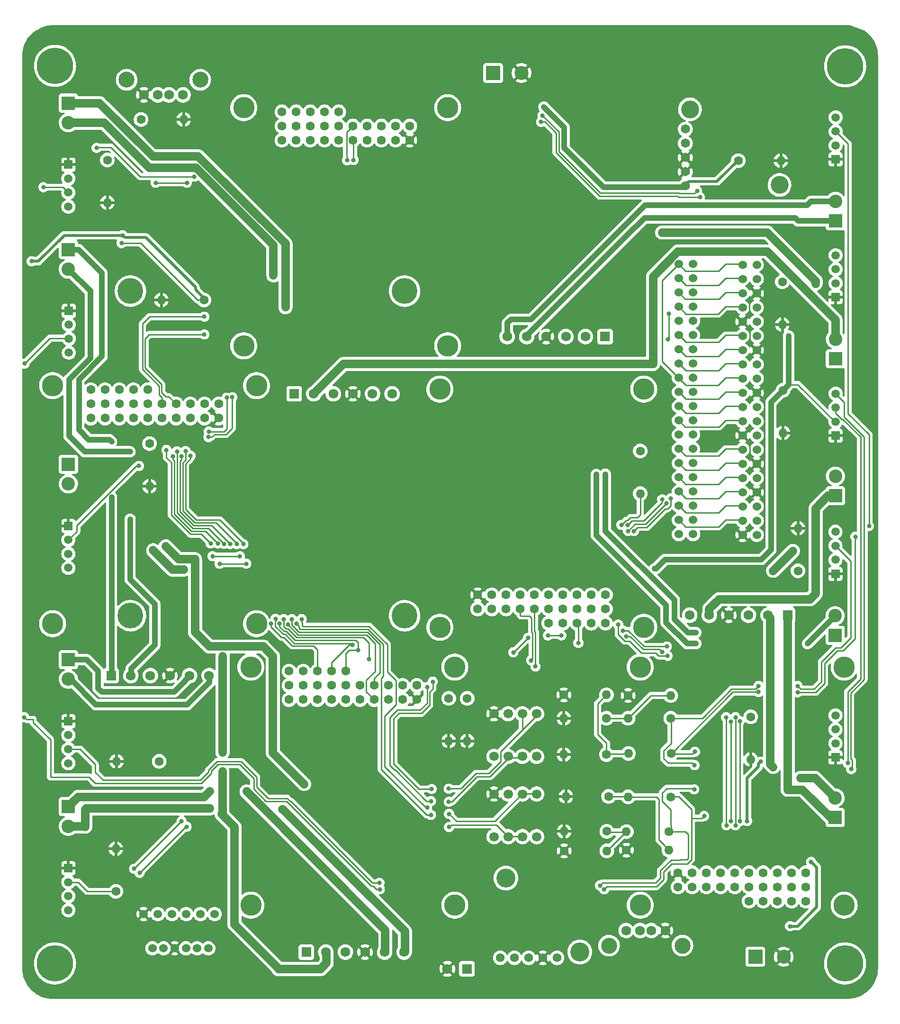
<source format=gbl>
G04 #@! TF.GenerationSoftware,KiCad,Pcbnew,(6.0.8-1)-1*
G04 #@! TF.CreationDate,2022-12-05T11:20:17-05:00*
G04 #@! TF.ProjectId,Control Board,436f6e74-726f-46c2-9042-6f6172642e6b,rev?*
G04 #@! TF.SameCoordinates,Original*
G04 #@! TF.FileFunction,Copper,L2,Bot*
G04 #@! TF.FilePolarity,Positive*
%FSLAX46Y46*%
G04 Gerber Fmt 4.6, Leading zero omitted, Abs format (unit mm)*
G04 Created by KiCad (PCBNEW (6.0.8-1)-1) date 2022-12-05 11:20:17*
%MOMM*%
%LPD*%
G01*
G04 APERTURE LIST*
G04 #@! TA.AperFunction,WasherPad*
%ADD10C,3.200000*%
G04 #@! TD*
G04 #@! TA.AperFunction,ComponentPad*
%ADD11C,1.650000*%
G04 #@! TD*
G04 #@! TA.AperFunction,ComponentPad*
%ADD12C,2.500000*%
G04 #@! TD*
G04 #@! TA.AperFunction,ComponentPad*
%ADD13R,2.500000X2.500000*%
G04 #@! TD*
G04 #@! TA.AperFunction,WasherPad*
%ADD14C,6.500000*%
G04 #@! TD*
G04 #@! TA.AperFunction,ComponentPad*
%ADD15R,1.750000X1.750000*%
G04 #@! TD*
G04 #@! TA.AperFunction,ComponentPad*
%ADD16C,1.750000*%
G04 #@! TD*
G04 #@! TA.AperFunction,ComponentPad*
%ADD17C,1.600000*%
G04 #@! TD*
G04 #@! TA.AperFunction,ComponentPad*
%ADD18O,1.600000X1.600000*%
G04 #@! TD*
G04 #@! TA.AperFunction,ComponentPad*
%ADD19C,1.524000*%
G04 #@! TD*
G04 #@! TA.AperFunction,WasherPad*
%ADD20C,4.600000*%
G04 #@! TD*
G04 #@! TA.AperFunction,WasherPad*
%ADD21C,2.850000*%
G04 #@! TD*
G04 #@! TA.AperFunction,ComponentPad*
%ADD22R,1.800000X1.800000*%
G04 #@! TD*
G04 #@! TA.AperFunction,ComponentPad*
%ADD23C,1.800000*%
G04 #@! TD*
G04 #@! TA.AperFunction,WasherPad*
%ADD24C,3.800000*%
G04 #@! TD*
G04 #@! TA.AperFunction,WasherPad*
%ADD25C,3.400000*%
G04 #@! TD*
G04 #@! TA.AperFunction,ComponentPad*
%ADD26C,1.560000*%
G04 #@! TD*
G04 #@! TA.AperFunction,ComponentPad*
%ADD27C,1.700000*%
G04 #@! TD*
G04 #@! TA.AperFunction,ComponentPad*
%ADD28R,2.400000X2.400000*%
G04 #@! TD*
G04 #@! TA.AperFunction,ComponentPad*
%ADD29C,2.400000*%
G04 #@! TD*
G04 #@! TA.AperFunction,ComponentPad*
%ADD30R,1.508000X1.508000*%
G04 #@! TD*
G04 #@! TA.AperFunction,ComponentPad*
%ADD31C,1.508000*%
G04 #@! TD*
G04 #@! TA.AperFunction,ViaPad*
%ADD32C,1.250000*%
G04 #@! TD*
G04 #@! TA.AperFunction,ViaPad*
%ADD33C,0.800000*%
G04 #@! TD*
G04 #@! TA.AperFunction,Conductor*
%ADD34C,1.500000*%
G04 #@! TD*
G04 #@! TA.AperFunction,Conductor*
%ADD35C,0.250000*%
G04 #@! TD*
G04 #@! TA.AperFunction,Conductor*
%ADD36C,1.000000*%
G04 #@! TD*
G04 #@! TA.AperFunction,Conductor*
%ADD37C,0.500000*%
G04 #@! TD*
G04 APERTURE END LIST*
D10*
X134876500Y144955000D03*
X118876500Y158455000D03*
D11*
X118046500Y154925000D03*
X118046500Y152385000D03*
X118046500Y149845000D03*
X118046500Y147305000D03*
X118046500Y144765000D03*
D12*
X88773000Y164960300D03*
D13*
X83693000Y164960300D03*
D14*
X146602000Y5849600D03*
X146620400Y166140400D03*
X5379600Y5849600D03*
D15*
X48133000Y107632500D03*
D16*
X51633000Y107632500D03*
X55133000Y107632500D03*
X58633000Y107632500D03*
X62133000Y107632500D03*
X65633000Y107632500D03*
D17*
X104013000Y29464000D03*
D18*
X96393000Y29464000D03*
D14*
X5379600Y166227500D03*
D17*
X75755500Y53213000D03*
D18*
X75755500Y45593000D03*
D17*
X96393000Y25971500D03*
D18*
X104013000Y25971500D03*
D17*
X96329500Y53848000D03*
D18*
X103949500Y53848000D03*
D17*
X107505500Y26098500D03*
D18*
X115125500Y26098500D03*
D17*
X107823000Y53721000D03*
D18*
X115443000Y53721000D03*
D17*
X20764500Y156654500D03*
D18*
X28384500Y156654500D03*
D17*
X135382000Y127635000D03*
D18*
X135382000Y120015000D03*
D17*
X135509000Y108267500D03*
D18*
X135509000Y100647500D03*
D19*
X116903500Y130800500D03*
X119443500Y130800500D03*
X116903500Y128260500D03*
X119443500Y128260500D03*
X116903500Y125720500D03*
X119443500Y125720500D03*
X116903500Y123180500D03*
X119443500Y123180500D03*
X116903500Y120640500D03*
X119443500Y120640500D03*
X116903500Y118100500D03*
X119443500Y118100500D03*
X116903500Y115560500D03*
X119443500Y115560500D03*
X116903500Y113020500D03*
X119443500Y113020500D03*
X116903500Y110480500D03*
X119443500Y110480500D03*
X116903500Y107940500D03*
X119443500Y107940500D03*
X116903500Y105400500D03*
X119443500Y105400500D03*
X116903500Y102860500D03*
X119443500Y102860500D03*
X116903500Y100320500D03*
X119443500Y100320500D03*
X116903500Y97780500D03*
X119443500Y97780500D03*
X116903500Y95240500D03*
X119443500Y95240500D03*
X116903500Y92700500D03*
X119443500Y92700500D03*
X116903500Y90160500D03*
X119443500Y90160500D03*
X116903500Y87620500D03*
X119443500Y87620500D03*
X116903500Y85080500D03*
X119443500Y85080500D03*
X116903500Y82540500D03*
X119443500Y82540500D03*
X128270000Y130683000D03*
X130810000Y130683000D03*
X128270000Y128143000D03*
X130810000Y128143000D03*
X128270000Y125603000D03*
X130810000Y125603000D03*
X128270000Y123063000D03*
X130810000Y123063000D03*
X128270000Y120523000D03*
X130810000Y120523000D03*
X128270000Y117983000D03*
X130810000Y117983000D03*
X128270000Y115443000D03*
X130810000Y115443000D03*
X128270000Y112903000D03*
X130810000Y112903000D03*
X128270000Y110363000D03*
X130810000Y110363000D03*
X128270000Y107823000D03*
X130810000Y107823000D03*
X128270000Y105283000D03*
X130810000Y105283000D03*
X128270000Y102743000D03*
X130810000Y102743000D03*
X128270000Y100203000D03*
X130810000Y100203000D03*
X128270000Y97663000D03*
X130810000Y97663000D03*
X128270000Y95123000D03*
X130810000Y95123000D03*
X128270000Y92583000D03*
X130810000Y92583000D03*
X128270000Y90043000D03*
X130810000Y90043000D03*
X128270000Y87503000D03*
X130810000Y87503000D03*
X128270000Y84963000D03*
X130810000Y84963000D03*
X128270000Y82423000D03*
X130810000Y82423000D03*
D20*
X67867000Y67976500D03*
X18867000Y67976500D03*
X67867000Y125976500D03*
X18867000Y125976500D03*
D21*
X18195000Y163746000D03*
X31335000Y163746000D03*
D16*
X28265000Y161036000D03*
X25765000Y161036000D03*
X23765000Y161036000D03*
X21265000Y161036000D03*
D15*
X103695500Y117856000D03*
D16*
X100195500Y117856000D03*
X96695500Y117856000D03*
X93195500Y117856000D03*
X89695500Y117856000D03*
X86195500Y117856000D03*
D15*
X15430500Y57277000D03*
D16*
X18930500Y57277000D03*
X22430500Y57277000D03*
X25930500Y57277000D03*
X29430500Y57277000D03*
X32930500Y57277000D03*
D22*
X79019400Y4889500D03*
D23*
X75519400Y4889500D03*
D19*
X21209000Y14668500D03*
X23749000Y14668500D03*
X26289000Y14668500D03*
X28829000Y14668500D03*
X31369000Y14668500D03*
X33909000Y14668500D03*
D15*
X136334500Y68072000D03*
D16*
X132834500Y68072000D03*
X129334500Y68072000D03*
X125834500Y68072000D03*
X122334500Y68072000D03*
X118834500Y68072000D03*
D17*
X129730500Y49911000D03*
D18*
X129730500Y42291000D03*
D17*
X79057500Y53213000D03*
D18*
X79057500Y45593000D03*
D17*
X104330500Y35687000D03*
D18*
X96710500Y35687000D03*
D17*
X115506500Y43370500D03*
D18*
X107886500Y43370500D03*
D17*
X103949500Y43180000D03*
D18*
X96329500Y43180000D03*
D17*
X103949500Y49657000D03*
D18*
X96329500Y49657000D03*
D17*
X115443000Y35623500D03*
D18*
X107823000Y35623500D03*
D17*
X115125500Y29400500D03*
D18*
X107505500Y29400500D03*
D17*
X115443000Y49657000D03*
D18*
X107823000Y49657000D03*
D24*
X76835000Y58801000D03*
X40386000Y16256000D03*
X40386000Y58801000D03*
X76835000Y16256000D03*
D17*
X70075000Y55531000D03*
X70075000Y52991000D03*
X67535000Y55531000D03*
X67535000Y52991000D03*
X64995000Y55531000D03*
X64995000Y52991000D03*
X62455000Y55531000D03*
X62455000Y52991000D03*
X59915000Y55531000D03*
X59915000Y52991000D03*
X57375000Y55531000D03*
X57375000Y52991000D03*
X54835000Y55531000D03*
X54835000Y52991000D03*
X52295000Y55531000D03*
X52295000Y52991000D03*
X49755000Y55531000D03*
X49755000Y52991000D03*
X47215000Y55531000D03*
X47215000Y52991000D03*
X57375000Y58071000D03*
X54835000Y58071000D03*
X52295000Y58071000D03*
X49755000Y58071000D03*
X47215000Y58071000D03*
D24*
X4953000Y109093000D03*
X41402000Y109093000D03*
X4953000Y66548000D03*
X41402000Y66548000D03*
D17*
X34642000Y105823000D03*
X34642000Y103283000D03*
X32102000Y105823000D03*
X32102000Y103283000D03*
X29562000Y105823000D03*
X29562000Y103283000D03*
X27022000Y105823000D03*
X27022000Y103283000D03*
X24482000Y105823000D03*
X24482000Y103283000D03*
X21942000Y105823000D03*
X21942000Y103283000D03*
X19402000Y105823000D03*
X19402000Y103283000D03*
X16862000Y105823000D03*
X16862000Y103283000D03*
X14322000Y105823000D03*
X14322000Y103283000D03*
X11782000Y105823000D03*
X11782000Y103283000D03*
X21942000Y108363000D03*
X19402000Y108363000D03*
X16862000Y108363000D03*
X14322000Y108363000D03*
X11782000Y108363000D03*
D24*
X109982000Y58801000D03*
X146431000Y58801000D03*
X146431000Y16256000D03*
X109982000Y16256000D03*
D17*
X116742000Y19526000D03*
X116742000Y22066000D03*
X119282000Y19526000D03*
X119282000Y22066000D03*
X121822000Y19526000D03*
X121822000Y22066000D03*
X124362000Y19526000D03*
X124362000Y22066000D03*
X126902000Y19526000D03*
X126902000Y22066000D03*
X129442000Y19526000D03*
X129442000Y22066000D03*
X131982000Y19526000D03*
X131982000Y22066000D03*
X134522000Y19526000D03*
X134522000Y22066000D03*
X137062000Y19526000D03*
X137062000Y22066000D03*
X139602000Y19526000D03*
X139602000Y22066000D03*
X129442000Y16986000D03*
X131982000Y16986000D03*
X134522000Y16986000D03*
X137062000Y16986000D03*
X139602000Y16986000D03*
D24*
X75565000Y116205000D03*
X75565000Y158750000D03*
X39116000Y158750000D03*
X39116000Y116205000D03*
D17*
X68805000Y155480000D03*
X68805000Y152940000D03*
X66265000Y155480000D03*
X66265000Y152940000D03*
X63725000Y155480000D03*
X63725000Y152940000D03*
X61185000Y155480000D03*
X61185000Y152940000D03*
X58645000Y155480000D03*
X58645000Y152940000D03*
X56105000Y155480000D03*
X56105000Y152940000D03*
X53565000Y155480000D03*
X53565000Y152940000D03*
X51025000Y155480000D03*
X51025000Y152940000D03*
X48485000Y155480000D03*
X48485000Y152940000D03*
X45945000Y155480000D03*
X45945000Y152940000D03*
X56105000Y158020000D03*
X53565000Y158020000D03*
X51025000Y158020000D03*
X48485000Y158020000D03*
X45945000Y158020000D03*
D15*
X50292000Y7874000D03*
D16*
X53792000Y7874000D03*
X57292000Y7874000D03*
X60792000Y7874000D03*
X64292000Y7874000D03*
X67792000Y7874000D03*
D25*
X85993000Y21088000D03*
X99193000Y7888000D03*
D26*
X84963000Y6858000D03*
X87503000Y6858000D03*
X90043000Y6858000D03*
X92583000Y6858000D03*
X95123000Y6858000D03*
D17*
X109982000Y97409000D03*
D18*
X109982000Y89789000D03*
D21*
X117542600Y9037500D03*
X104402600Y9037500D03*
D16*
X107472600Y11747500D03*
X109972600Y11747500D03*
X111972600Y11747500D03*
X114472600Y11747500D03*
D24*
X110617000Y65913000D03*
X74168000Y65913000D03*
X110617000Y108458000D03*
X74168000Y108458000D03*
D17*
X80928000Y69183000D03*
X80928000Y71723000D03*
X83468000Y69183000D03*
X83468000Y71723000D03*
X86008000Y69183000D03*
X86008000Y71723000D03*
X88548000Y69183000D03*
X88548000Y71723000D03*
X91088000Y69183000D03*
X91088000Y71723000D03*
X93628000Y69183000D03*
X93628000Y71723000D03*
X96168000Y69183000D03*
X96168000Y71723000D03*
X98708000Y69183000D03*
X98708000Y71723000D03*
X101248000Y69183000D03*
X101248000Y71723000D03*
X103788000Y69183000D03*
X103788000Y71723000D03*
X93628000Y66643000D03*
X96168000Y66643000D03*
X98708000Y66643000D03*
X101248000Y66643000D03*
X103788000Y66643000D03*
D27*
X91465400Y50457100D03*
X88925400Y50457100D03*
X86385400Y50457100D03*
X83845400Y50457100D03*
X83845400Y42837100D03*
X86385400Y42837100D03*
X88925400Y42837100D03*
X91465400Y42837100D03*
X91465400Y36131500D03*
X88925400Y36131500D03*
X86385400Y36131500D03*
X83845400Y36131500D03*
X83845400Y28511500D03*
X86385400Y28511500D03*
X88925400Y28511500D03*
X91465400Y28511500D03*
D19*
X22783800Y8547100D03*
X24783800Y8547100D03*
X26783800Y8547100D03*
X28783800Y8547100D03*
X30783800Y8547100D03*
X32783800Y8547100D03*
D17*
X22288500Y98742500D03*
D18*
X22288500Y91122500D03*
D28*
X7780000Y159575500D03*
D29*
X7780000Y156075500D03*
D28*
X144824000Y31918500D03*
D29*
X144824000Y35418500D03*
D17*
X138176000Y76009500D03*
D18*
X138176000Y83629500D03*
D30*
X144924000Y149521500D03*
D31*
X144924000Y152021500D03*
X144924000Y154521500D03*
X144924000Y157021500D03*
D17*
X32004000Y124396500D03*
D18*
X24384000Y124396500D03*
D30*
X7780000Y148575500D03*
D31*
X7780000Y146075500D03*
X7780000Y143575500D03*
X7780000Y141075500D03*
D28*
X144824000Y64480500D03*
D29*
X144824000Y67980500D03*
D17*
X127508000Y149288500D03*
D18*
X135128000Y149288500D03*
D28*
X144874000Y89406000D03*
D29*
X144874000Y92906000D03*
D30*
X144874000Y75480500D03*
D31*
X144874000Y77980500D03*
X144874000Y80480500D03*
X144874000Y82980500D03*
D17*
X14732000Y149415500D03*
D18*
X14732000Y141795500D03*
D28*
X144874000Y138521500D03*
D29*
X144874000Y142021500D03*
D17*
X16256000Y18732500D03*
D18*
X16256000Y26352500D03*
D30*
X7780000Y22863500D03*
D31*
X7780000Y20363500D03*
X7780000Y17863500D03*
X7780000Y15363500D03*
D28*
X7780000Y33863500D03*
D29*
X7780000Y30363500D03*
D30*
X7780000Y84031500D03*
D31*
X7780000Y81531500D03*
X7780000Y79031500D03*
X7780000Y76531500D03*
D30*
X7857000Y122475000D03*
D31*
X7857000Y119975000D03*
X7857000Y117475000D03*
X7857000Y114975000D03*
D30*
X144924000Y100156000D03*
D31*
X144924000Y102656000D03*
X144924000Y105156000D03*
X144924000Y107656000D03*
D28*
X144874000Y113883500D03*
D29*
X144874000Y117383500D03*
D28*
X7780000Y133385500D03*
D29*
X7780000Y129885500D03*
D28*
X7780000Y95031500D03*
D29*
X7780000Y91531500D03*
D28*
X7780000Y60134500D03*
D29*
X7780000Y56634500D03*
D17*
X24003000Y41973500D03*
D18*
X16383000Y41973500D03*
D30*
X144874000Y42668500D03*
D31*
X144874000Y45168500D03*
X144874000Y47668500D03*
X144874000Y50168500D03*
D13*
X130556000Y7048500D03*
D12*
X135636000Y7048500D03*
D30*
X144924000Y124883500D03*
D31*
X144924000Y127383500D03*
X144924000Y129883500D03*
X144924000Y132383500D03*
D30*
X7780000Y49134500D03*
D31*
X7780000Y46634500D03*
X7780000Y44134500D03*
X7780000Y41634500D03*
D32*
X138620500Y38989000D03*
X133731000Y40957500D03*
D33*
X147701000Y40576500D03*
X147066000Y41656000D03*
X137287000Y79565500D03*
X133731000Y76009500D03*
X44424000Y128778000D03*
X46577250Y123094750D03*
X113919000Y136461500D03*
X141351000Y127317500D03*
X92519500Y157353000D03*
X120142000Y143891000D03*
X30289500Y146431000D03*
X12827000Y151574500D03*
X57594500Y149352000D03*
X3302000Y144547063D03*
X28956000Y145351500D03*
X23368000Y145351500D03*
X58737500Y149415500D03*
X92265500Y156210000D03*
X120650000Y142748000D03*
X119697500Y41275000D03*
X131127500Y55435500D03*
X138112500Y55435500D03*
X123698000Y36893500D03*
X89382600Y12979400D03*
X82270600Y151307800D03*
X121412000Y32194500D03*
X-63500Y113030000D03*
X103526229Y19093787D03*
X-127000Y49847500D03*
X63436500Y19113500D03*
X119761000Y43688000D03*
X138112500Y54292500D03*
X131127500Y54356000D03*
X148463000Y82105500D03*
X150876000Y84010500D03*
X119634000Y36957000D03*
X63373000Y20256500D03*
X102793800Y19773900D03*
X34485650Y80884544D03*
X95885000Y64452500D03*
X93472000Y64452500D03*
X106870500Y65341500D03*
X113919000Y88773000D03*
X58547000Y62801500D03*
X107696000Y84201000D03*
X44815000Y67437000D03*
X127000000Y49847500D03*
X114744500Y62484000D03*
X26453000Y96451071D03*
X127000000Y30543500D03*
X125349000Y49847500D03*
X112585500Y76390500D03*
X1206500Y131318000D03*
X46265000Y67373500D03*
X131508500Y41910000D03*
X20383500Y94742000D03*
X136779000Y12509500D03*
X125412500Y30543500D03*
X28003500Y96456500D03*
X133350000Y79756000D03*
X129095500Y31305500D03*
X136525000Y117983000D03*
X61531500Y60261500D03*
X36661629Y80799097D03*
X106045000Y66421000D03*
X140525500Y24003000D03*
X89916000Y64008000D03*
X114871500Y60806500D03*
X106616500Y84201000D03*
X17272000Y134556500D03*
X17462500Y135953500D03*
X92773500Y158877000D03*
X87312500Y61441500D03*
X35560000Y80835500D03*
X126174500Y49085500D03*
X27178000Y97345500D03*
X115062000Y121920000D03*
X107479000Y64298403D03*
X107823000Y83121500D03*
X45540000Y66548000D03*
X114681000Y88074500D03*
X59563000Y61849000D03*
X113919000Y61531500D03*
X114935000Y117348000D03*
X126174500Y31242000D03*
X72707500Y37020500D03*
X75755500Y37084000D03*
X72898000Y56197500D03*
X90487500Y60007500D03*
X91249500Y58928000D03*
X72580500Y34861500D03*
X71882000Y55245000D03*
X75755500Y34734500D03*
X46990000Y66421000D03*
X39560500Y77279500D03*
X34798000Y77279500D03*
X20510500Y22034500D03*
X28892500Y30289500D03*
X28003500Y31242000D03*
X19528000Y22766500D03*
X47715000Y67373500D03*
X38417500Y78613000D03*
X33528000Y78613000D03*
X39052500Y80772000D03*
X49466500Y67373500D03*
X75819000Y30226000D03*
X37065461Y107005247D03*
X29591000Y96583500D03*
X71882000Y33718500D03*
X32816304Y99904443D03*
X32067500Y121412000D03*
X32893000Y100901500D03*
X37846000Y80772000D03*
X75819000Y32575500D03*
X48577500Y66548000D03*
X72580500Y32385000D03*
X36068000Y106934000D03*
X28728500Y97409000D03*
X32067500Y118237000D03*
X15494000Y99060000D03*
X15494000Y89154000D03*
X102108000Y93218000D03*
X139890500Y62992000D03*
X119951500Y62992000D03*
X103759000Y93281500D03*
X119951500Y64960500D03*
D32*
X33020000Y36576000D03*
X39624000Y36576000D03*
X33020000Y33528000D03*
X45974000Y33401000D03*
X35306000Y40132000D03*
X35306000Y43561000D03*
X28384500Y76200000D03*
D33*
X22936200Y79667100D03*
X35369500Y60769500D03*
X49911000Y37909500D03*
X25171400Y80378300D03*
X18796000Y97282000D03*
X18796000Y85217000D03*
X33210500Y80899000D03*
X98933000Y63119000D03*
X108836194Y83109388D03*
X25310000Y97599500D03*
X127762000Y31242000D03*
X127762000Y49149000D03*
X44005500Y66548000D03*
X115443000Y88963500D03*
D34*
X136334500Y68008500D02*
X136334500Y36893500D01*
X139018944Y36893500D02*
X143993944Y31918500D01*
X136334500Y36893500D02*
X139018944Y36893500D01*
X143993944Y31918500D02*
X144824000Y31918500D01*
X133731000Y40957500D02*
X133223000Y41465500D01*
X133223000Y41465500D02*
X133223000Y67620000D01*
X133223000Y67620000D02*
X132834500Y68008500D01*
X141253500Y38989000D02*
X144824000Y35418500D01*
X138620500Y38989000D02*
X141253500Y38989000D01*
D35*
X149987000Y56578500D02*
X149987000Y99949000D01*
X147891500Y42164000D02*
X147574000Y42481500D01*
X149987000Y99949000D02*
X146431000Y103505000D01*
X146431000Y103505000D02*
X146431000Y106149000D01*
X146431000Y106149000D02*
X144924000Y107656000D01*
X147891500Y40767000D02*
X147891500Y42164000D01*
X147701000Y40576500D02*
X147891500Y40767000D01*
X147574000Y42481500D02*
X147574000Y54165500D01*
X147574000Y54165500D02*
X149987000Y56578500D01*
X149352000Y99947604D02*
X146196667Y103102937D01*
X144924000Y104181937D02*
X144924000Y105156000D01*
X147066000Y54419500D02*
X149352000Y56705500D01*
X146196667Y103102937D02*
X146003000Y103102937D01*
X146003000Y103102937D02*
X144924000Y104181937D01*
X149352000Y56705500D02*
X149352000Y99947604D01*
X147066000Y41656000D02*
X147066000Y54419500D01*
D34*
X133731000Y76009500D02*
X137287000Y79565500D01*
X143571500Y89406000D02*
X144874000Y89406000D01*
X141351000Y87185500D02*
X143571500Y89406000D01*
X124079000Y70929500D02*
X140335000Y70929500D01*
X122334500Y69185000D02*
X124079000Y70929500D01*
X140335000Y70929500D02*
X141351000Y71945500D01*
X141351000Y71945500D02*
X141351000Y87185500D01*
X122334500Y68072000D02*
X122334500Y69185000D01*
X22225000Y148018500D02*
X14168000Y156075500D01*
X14168000Y156075500D02*
X7780000Y156075500D01*
X44424000Y134205689D02*
X30611189Y148018500D01*
X44424000Y128778000D02*
X44424000Y134205689D01*
X30611189Y148018500D02*
X22225000Y148018500D01*
X13335000Y159575500D02*
X7780000Y159575500D01*
X46577250Y123094750D02*
X46577250Y134456603D01*
X22860000Y150050500D02*
X13335000Y159575500D01*
X30983353Y150050500D02*
X22860000Y150050500D01*
X46577250Y134456603D02*
X30983353Y150050500D01*
X144874000Y120878000D02*
X144874000Y117383500D01*
X116750366Y133068500D02*
X132683500Y133068500D01*
X132683500Y133068500D02*
X144874000Y120878000D01*
X51633000Y107632500D02*
X56966220Y112965720D01*
X56966220Y112965720D02*
X112267220Y112965720D01*
X112267220Y112965720D02*
X112267220Y128585354D01*
X112267220Y128585354D02*
X116750366Y133068500D01*
X141351000Y127825500D02*
X141351000Y127317500D01*
X113919000Y136461500D02*
X132715000Y136461500D01*
X132715000Y136461500D02*
X141351000Y127825500D01*
D35*
X117052501Y143424499D02*
X116989001Y143424499D01*
X102806500Y143573500D02*
X95440500Y150939500D01*
X95440500Y150939500D02*
X95440500Y154432000D01*
X95440500Y154432000D02*
X92519500Y157353000D01*
X116989001Y143424499D02*
X116840000Y143573500D01*
X116840000Y143573500D02*
X102806500Y143573500D01*
X119675499Y143424499D02*
X117052501Y143424499D01*
X119675499Y143424499D02*
X120142000Y143891000D01*
X12827000Y151574500D02*
X12954000Y151701500D01*
X57594500Y149917685D02*
X57519999Y149992186D01*
X15367000Y151701500D02*
X20637500Y146431000D01*
X57519999Y154354999D02*
X58645000Y155480000D01*
X3302000Y144547063D02*
X6808437Y144547063D01*
X57594500Y149352000D02*
X57594500Y149917685D01*
X12954000Y151701500D02*
X15367000Y151701500D01*
X57519999Y149992186D02*
X57519999Y154354999D01*
X20637500Y146431000D02*
X30289500Y146431000D01*
X6808437Y144547063D02*
X7780000Y143575500D01*
X58737500Y152847500D02*
X58645000Y152940000D01*
X28956000Y145351500D02*
X23368000Y145351500D01*
X58737500Y149415500D02*
X58737500Y152847500D01*
X94932500Y150749000D02*
X94932500Y154241500D01*
X94932500Y154241500D02*
X92964000Y156210000D01*
X92964000Y156210000D02*
X92265500Y156210000D01*
X102707011Y142974489D02*
X94932500Y150749000D01*
X120650000Y142748000D02*
X116903500Y142748000D01*
X116903500Y142748000D02*
X116677011Y142974489D01*
X116677011Y142974489D02*
X102707011Y142974489D01*
X114173000Y43878500D02*
X114173000Y42481500D01*
X144907000Y62293500D02*
X142367000Y59753500D01*
X115482927Y49647565D02*
X115482927Y45188427D01*
X119316500Y41656000D02*
X119697500Y41275000D01*
X115482927Y45188427D02*
X114173000Y43878500D01*
X145859500Y62293500D02*
X144907000Y62293500D01*
X138684000Y54864000D02*
X138112500Y55435500D01*
X144874000Y80480500D02*
X147637500Y77717000D01*
X114173000Y42481500D02*
X114998500Y41656000D01*
X126301500Y54864000D02*
X130556000Y54864000D01*
X142367000Y59753500D02*
X142367000Y56197500D01*
X115482927Y49647565D02*
X121085065Y49647565D01*
X114998500Y41656000D02*
X119316500Y41656000D01*
X130556000Y54864000D02*
X131127500Y55435500D01*
X147637500Y77717000D02*
X147637500Y64071500D01*
X147637500Y64071500D02*
X145859500Y62293500D01*
X121085065Y49647565D02*
X126301500Y54864000D01*
X141033500Y54864000D02*
X138684000Y54864000D01*
X142367000Y56197500D02*
X141033500Y54864000D01*
X129507099Y122090299D02*
X129507099Y124630299D01*
X129540000Y98831400D02*
X129141101Y99230299D01*
X129540000Y119151400D02*
X128054100Y120637300D01*
X129832101Y95999299D02*
X130594100Y95237300D01*
X129806701Y116319299D02*
X129540000Y116586000D01*
X129832101Y95999299D02*
X129806701Y95999299D01*
X129540000Y116586000D02*
X129540000Y119151400D01*
X129806701Y95999299D02*
X129540000Y96266000D01*
X129507099Y124630299D02*
X130594100Y125717300D01*
X129832101Y116319299D02*
X129806701Y116319299D01*
X128054100Y120637300D02*
X129507099Y122090299D01*
X128054100Y100317300D02*
X129141101Y99230299D01*
X130594100Y115557300D02*
X129832101Y116319299D01*
X129540000Y96266000D02*
X129540000Y98831400D01*
X114173000Y20891500D02*
X114173000Y22225000D01*
X116849435Y35677565D02*
X115482927Y35677565D01*
X114173000Y22225000D02*
X115633500Y23685500D01*
X1479499Y49447501D02*
X1479499Y48917064D01*
X272999Y49447501D02*
X1479499Y49447501D01*
X63436500Y19113500D02*
X62870815Y19113500D01*
X119126000Y24447500D02*
X119126000Y31813500D01*
X115633500Y23685500D02*
X118364000Y23685500D01*
X11430000Y39179500D02*
X12573000Y38036500D01*
X34480500Y41402000D02*
X38354000Y41402000D01*
X38354000Y41402000D02*
X40894000Y38862000D01*
X4572000Y39179500D02*
X11430000Y39179500D01*
X62870815Y19113500D02*
X62299315Y19685000D01*
X40894000Y37020500D02*
X43053000Y34861500D01*
X119126000Y31813500D02*
X121031000Y31813500D01*
X118364000Y23685500D02*
X119126000Y24447500D01*
X12573000Y38036500D02*
X31559500Y38036500D01*
X1479499Y48917064D02*
X4572000Y45824563D01*
X43053000Y34861500D02*
X46736000Y34861500D01*
X-63500Y113030000D02*
X4465000Y117558500D01*
X103526229Y19093787D02*
X104009441Y19576999D01*
X4465000Y117558500D02*
X7607000Y117558500D01*
X112858499Y19576999D02*
X114173000Y20891500D01*
X40894000Y38862000D02*
X40894000Y37020500D01*
X119126000Y31813500D02*
X119126000Y33401000D01*
X121031000Y31813500D02*
X121412000Y32194500D01*
X7607000Y117558500D02*
X7780000Y117385500D01*
X33337500Y39814500D02*
X33337500Y40259000D01*
X-127000Y49847500D02*
X272999Y49447501D01*
X33337500Y40259000D02*
X34480500Y41402000D01*
X62299315Y19685000D02*
X61912500Y19685000D01*
X4572000Y45824563D02*
X4572000Y39179500D01*
X119126000Y33401000D02*
X116849435Y35677565D01*
X104009441Y19576999D02*
X112858499Y19576999D01*
X31559500Y38036500D02*
X33337500Y39814500D01*
X46736000Y34861500D02*
X61912500Y19685000D01*
X147129500Y104076500D02*
X147129500Y152316000D01*
X150876000Y84010500D02*
X150876000Y100330000D01*
X148463000Y81539815D02*
X148399500Y81476315D01*
X148399500Y81476315D02*
X148399500Y63881000D01*
X142938500Y55880000D02*
X141351000Y54292500D01*
X146240500Y61722000D02*
X145224500Y61722000D01*
X142938500Y59436000D02*
X142938500Y55880000D01*
X147129500Y152316000D02*
X144924000Y154521500D01*
X150876000Y100330000D02*
X147129500Y104076500D01*
X141351000Y54292500D02*
X138112500Y54292500D01*
X115482927Y43297565D02*
X119370565Y43297565D01*
X145224500Y61722000D02*
X142938500Y59436000D01*
X148399500Y63881000D02*
X146240500Y61722000D01*
X148463000Y82105500D02*
X148463000Y81539815D01*
X131127500Y54356000D02*
X126541362Y54356000D01*
X119370565Y43297565D02*
X119761000Y43688000D01*
X126541362Y54356000D02*
X115482927Y43297565D01*
X113601500Y21145500D02*
X113601500Y22479000D01*
X47561500Y34798000D02*
X62103000Y20256500D01*
X113601500Y22479000D02*
X115482927Y24360427D01*
X119443500Y37147500D02*
X119634000Y36957000D01*
X62103000Y20256500D02*
X63373000Y20256500D01*
X31369000Y38608000D02*
X32829500Y40068500D01*
X43434000Y35369500D02*
X46864410Y35369500D01*
X114744500Y37147500D02*
X119443500Y37147500D01*
X117133927Y24360427D02*
X117157500Y24384000D01*
X38671500Y41910000D02*
X41402000Y39179500D01*
X118046500Y29400500D02*
X115125500Y29400500D01*
X118554500Y24638000D02*
X118554500Y28892500D01*
X41402000Y37401500D02*
X43434000Y35369500D01*
X32829500Y40068500D02*
X32829500Y40387410D01*
X115443000Y30498862D02*
X115443000Y33274000D01*
X12573000Y40005000D02*
X13970000Y38608000D01*
X112712500Y20256500D02*
X113601500Y21145500D01*
X115482927Y30458935D02*
X115443000Y30498862D01*
X41402000Y39179500D02*
X41402000Y37401500D01*
X115443000Y33274000D02*
X113919000Y34798000D01*
X103276400Y20256500D02*
X112712500Y20256500D01*
X47435910Y34798000D02*
X47561500Y34798000D01*
X32829500Y40387410D02*
X34352090Y41910000D01*
X102793800Y19773900D02*
X103276400Y20256500D01*
X12573000Y41402000D02*
X12573000Y40005000D01*
X13970000Y38608000D02*
X31369000Y38608000D01*
X7780000Y44134500D02*
X9840500Y44134500D01*
X113919000Y36322000D02*
X114744500Y37147500D01*
X34352090Y41910000D02*
X38671500Y41910000D01*
X9840500Y44134500D02*
X12573000Y41402000D01*
X115482927Y29327565D02*
X115482927Y30458935D01*
X46864410Y35369500D02*
X47435910Y34798000D01*
X117157500Y24384000D02*
X118300500Y24384000D01*
X118554500Y28892500D02*
X118046500Y29400500D01*
X113919000Y34798000D02*
X113919000Y36322000D01*
X118300500Y24384000D02*
X118554500Y24638000D01*
X115482927Y24360427D02*
X117133927Y24360427D01*
X44815000Y67437000D02*
X44815000Y66871315D01*
X26453000Y95885386D02*
X26670000Y95668386D01*
X44767500Y66823815D02*
X44767500Y66103500D01*
X108458000Y84963000D02*
X110617000Y84963000D01*
X46482000Y64706500D02*
X48133000Y63055500D01*
X44767500Y66103500D02*
X46164500Y64706500D01*
X95885000Y64452500D02*
X93472000Y64452500D01*
X54835000Y59655185D02*
X54835000Y58071000D01*
X110617000Y84963000D02*
X113919000Y88265000D01*
X127000000Y49847500D02*
X127000000Y30543500D01*
X48133000Y63055500D02*
X58293000Y63055500D01*
X106870500Y65341500D02*
X107823000Y65341500D01*
X46164500Y64706500D02*
X46482000Y64706500D01*
X44815000Y66871315D02*
X44767500Y66823815D01*
X26670000Y95668386D02*
X26670000Y86169500D01*
X110680500Y62484000D02*
X114744500Y62484000D01*
X26453000Y96451071D02*
X26453000Y95885386D01*
X58293000Y63055500D02*
X58547000Y62801500D01*
X57981315Y62801500D02*
X54835000Y59655185D01*
X113919000Y88265000D02*
X113919000Y88773000D01*
X29781500Y83058000D02*
X32312194Y83058000D01*
X107823000Y65341500D02*
X110680500Y62484000D01*
X58547000Y62801500D02*
X57981315Y62801500D01*
X26670000Y86169500D02*
X29781500Y83058000D01*
X107696000Y84201000D02*
X108458000Y84963000D01*
X32312194Y83058000D02*
X34485650Y80884544D01*
D36*
X112776000Y76390500D02*
X114427000Y78041500D01*
X136525000Y117983000D02*
X136525000Y109283500D01*
D35*
X27686000Y95573315D02*
X27686000Y86550500D01*
D36*
X112585500Y76390500D02*
X112776000Y76390500D01*
D35*
X11171000Y18732500D02*
X9540000Y20363500D01*
D37*
X30480000Y126238000D02*
X32067500Y124650500D01*
D35*
X110172500Y61341000D02*
X112712500Y61341000D01*
X29134870Y126122630D02*
X20701000Y134556500D01*
X30162500Y84074000D02*
X33386726Y84074000D01*
X108077000Y63436500D02*
X110172500Y61341000D01*
X61531500Y60261500D02*
X61531500Y63119000D01*
X113247000Y60806500D02*
X114871500Y60806500D01*
X108267500Y85534500D02*
X109474000Y85534500D01*
X27686000Y86550500D02*
X30162500Y84074000D01*
D37*
X131108501Y41002001D02*
X129095500Y38989000D01*
D35*
X46678998Y65659000D02*
X46990000Y65659000D01*
X144924000Y102656000D02*
X144797000Y102656000D01*
D37*
X117983000Y144907000D02*
X118681500Y145605500D01*
D35*
X107442000Y85026500D02*
X107759500Y85026500D01*
D36*
X114427000Y78041500D02*
X131635500Y78041500D01*
D35*
X20383500Y94742000D02*
X19915274Y94742000D01*
X30872630Y124396500D02*
X29146500Y126122630D01*
D37*
X140925499Y23603001D02*
X141541500Y22987000D01*
D36*
X96393000Y155257500D02*
X92773500Y158877000D01*
D37*
X131108501Y41510001D02*
X131108501Y41002001D01*
D35*
X106045000Y64643000D02*
X107251500Y63436500D01*
D37*
X17862499Y135553501D02*
X21608999Y135553501D01*
D35*
X87349500Y61441500D02*
X87312500Y61441500D01*
X107759500Y85026500D02*
X108267500Y85534500D01*
D37*
X129095500Y38989000D02*
X129095500Y31305500D01*
D36*
X117983000Y144574500D02*
X103393000Y144574500D01*
D37*
X140525500Y24003000D02*
X140925499Y23603001D01*
D35*
X29146500Y126122630D02*
X29134870Y126122630D01*
X138169500Y109283500D02*
X136525000Y109283500D01*
X32004000Y124396500D02*
X30872630Y124396500D01*
D37*
X7048000Y135953500D02*
X2412500Y131318000D01*
D35*
X112712500Y61341000D02*
X113247000Y60806500D01*
D37*
X30480000Y126682500D02*
X30480000Y126238000D01*
X17462500Y135953500D02*
X17862499Y135553501D01*
D36*
X96393000Y151574500D02*
X103393000Y144574500D01*
D37*
X141541500Y15938500D02*
X138112500Y12509500D01*
X131508500Y41910000D02*
X131108501Y41510001D01*
X123761500Y145669000D02*
X127508000Y149415500D01*
D35*
X9271000Y83019900D02*
X9268400Y83019900D01*
D37*
X17462500Y135953500D02*
X7048000Y135953500D01*
D36*
X133350000Y79756000D02*
X133350000Y106108500D01*
D35*
X106045000Y66421000D02*
X106045000Y64643000D01*
D37*
X141541500Y22987000D02*
X141541500Y15938500D01*
D35*
X48519510Y64129490D02*
X60521010Y64129490D01*
X144797000Y102656000D02*
X138169500Y109283500D01*
X9540000Y20363500D02*
X7780000Y20363500D01*
D37*
X21608999Y135553501D02*
X30480000Y126682500D01*
D35*
X9271000Y84097726D02*
X9271000Y83019900D01*
X46265000Y67373500D02*
X46265000Y66072998D01*
X125349000Y30607000D02*
X125412500Y30543500D01*
D36*
X131635500Y78041500D02*
X133350000Y79756000D01*
D35*
X109474000Y85534500D02*
X109982000Y86042500D01*
X107251500Y63436500D02*
X108077000Y63436500D01*
D36*
X96393000Y151574500D02*
X96393000Y155257500D01*
D35*
X46265000Y66072998D02*
X46678998Y65659000D01*
X16256000Y18732500D02*
X11171000Y18732500D01*
X20701000Y134556500D02*
X17272000Y134556500D01*
X19915274Y94742000D02*
X9271000Y84097726D01*
X89916000Y64008000D02*
X87349500Y61441500D01*
D37*
X2412500Y131318000D02*
X1206500Y131318000D01*
D35*
X28003500Y96456500D02*
X28003500Y95890815D01*
D36*
X133350000Y106108500D02*
X135509000Y108267500D01*
D35*
X33386726Y84074000D02*
X36661629Y80799097D01*
X106616500Y84201000D02*
X107442000Y85026500D01*
X28003500Y95890815D02*
X27686000Y95573315D01*
D37*
X138112500Y12509500D02*
X136779000Y12509500D01*
D35*
X60521010Y64129490D02*
X61531500Y63119000D01*
X46990000Y65659000D02*
X48519510Y64129490D01*
X125349000Y49847500D02*
X125349000Y30607000D01*
X9268400Y83019900D02*
X7780000Y81531500D01*
D36*
X136525000Y109283500D02*
X135509000Y108267500D01*
D35*
X109982000Y86042500D02*
X109982000Y89789000D01*
D37*
X118681500Y145605500D02*
X123761500Y145605500D01*
D35*
X109029500Y84328000D02*
X110934500Y84328000D01*
X108167597Y64298403D02*
X107479000Y64298403D01*
X110490000Y61976000D02*
X108167597Y64298403D01*
X113919000Y61531500D02*
X113519001Y61931499D01*
X46678009Y65208991D02*
X48260000Y63627000D01*
X57975500Y61849000D02*
X59563000Y61849000D01*
X57375000Y58071000D02*
X57375000Y61248500D01*
X59118500Y63627000D02*
X59563000Y63182500D01*
X107823000Y83121500D02*
X109029500Y84328000D01*
X29972000Y83566000D02*
X27178000Y86360000D01*
X110934500Y84328000D02*
X114681000Y88074500D01*
X57375000Y61248500D02*
X57975500Y61849000D01*
X35560000Y80835500D02*
X32829500Y83566000D01*
X113429999Y61931499D02*
X113385498Y61976000D01*
X45540000Y65982315D02*
X46313324Y65208991D01*
X113385498Y61976000D02*
X110490000Y61976000D01*
X113519001Y61931499D02*
X113429999Y61931499D01*
X45540000Y66548000D02*
X45540000Y65982315D01*
X46313324Y65208991D02*
X46678009Y65208991D01*
X115062000Y117475000D02*
X114935000Y117348000D01*
X59563000Y63182500D02*
X59563000Y61849000D01*
X27178000Y86360000D02*
X27178000Y97345500D01*
X32829500Y83566000D02*
X29972000Y83566000D01*
X115062000Y121920000D02*
X115062000Y117475000D01*
X126174500Y31242000D02*
X126174500Y49085500D01*
X48260000Y63627000D02*
X59118500Y63627000D01*
X90551000Y65087500D02*
X90551000Y67627500D01*
X72332010Y54361510D02*
X72898000Y54927500D01*
X65976500Y41465500D02*
X70421500Y37020500D01*
X88963500Y47625000D02*
X91554300Y50215800D01*
X90678000Y64960500D02*
X90678000Y60198000D01*
X90551000Y67627500D02*
X90233500Y67945000D01*
X90678000Y60198000D02*
X90487500Y60007500D01*
X70866000Y50546000D02*
X72332010Y52012010D01*
X66865500Y50546000D02*
X70802500Y50546000D01*
X80645000Y39814500D02*
X82892002Y39814500D01*
X72898000Y54927500D02*
X72898000Y56197500D01*
X82892002Y39814500D02*
X85020400Y41942898D01*
X85020400Y43681900D02*
X88963500Y47625000D01*
X65913000Y41465500D02*
X65976500Y41465500D01*
X70802500Y50546000D02*
X70866000Y50546000D01*
X88925400Y50457100D02*
X88925400Y47663100D01*
X70421500Y37020500D02*
X72707500Y37020500D01*
X65913000Y49593500D02*
X66865500Y50546000D01*
X75755500Y37084000D02*
X77914500Y37084000D01*
X88925400Y47663100D02*
X88963500Y47625000D01*
X88548000Y68051630D02*
X88548000Y69183000D01*
X77914500Y37084000D02*
X80645000Y39814500D01*
X90233500Y67945000D02*
X88654630Y67945000D01*
X65913000Y41465500D02*
X65913000Y49593500D01*
X85020400Y41942898D02*
X85020400Y43681900D01*
X72332010Y52012010D02*
X72332010Y54361510D01*
X90678000Y64960500D02*
X90551000Y65087500D01*
X88654630Y67945000D02*
X88548000Y68051630D01*
X91088000Y65185500D02*
X91088000Y69183000D01*
X80831500Y39239000D02*
X76327000Y34734500D01*
X66103500Y40386000D02*
X65214500Y41275000D01*
X89014300Y42595800D02*
X86474300Y42595800D01*
X91249500Y58928000D02*
X91249500Y65024000D01*
X71882000Y52387500D02*
X71882000Y55245000D01*
X65214500Y41275000D02*
X65214500Y49784000D01*
X66611500Y51181000D02*
X70675500Y51181000D01*
X80831500Y39243000D02*
X83121500Y39243000D01*
X65214500Y49784000D02*
X66611500Y51181000D01*
X66167000Y40386000D02*
X66103500Y40386000D01*
X70675500Y51181000D02*
X71882000Y52387500D01*
X71755000Y34861500D02*
X72580500Y34861500D01*
X83121500Y39243000D02*
X86474300Y42595800D01*
X66230500Y40386000D02*
X71755000Y34861500D01*
X66167000Y40386000D02*
X66230500Y40386000D01*
X91249500Y65024000D02*
X91088000Y65185500D01*
X80831500Y39243000D02*
X80831500Y39239000D01*
X76327000Y34734500D02*
X75755500Y34734500D01*
X61087000Y64579500D02*
X62611000Y63055500D01*
X61040001Y54405999D02*
X62455000Y52991000D01*
X61040001Y56468001D02*
X61040001Y54405999D01*
X39560500Y77279500D02*
X34798000Y77279500D01*
X62611000Y58039000D02*
X61040001Y56468001D01*
X46990000Y66421000D02*
X48831500Y64579500D01*
X62611000Y63055500D02*
X62611000Y58039000D01*
X48831500Y64579500D02*
X61087000Y64579500D01*
X20510500Y22034500D02*
X28765500Y30289500D01*
X28765500Y30289500D02*
X28892500Y30289500D01*
X19528000Y22766500D02*
X28003500Y31242000D01*
X62455000Y56803500D02*
X62455000Y56662370D01*
X61215410Y65087500D02*
X63436500Y62866410D01*
X47715001Y66332409D02*
X48959910Y65087500D01*
X47715000Y66807815D02*
X47695593Y66788409D01*
X62455000Y55531000D02*
X62455000Y56662370D01*
X48959910Y65087500D02*
X61215410Y65087500D01*
X63436500Y62866410D02*
X63436500Y57785000D01*
X47695593Y66788409D02*
X47715001Y66769001D01*
X47715000Y67373500D02*
X47715000Y66807815D01*
X38417500Y78613000D02*
X33528000Y78613000D01*
X63436500Y57785000D02*
X62455000Y56803500D01*
X62455000Y56662370D02*
X62484000Y56691370D01*
X47715001Y66769001D02*
X47715001Y66332409D01*
X32816304Y99904443D02*
X33381989Y99904443D01*
X29591000Y96017815D02*
X29591000Y96583500D01*
X30607000Y85090000D02*
X34861500Y85090000D01*
X84315300Y30607000D02*
X86347300Y28575000D01*
X21018500Y120142000D02*
X22288500Y121412000D01*
X24482000Y105823000D02*
X24482000Y106954370D01*
X49466500Y66807815D02*
X49593500Y66680815D01*
X22288500Y121412000D02*
X32067500Y121412000D01*
X64325500Y50101500D02*
X64325500Y41021000D01*
X28702000Y95128815D02*
X28702000Y86995000D01*
X34861500Y85090000D02*
X39052500Y80899000D01*
X37065461Y107005247D02*
X37065461Y101491539D01*
X33871046Y100393500D02*
X35967422Y100393500D01*
X76200000Y30607000D02*
X84315300Y30607000D01*
X64325500Y41021000D02*
X71628000Y33718500D01*
X61531500Y66103500D02*
X64770000Y62865000D01*
X66294000Y56388000D02*
X66294000Y52070000D01*
X66294000Y52070000D02*
X64325500Y50101500D01*
X49466500Y67373500D02*
X49466500Y66807815D01*
X21018500Y112014000D02*
X21018500Y120142000D01*
X28702000Y95128815D02*
X29591000Y96017815D01*
X24003000Y107433370D02*
X24003000Y109029500D01*
X64770000Y57912000D02*
X66294000Y56388000D01*
X49593500Y66680815D02*
X49593500Y66230500D01*
X64770000Y62865000D02*
X64770000Y57912000D01*
X28702000Y86995000D02*
X30607000Y85090000D01*
X35967422Y100393500D02*
X37065461Y101491539D01*
X86347300Y28575000D02*
X88887300Y28575000D01*
X24003000Y109029500D02*
X21018500Y112014000D01*
X33381989Y99904443D02*
X33871046Y100393500D01*
X49593500Y66230500D02*
X49720500Y66103500D01*
X71628000Y33718500D02*
X71882000Y33718500D01*
X76200000Y30607000D02*
X75819000Y30226000D01*
X49720500Y66103500D02*
X61531500Y66103500D01*
X24482000Y106954370D02*
X24003000Y107433370D01*
X28194000Y95313500D02*
X28194000Y86741000D01*
X24453010Y109341490D02*
X24453010Y107880990D01*
X77152500Y31242000D02*
X83934300Y31242000D01*
X48977499Y66148001D02*
X48977499Y65830501D01*
X83934300Y31242000D02*
X83997800Y31305500D01*
X28194000Y86741000D02*
X30353000Y84582000D01*
X49212500Y65595500D02*
X61343820Y65595500D01*
X64071500Y57213500D02*
X63690500Y56832500D01*
X75819000Y32575500D02*
X77152500Y31242000D01*
X63690500Y56832500D02*
X63690500Y40513000D01*
X34163000Y84582000D02*
X37846000Y80899000D01*
X88887300Y36195000D02*
X91427300Y36195000D01*
X30353000Y84582000D02*
X34163000Y84582000D01*
X48577500Y66548000D02*
X48977499Y66148001D01*
X48977499Y65830501D02*
X49212500Y65595500D01*
X21468510Y112325990D02*
X24453010Y109341490D01*
X24453010Y107880990D02*
X25209500Y107124500D01*
X22225000Y118237000D02*
X21468510Y117480510D01*
X61343820Y65595500D02*
X64071500Y62867820D01*
X36068000Y101409500D02*
X36068000Y106934000D01*
X21468510Y117480510D02*
X21468510Y112325990D01*
X63690500Y40513000D02*
X71818500Y32385000D01*
X83997800Y31305500D02*
X88887300Y36195000D01*
X71818500Y32385000D02*
X72580500Y32385000D01*
X22225000Y118237000D02*
X32067500Y118237000D01*
X25720500Y107124500D02*
X27022000Y105823000D01*
X25209500Y107124500D02*
X25720500Y107124500D01*
X32893000Y100901500D02*
X35560000Y100901500D01*
X28728500Y95848000D02*
X28728500Y97409000D01*
X28194000Y95313500D02*
X28728500Y95848000D01*
X35560000Y100901500D02*
X36068000Y101409500D01*
X64071500Y62867820D02*
X64071500Y57213500D01*
D36*
X107569000Y135890000D02*
X110744000Y139065000D01*
X107539000Y135890000D02*
X89759000Y118110000D01*
X137668000Y139065000D02*
X138211500Y138521500D01*
D35*
X107539000Y135890000D02*
X107569000Y135890000D01*
D36*
X110744000Y139065000D02*
X137668000Y139065000D01*
X138211500Y138521500D02*
X144874000Y138521500D01*
X139827000Y141351000D02*
X140497500Y142021500D01*
X86868000Y120904000D02*
X86259000Y120295000D01*
X90424000Y120904000D02*
X110871000Y141351000D01*
X86868000Y120904000D02*
X90398000Y120904000D01*
X86259000Y120295000D02*
X86259000Y118110000D01*
X110871000Y141351000D02*
X139827000Y141351000D01*
X140497500Y142021500D02*
X144874000Y142021500D01*
X9652000Y101219000D02*
X9652000Y110172500D01*
X9652000Y110172500D02*
X13779500Y114300000D01*
X11411001Y99459999D02*
X9652000Y101219000D01*
X13779500Y114300000D02*
X13779500Y129222500D01*
X15094001Y99459999D02*
X11411001Y99459999D01*
X15494000Y99060000D02*
X15094001Y99459999D01*
X15494000Y57277000D02*
X15494000Y89154000D01*
X13779500Y129222500D02*
X9616500Y133385500D01*
X9616500Y133385500D02*
X7780000Y133385500D01*
X29494000Y57277000D02*
X28619001Y56402001D01*
D35*
X26670000Y54356000D02*
X26797000Y54483000D01*
D36*
X28619001Y56305001D02*
X26797000Y54483000D01*
X13081000Y58102500D02*
X11049000Y60134500D01*
D35*
X28619001Y56402001D02*
X28619001Y56305001D01*
D36*
X11049000Y60134500D02*
X8128000Y60134500D01*
X13081000Y54991000D02*
X13081000Y58102500D01*
X26670000Y54356000D02*
X13716000Y54356000D01*
X13716000Y54356000D02*
X13081000Y54991000D01*
X29024436Y52070000D02*
X12692500Y52070000D01*
X32994000Y56039564D02*
X29024436Y52070000D01*
X32994000Y57277000D02*
X32994000Y56039564D01*
X12692500Y52070000D02*
X8128000Y56634500D01*
X119951500Y62992000D02*
X118364000Y62992000D01*
X144824000Y67925500D02*
X144824000Y67980500D01*
X139890500Y62992000D02*
X144824000Y67925500D01*
X114617500Y66738500D02*
X118364000Y62992000D01*
X102108000Y93218000D02*
X102108000Y82359500D01*
X102108000Y82359500D02*
X114617500Y69850000D01*
X114617500Y69850000D02*
X114617500Y66738500D01*
X116078000Y67373500D02*
X118491000Y64960500D01*
X116078000Y70802500D02*
X116078000Y67373500D01*
X103759000Y83121500D02*
X116078000Y70802500D01*
X103759000Y83121500D02*
X103759000Y93281500D01*
X118491000Y64960500D02*
X119951500Y64960500D01*
D34*
X64419000Y11781000D02*
X39624000Y36576000D01*
X33020000Y36576000D02*
X32067500Y35623500D01*
X32067500Y35623500D02*
X9540000Y35623500D01*
X64419000Y7874000D02*
X64419000Y11781000D01*
X9540000Y35623500D02*
X7780000Y33863500D01*
X67919000Y11583000D02*
X46101000Y33401000D01*
X10795000Y30289500D02*
X10721000Y30363500D01*
X10795000Y33378500D02*
X10795000Y30289500D01*
X67919000Y7874000D02*
X67919000Y11583000D01*
X46101000Y33401000D02*
X45974000Y33401000D01*
X10944500Y33528000D02*
X10795000Y33378500D01*
X33020000Y33528000D02*
X10944500Y33528000D01*
X10721000Y30363500D02*
X7780000Y30363500D01*
X37465000Y12827000D02*
X37465000Y30226000D01*
X35369500Y43624500D02*
X35306000Y43561000D01*
X37465000Y30226000D02*
X35179000Y32512000D01*
X26403300Y76200000D02*
X22936200Y79667100D01*
X45339000Y4826000D02*
X45339000Y4953000D01*
X53919000Y5913000D02*
X52832000Y4826000D01*
X52832000Y4826000D02*
X45339000Y4826000D01*
X35369500Y60769500D02*
X35369500Y43624500D01*
X53919000Y7874000D02*
X53919000Y5913000D01*
X35306000Y40132000D02*
X35306000Y32639000D01*
X35306000Y32639000D02*
X35179000Y32512000D01*
X28384500Y76200000D02*
X26403300Y76200000D01*
X45339000Y4953000D02*
X37465000Y12827000D01*
X30416500Y65024000D02*
X30416500Y78065240D01*
X44323000Y43497500D02*
X44323000Y60769500D01*
X27484460Y78065240D02*
X25171400Y80378300D01*
X49911000Y37909500D02*
X44323000Y43497500D01*
X30416500Y78065240D02*
X27484460Y78065240D01*
X42623000Y62469500D02*
X32971000Y62469500D01*
X44323000Y60769500D02*
X42623000Y62469500D01*
X32971000Y62469500D02*
X30416500Y65024000D01*
D36*
X7874000Y100076000D02*
X7874000Y110172500D01*
X11684000Y113982500D02*
X11684000Y125981500D01*
X23241000Y62761436D02*
X23241000Y70040500D01*
X18796000Y74485500D02*
X18796000Y85217000D01*
X7874000Y110172500D02*
X11684000Y113982500D01*
X23241000Y70040500D02*
X18796000Y74485500D01*
X18796000Y97282000D02*
X10668000Y97282000D01*
X18994000Y57277000D02*
X18994000Y58514436D01*
X18994000Y58514436D02*
X23241000Y62761436D01*
X11684000Y125981500D02*
X7780000Y129885500D01*
X10668000Y97282000D02*
X7874000Y100076000D01*
D35*
X113919000Y127889000D02*
X113919000Y113411000D01*
X123888500Y109156500D02*
X125222000Y110490000D01*
X125234700Y110477300D02*
X128054100Y110477300D01*
X116840000Y130810000D02*
X113919000Y127889000D01*
X125222000Y110490000D02*
X125234700Y110477300D01*
X118046500Y129603500D02*
X116840000Y130810000D01*
X125222000Y130810000D02*
X124015500Y129603500D01*
X125234700Y130797300D02*
X125222000Y130810000D01*
X113919000Y113411000D02*
X118173500Y109156500D01*
X128054100Y130797300D02*
X125234700Y130797300D01*
X124015500Y129603500D02*
X118046500Y129603500D01*
X118173500Y109156500D02*
X123888500Y109156500D01*
X116840000Y128270000D02*
X118110000Y127000000D01*
X125222000Y128270000D02*
X125234700Y128257300D01*
X118110000Y127000000D02*
X123952000Y127000000D01*
X123952000Y127000000D02*
X125222000Y128270000D01*
X125234700Y128257300D02*
X128054100Y128257300D01*
X124079000Y124587000D02*
X125222000Y125730000D01*
X125234700Y125717300D02*
X128054100Y125717300D01*
X117983000Y124587000D02*
X124079000Y124587000D01*
X116840000Y125730000D02*
X117983000Y124587000D01*
X125222000Y125730000D02*
X125234700Y125717300D01*
X118173500Y121856500D02*
X123888500Y121856500D01*
X123888500Y121856500D02*
X125222000Y123190000D01*
X116840000Y123190000D02*
X118173500Y121856500D01*
X125222000Y123190000D02*
X125234700Y123177300D01*
X125234700Y123177300D02*
X128054100Y123177300D01*
X123952000Y116840000D02*
X125222000Y118110000D01*
X125234700Y118097300D02*
X128054100Y118097300D01*
X118110000Y116840000D02*
X123952000Y116840000D01*
X116840000Y118110000D02*
X118110000Y116840000D01*
X125222000Y118110000D02*
X125234700Y118097300D01*
X116840000Y115570000D02*
X118110000Y114300000D01*
X118110000Y114300000D02*
X123952000Y114300000D01*
X125222000Y115570000D02*
X125234700Y115557300D01*
X125234700Y115557300D02*
X128054100Y115557300D01*
X123952000Y114300000D02*
X125222000Y115570000D01*
X116840000Y113030000D02*
X118110000Y111760000D01*
X123952000Y111760000D02*
X125222000Y113030000D01*
X125234700Y113017300D02*
X128054100Y113017300D01*
X125222000Y113030000D02*
X125234700Y113017300D01*
X118110000Y111760000D02*
X123952000Y111760000D01*
X116840000Y107950000D02*
X118110000Y106680000D01*
X125222000Y107950000D02*
X125234700Y107937300D01*
X123952000Y106680000D02*
X125222000Y107950000D01*
X125234700Y107937300D02*
X128054100Y107937300D01*
X118110000Y106680000D02*
X123952000Y106680000D01*
X123952000Y104140000D02*
X125222000Y105410000D01*
X125234700Y105397300D02*
X128054100Y105397300D01*
X118110000Y104140000D02*
X123952000Y104140000D01*
X125222000Y105410000D02*
X125234700Y105397300D01*
X116840000Y105410000D02*
X118110000Y104140000D01*
X116840000Y102870000D02*
X117983000Y101727000D01*
X125234700Y102857300D02*
X128054100Y102857300D01*
X124079000Y101727000D02*
X125222000Y102870000D01*
X117983000Y101727000D02*
X124079000Y101727000D01*
X125222000Y102870000D02*
X125234700Y102857300D01*
X125222000Y97790000D02*
X125234700Y97777300D01*
X123952000Y96520000D02*
X125222000Y97790000D01*
X125234700Y97777300D02*
X128054100Y97777300D01*
X118173500Y96520000D02*
X123952000Y96520000D01*
X117990501Y96702999D02*
X118173500Y96520000D01*
X116840000Y97790000D02*
X117927001Y96702999D01*
X117927001Y96702999D02*
X117990501Y96702999D01*
X117927001Y94162999D02*
X117990501Y94162999D01*
X118110000Y94043500D02*
X124015500Y94043500D01*
X116840000Y95250000D02*
X117927001Y94162999D01*
X125222000Y95250000D02*
X125234700Y95237300D01*
X117990501Y94162999D02*
X118110000Y94043500D01*
X124015500Y94043500D02*
X125222000Y95250000D01*
X125234700Y95237300D02*
X128054100Y95237300D01*
X125222000Y92710000D02*
X125234700Y92697300D01*
X124015500Y91503500D02*
X125222000Y92710000D01*
X116840000Y92710000D02*
X118046500Y91503500D01*
X125234700Y92697300D02*
X128054100Y92697300D01*
X118046500Y91503500D02*
X124015500Y91503500D01*
X123952000Y88900000D02*
X125222000Y90170000D01*
X116840000Y90170000D02*
X118110000Y88900000D01*
X125222000Y90170000D02*
X125234700Y90157300D01*
X125234700Y90157300D02*
X128054100Y90157300D01*
X118110000Y88900000D02*
X123952000Y88900000D01*
X118110000Y86360000D02*
X123952000Y86360000D01*
X116840000Y87630000D02*
X118110000Y86360000D01*
X125222000Y87630000D02*
X125234700Y87617300D01*
X123952000Y86360000D02*
X125222000Y87630000D01*
X125234700Y87617300D02*
X128054100Y87617300D01*
X118046500Y83883500D02*
X124015500Y83883500D01*
X125222000Y85090000D02*
X125234700Y85077300D01*
X124015500Y83883500D02*
X125222000Y85090000D01*
X116840000Y85090000D02*
X118046500Y83883500D01*
X125234700Y85077300D02*
X128054100Y85077300D01*
X103949500Y45212000D02*
X102362000Y46799500D01*
X104052927Y43297565D02*
X107862927Y43297565D01*
X102362000Y52260500D02*
X103949500Y53848000D01*
X102362000Y46799500D02*
X102362000Y52260500D01*
X103949500Y43180000D02*
X103949500Y45212000D01*
X114325501Y26961999D02*
X113347500Y27940000D01*
X104052927Y35677565D02*
X107862927Y35677565D01*
X113347500Y35179000D02*
X112903000Y35623500D01*
X115125500Y26098500D02*
X114325501Y26898499D01*
X113347500Y27940000D02*
X113347500Y35179000D01*
X112903000Y35623500D02*
X107823000Y35623500D01*
X114325501Y26898499D02*
X114325501Y26961999D01*
X104052927Y49647565D02*
X107862927Y49647565D01*
X103949500Y49750992D02*
X104052927Y49647565D01*
X111887000Y53721000D02*
X107823000Y49657000D01*
X115443000Y53721000D02*
X111887000Y53721000D01*
X109483306Y83756500D02*
X108836194Y83109388D01*
X98933000Y66418000D02*
X98708000Y66643000D01*
X26162000Y95377000D02*
X26162000Y85979000D01*
X25310000Y97599500D02*
X25310000Y96229000D01*
X26162000Y85979000D02*
X29591000Y82550000D01*
X115443000Y88963500D02*
X115443000Y87693500D01*
X115443000Y87693500D02*
X114808000Y87058500D01*
X46291500Y64135000D02*
X47821010Y62605490D01*
X51631010Y62605490D02*
X52295000Y61941500D01*
X44005500Y65982315D02*
X45852815Y64135000D01*
X45852815Y64135000D02*
X46291500Y64135000D01*
X111125000Y83756500D02*
X114427000Y87058500D01*
X52295000Y61941500D02*
X52295000Y58071000D01*
X31559500Y82550000D02*
X33210500Y80899000D01*
X127762000Y49149000D02*
X127762000Y31242000D01*
X98933000Y63119000D02*
X98933000Y66418000D01*
X114808000Y87058500D02*
X114427000Y87058500D01*
X29591000Y82550000D02*
X31559500Y82550000D01*
X25310000Y96229000D02*
X26162000Y95377000D01*
X44005500Y66548000D02*
X44005500Y65982315D01*
X47821010Y62605490D02*
X51631010Y62605490D01*
X111125000Y83756500D02*
X109483306Y83756500D01*
X107442000Y29400500D02*
X107505500Y29400500D01*
X107862927Y29327565D02*
X104052927Y29327565D01*
X104013000Y25971500D02*
X107442000Y29400500D01*
G04 #@! TA.AperFunction,Conductor*
G36*
X146970018Y173490000D02*
G01*
X146984851Y173487690D01*
X146984855Y173487690D01*
X146993724Y173486309D01*
X147014664Y173489047D01*
X147036202Y173490003D01*
X147438794Y173473352D01*
X147476439Y173465948D01*
X150116218Y172511134D01*
X150146576Y172495192D01*
X150350900Y172349308D01*
X150368268Y172334343D01*
X151428637Y171237410D01*
X151440589Y171223053D01*
X151594274Y171007804D01*
X151599970Y170999085D01*
X151826963Y170618141D01*
X151831919Y170608983D01*
X152026682Y170210589D01*
X152030853Y170201081D01*
X152192062Y169787938D01*
X152195439Y169778101D01*
X152321977Y169353072D01*
X152324533Y169342976D01*
X152404016Y168963904D01*
X152415534Y168908970D01*
X152417247Y168898702D01*
X152421361Y168865698D01*
X152472099Y168458656D01*
X152472959Y168448278D01*
X152475874Y168377811D01*
X152488875Y168063477D01*
X152489694Y168043665D01*
X152488302Y168019080D01*
X152486309Y168006276D01*
X152487473Y167997374D01*
X152487473Y167997372D01*
X152490436Y167974717D01*
X152491500Y167958379D01*
X152491500Y5049367D01*
X152490000Y5029982D01*
X152487690Y5015149D01*
X152487690Y5015145D01*
X152486309Y5006276D01*
X152488826Y4987028D01*
X152489047Y4985341D01*
X152490003Y4963795D01*
X152472959Y4551722D01*
X152472099Y4541344D01*
X152468601Y4513279D01*
X152423186Y4148936D01*
X152417248Y4101302D01*
X152415535Y4091033D01*
X152397475Y4004904D01*
X152324533Y3657024D01*
X152321977Y3646928D01*
X152195439Y3221899D01*
X152192062Y3212062D01*
X152030853Y2798919D01*
X152026686Y2789419D01*
X151865719Y2460156D01*
X151831919Y2391017D01*
X151826964Y2381861D01*
X151794214Y2326899D01*
X151599970Y2000915D01*
X151594274Y1992196D01*
X151336595Y1631295D01*
X151330199Y1623077D01*
X151043587Y1284674D01*
X151036533Y1277013D01*
X150762546Y1003026D01*
X150757740Y998466D01*
X150643604Y895744D01*
X150640749Y893250D01*
X150376923Y669801D01*
X150368705Y663405D01*
X150007804Y405726D01*
X149999085Y400030D01*
X149618141Y173037D01*
X149608985Y168082D01*
X149210593Y-26680D01*
X149201068Y-30858D01*
X149114617Y-64592D01*
X148972588Y-120011D01*
X148968411Y-121556D01*
X148641743Y-235890D01*
X148636138Y-237704D01*
X148454828Y-291683D01*
X148353074Y-321976D01*
X148342979Y-324532D01*
X148072054Y-381339D01*
X147908967Y-415535D01*
X147898702Y-417247D01*
X147734674Y-437693D01*
X147458656Y-472099D01*
X147448278Y-472959D01*
X147270676Y-480305D01*
X147043661Y-489694D01*
X147019080Y-488302D01*
X147006276Y-486309D01*
X146997374Y-487473D01*
X146997372Y-487473D01*
X146982323Y-489441D01*
X146974714Y-490436D01*
X146958379Y-491500D01*
X5049367Y-491500D01*
X5029982Y-490000D01*
X5015149Y-487690D01*
X5015145Y-487690D01*
X5006276Y-486309D01*
X4985336Y-489047D01*
X4963798Y-490003D01*
X4775974Y-482234D01*
X4551722Y-472959D01*
X4541344Y-472099D01*
X4265326Y-437693D01*
X4101298Y-417247D01*
X4091033Y-415535D01*
X3657025Y-324533D01*
X3646928Y-321977D01*
X3221899Y-195439D01*
X3212062Y-192062D01*
X2798919Y-30853D01*
X2789419Y-26686D01*
X2391015Y168082D01*
X2381859Y173037D01*
X2000915Y400030D01*
X1992196Y405726D01*
X1631295Y663405D01*
X1623077Y669801D01*
X1358978Y893481D01*
X1344746Y907630D01*
X489857Y1905000D01*
X391602Y2019631D01*
X373893Y2046658D01*
X298482Y2202193D01*
X-190210Y3210121D01*
X-197594Y3229135D01*
X-274555Y3487643D01*
X-321977Y3646928D01*
X-324533Y3657024D01*
X-397475Y4004904D01*
X-415535Y4091033D01*
X-417248Y4101302D01*
X-423185Y4148936D01*
X-468601Y4513279D01*
X-472099Y4541344D01*
X-472959Y4551722D01*
X-489538Y4952561D01*
X-487900Y4978671D01*
X-487231Y4982649D01*
X-487230Y4982655D01*
X-486424Y4987448D01*
X-486271Y5000000D01*
X-490227Y5027624D01*
X-491500Y5045486D01*
X-491500Y5862736D01*
X1616293Y5862736D01*
X1616443Y5859555D01*
X1634002Y5487224D01*
X1634231Y5482363D01*
X1690516Y5105750D01*
X1691302Y5102668D01*
X1691302Y5102666D01*
X1762375Y4823837D01*
X1784572Y4736753D01*
X1915436Y4379150D01*
X2081769Y4036602D01*
X2122466Y3970708D01*
X2280103Y3715472D01*
X2281866Y3712617D01*
X2380661Y3583865D01*
X2454495Y3487643D01*
X2513680Y3410511D01*
X2774837Y3133378D01*
X3062663Y2884055D01*
X3065273Y2882220D01*
X3065279Y2882216D01*
X3197328Y2789411D01*
X3374211Y2665096D01*
X3706291Y2478741D01*
X3709205Y2477474D01*
X3709209Y2477472D01*
X3852484Y2415174D01*
X4055504Y2326899D01*
X4098344Y2313227D01*
X4415229Y2212096D01*
X4415237Y2212094D01*
X4418273Y2211125D01*
X4594011Y2174091D01*
X4787766Y2133260D01*
X4787771Y2133259D01*
X4790885Y2132603D01*
X5169525Y2092138D01*
X5172712Y2092121D01*
X5172718Y2092121D01*
X5345391Y2091217D01*
X5550316Y2090144D01*
X5693692Y2103950D01*
X5926194Y2126337D01*
X5926199Y2126338D01*
X5929359Y2126642D01*
X5932479Y2127265D01*
X5932483Y2127266D01*
X6299645Y2200632D01*
X6299644Y2200632D01*
X6302773Y2201257D01*
X6305809Y2202191D01*
X6305817Y2202193D01*
X6663690Y2312290D01*
X6663694Y2312291D01*
X6666735Y2313227D01*
X6669670Y2314467D01*
X6669676Y2314469D01*
X6829210Y2381859D01*
X7017518Y2461403D01*
X7351532Y2644270D01*
X7665356Y2859956D01*
X7667795Y2862024D01*
X7667801Y2862029D01*
X7953336Y3104180D01*
X7955777Y3106250D01*
X7957983Y3108542D01*
X7957989Y3108548D01*
X8217614Y3378340D01*
X8219821Y3380633D01*
X8454786Y3680295D01*
X8470902Y3705787D01*
X8621988Y3944783D01*
X8658265Y4002167D01*
X8659685Y4005015D01*
X8659690Y4005024D01*
X8826755Y4340106D01*
X8828175Y4342954D01*
X8962777Y4699168D01*
X9060692Y5067160D01*
X9066380Y5102666D01*
X9105923Y5349548D01*
X9120918Y5443163D01*
X9122209Y5465542D01*
X9134176Y5673101D01*
X9142838Y5823327D01*
X9142930Y5849600D01*
X9142265Y5862736D01*
X9123825Y6226735D01*
X9123824Y6226740D01*
X9123664Y6229908D01*
X9066065Y6606323D01*
X9043772Y6692524D01*
X8971518Y6971909D01*
X8971515Y6971917D01*
X8970721Y6974989D01*
X8966087Y6987518D01*
X8905285Y7151887D01*
X8838610Y7332133D01*
X8831211Y7347237D01*
X8672489Y7671230D01*
X8672485Y7671238D01*
X8671083Y7674099D01*
X8469855Y7997383D01*
X8365999Y8131757D01*
X8238940Y8296153D01*
X8238935Y8296158D01*
X8236988Y8298678D01*
X8158984Y8380877D01*
X8001245Y8547100D01*
X21508447Y8547100D01*
X21527822Y8325637D01*
X21535846Y8295692D01*
X21581137Y8126666D01*
X21585360Y8110904D01*
X21587682Y8105923D01*
X21587683Y8105922D01*
X21676986Y7914411D01*
X21676989Y7914406D01*
X21679312Y7909424D01*
X21682468Y7904917D01*
X21682469Y7904915D01*
X21802580Y7733379D01*
X21806823Y7727319D01*
X21964019Y7570123D01*
X21968527Y7566966D01*
X21968530Y7566964D01*
X22036070Y7519672D01*
X22146123Y7442612D01*
X22151105Y7440289D01*
X22151110Y7440286D01*
X22316950Y7362954D01*
X22347604Y7348660D01*
X22352912Y7347238D01*
X22352914Y7347237D01*
X22375381Y7341217D01*
X22562337Y7291122D01*
X22783800Y7271747D01*
X23005263Y7291122D01*
X23192219Y7341217D01*
X23214686Y7347237D01*
X23214688Y7347238D01*
X23219996Y7348660D01*
X23250650Y7362954D01*
X23416490Y7440286D01*
X23416495Y7440289D01*
X23421477Y7442612D01*
X23531530Y7519672D01*
X23599070Y7566964D01*
X23599073Y7566966D01*
X23603581Y7570123D01*
X23694705Y7661247D01*
X23757017Y7695273D01*
X23827832Y7690208D01*
X23872895Y7661247D01*
X23964019Y7570123D01*
X23968527Y7566966D01*
X23968530Y7566964D01*
X24036070Y7519672D01*
X24146123Y7442612D01*
X24151105Y7440289D01*
X24151110Y7440286D01*
X24316950Y7362954D01*
X24347604Y7348660D01*
X24352912Y7347238D01*
X24352914Y7347237D01*
X24375381Y7341217D01*
X24562337Y7291122D01*
X24783800Y7271747D01*
X25005263Y7291122D01*
X25192219Y7341217D01*
X25214686Y7347237D01*
X25214688Y7347238D01*
X25219996Y7348660D01*
X25250650Y7362954D01*
X25416490Y7440286D01*
X25416495Y7440289D01*
X25421477Y7442612D01*
X25486759Y7488323D01*
X26089577Y7488323D01*
X26098874Y7476307D01*
X26141869Y7446202D01*
X26151355Y7440724D01*
X26342793Y7351455D01*
X26353085Y7347709D01*
X26557109Y7293041D01*
X26567904Y7291138D01*
X26778325Y7272728D01*
X26789275Y7272728D01*
X26999696Y7291138D01*
X27010491Y7293041D01*
X27214515Y7347709D01*
X27224807Y7351455D01*
X27416245Y7440724D01*
X27425731Y7446202D01*
X27469564Y7476893D01*
X27477939Y7487371D01*
X27470871Y7500819D01*
X26796612Y8175078D01*
X26782668Y8182692D01*
X26780835Y8182561D01*
X26774220Y8178310D01*
X26096007Y7500097D01*
X26089577Y7488323D01*
X25486759Y7488323D01*
X25531530Y7519672D01*
X25599070Y7566964D01*
X25599073Y7566966D01*
X25603581Y7570123D01*
X25760777Y7727319D01*
X25765021Y7733379D01*
X25885131Y7904915D01*
X25885132Y7904917D01*
X25888288Y7909424D01*
X25890611Y7914406D01*
X25890614Y7914411D01*
X25967475Y8079240D01*
X25992575Y8115085D01*
X26411778Y8534288D01*
X26418156Y8545968D01*
X27148208Y8545968D01*
X27148339Y8544135D01*
X27152590Y8537520D01*
X27575025Y8115085D01*
X27600125Y8079240D01*
X27676986Y7914411D01*
X27676989Y7914406D01*
X27679312Y7909424D01*
X27682468Y7904917D01*
X27682469Y7904915D01*
X27802580Y7733379D01*
X27806823Y7727319D01*
X27964019Y7570123D01*
X27968527Y7566966D01*
X27968530Y7566964D01*
X28036070Y7519672D01*
X28146123Y7442612D01*
X28151105Y7440289D01*
X28151110Y7440286D01*
X28316950Y7362954D01*
X28347604Y7348660D01*
X28352912Y7347238D01*
X28352914Y7347237D01*
X28375381Y7341217D01*
X28562337Y7291122D01*
X28783800Y7271747D01*
X29005263Y7291122D01*
X29192219Y7341217D01*
X29214686Y7347237D01*
X29214688Y7347238D01*
X29219996Y7348660D01*
X29250650Y7362954D01*
X29416490Y7440286D01*
X29416495Y7440289D01*
X29421477Y7442612D01*
X29531530Y7519672D01*
X29599070Y7566964D01*
X29599073Y7566966D01*
X29603581Y7570123D01*
X29694705Y7661247D01*
X29757017Y7695273D01*
X29827832Y7690208D01*
X29872895Y7661247D01*
X29964019Y7570123D01*
X29968527Y7566966D01*
X29968530Y7566964D01*
X30036070Y7519672D01*
X30146123Y7442612D01*
X30151105Y7440289D01*
X30151110Y7440286D01*
X30316950Y7362954D01*
X30347604Y7348660D01*
X30352912Y7347238D01*
X30352914Y7347237D01*
X30375381Y7341217D01*
X30562337Y7291122D01*
X30783800Y7271747D01*
X31005263Y7291122D01*
X31192219Y7341217D01*
X31214686Y7347237D01*
X31214688Y7347238D01*
X31219996Y7348660D01*
X31250650Y7362954D01*
X31416490Y7440286D01*
X31416495Y7440289D01*
X31421477Y7442612D01*
X31531530Y7519672D01*
X31599070Y7566964D01*
X31599073Y7566966D01*
X31603581Y7570123D01*
X31694705Y7661247D01*
X31757017Y7695273D01*
X31827832Y7690208D01*
X31872895Y7661247D01*
X31964019Y7570123D01*
X31968527Y7566966D01*
X31968530Y7566964D01*
X32036070Y7519672D01*
X32146123Y7442612D01*
X32151105Y7440289D01*
X32151110Y7440286D01*
X32316950Y7362954D01*
X32347604Y7348660D01*
X32352912Y7347238D01*
X32352914Y7347237D01*
X32375381Y7341217D01*
X32562337Y7291122D01*
X32783800Y7271747D01*
X33005263Y7291122D01*
X33192219Y7341217D01*
X33214686Y7347237D01*
X33214688Y7347238D01*
X33219996Y7348660D01*
X33250650Y7362954D01*
X33416490Y7440286D01*
X33416495Y7440289D01*
X33421477Y7442612D01*
X33531530Y7519672D01*
X33599070Y7566964D01*
X33599073Y7566966D01*
X33603581Y7570123D01*
X33760777Y7727319D01*
X33765021Y7733379D01*
X33885131Y7904915D01*
X33885132Y7904917D01*
X33888288Y7909424D01*
X33890611Y7914406D01*
X33890614Y7914411D01*
X33979917Y8105922D01*
X33979918Y8105923D01*
X33982240Y8110904D01*
X33986464Y8126666D01*
X34031754Y8295692D01*
X34039778Y8325637D01*
X34059153Y8547100D01*
X34039778Y8768563D01*
X33982240Y8983296D01*
X33961609Y9027539D01*
X33890614Y9179789D01*
X33890611Y9179794D01*
X33888288Y9184776D01*
X33875691Y9202767D01*
X33763936Y9362370D01*
X33763934Y9362373D01*
X33760777Y9366881D01*
X33603581Y9524077D01*
X33599073Y9527234D01*
X33599070Y9527236D01*
X33520172Y9582481D01*
X33421477Y9651588D01*
X33416495Y9653911D01*
X33416490Y9653914D01*
X33224978Y9743217D01*
X33224977Y9743218D01*
X33219996Y9745540D01*
X33214688Y9746962D01*
X33214686Y9746963D01*
X33148851Y9764603D01*
X33005263Y9803078D01*
X32783800Y9822453D01*
X32562337Y9803078D01*
X32418749Y9764603D01*
X32352914Y9746963D01*
X32352912Y9746962D01*
X32347604Y9745540D01*
X32342623Y9743218D01*
X32342622Y9743217D01*
X32151111Y9653914D01*
X32151106Y9653911D01*
X32146124Y9651588D01*
X32141617Y9648432D01*
X32141615Y9648431D01*
X31968530Y9527236D01*
X31968527Y9527234D01*
X31964019Y9524077D01*
X31872895Y9432953D01*
X31810583Y9398927D01*
X31739768Y9403992D01*
X31694705Y9432953D01*
X31603581Y9524077D01*
X31599073Y9527234D01*
X31599070Y9527236D01*
X31520172Y9582481D01*
X31421477Y9651588D01*
X31416495Y9653911D01*
X31416490Y9653914D01*
X31224978Y9743217D01*
X31224977Y9743218D01*
X31219996Y9745540D01*
X31214688Y9746962D01*
X31214686Y9746963D01*
X31148851Y9764603D01*
X31005263Y9803078D01*
X30783800Y9822453D01*
X30562337Y9803078D01*
X30418749Y9764603D01*
X30352914Y9746963D01*
X30352912Y9746962D01*
X30347604Y9745540D01*
X30342623Y9743218D01*
X30342622Y9743217D01*
X30151111Y9653914D01*
X30151106Y9653911D01*
X30146124Y9651588D01*
X30141617Y9648432D01*
X30141615Y9648431D01*
X29968530Y9527236D01*
X29968527Y9527234D01*
X29964019Y9524077D01*
X29872895Y9432953D01*
X29810583Y9398927D01*
X29739768Y9403992D01*
X29694705Y9432953D01*
X29603581Y9524077D01*
X29599073Y9527234D01*
X29599070Y9527236D01*
X29520172Y9582481D01*
X29421477Y9651588D01*
X29416495Y9653911D01*
X29416490Y9653914D01*
X29224978Y9743217D01*
X29224977Y9743218D01*
X29219996Y9745540D01*
X29214688Y9746962D01*
X29214686Y9746963D01*
X29148851Y9764603D01*
X29005263Y9803078D01*
X28783800Y9822453D01*
X28562337Y9803078D01*
X28418749Y9764603D01*
X28352914Y9746963D01*
X28352912Y9746962D01*
X28347604Y9745540D01*
X28342623Y9743218D01*
X28342622Y9743217D01*
X28151111Y9653914D01*
X28151106Y9653911D01*
X28146124Y9651588D01*
X28141617Y9648432D01*
X28141615Y9648431D01*
X27968530Y9527236D01*
X27968527Y9527234D01*
X27964019Y9524077D01*
X27806823Y9366881D01*
X27803666Y9362373D01*
X27803664Y9362370D01*
X27691909Y9202767D01*
X27679312Y9184776D01*
X27676989Y9179794D01*
X27676986Y9179789D01*
X27600125Y9014960D01*
X27575025Y8979115D01*
X27155822Y8559912D01*
X27148208Y8545968D01*
X26418156Y8545968D01*
X26419392Y8548232D01*
X26419261Y8550065D01*
X26415010Y8556680D01*
X25992575Y8979115D01*
X25967475Y9014960D01*
X25890614Y9179789D01*
X25890611Y9179794D01*
X25888288Y9184776D01*
X25875691Y9202767D01*
X25763936Y9362370D01*
X25763934Y9362373D01*
X25760777Y9366881D01*
X25603581Y9524077D01*
X25599073Y9527234D01*
X25599070Y9527236D01*
X25520172Y9582481D01*
X25485399Y9606829D01*
X26089660Y9606829D01*
X26096728Y9593382D01*
X26770988Y8919122D01*
X26784932Y8911508D01*
X26786765Y8911639D01*
X26793380Y8915890D01*
X27471593Y9594103D01*
X27478023Y9605877D01*
X27468726Y9617893D01*
X27425731Y9647998D01*
X27416245Y9653476D01*
X27224807Y9742745D01*
X27214515Y9746491D01*
X27010491Y9801159D01*
X26999696Y9803062D01*
X26789275Y9821472D01*
X26778325Y9821472D01*
X26567904Y9803062D01*
X26557109Y9801159D01*
X26353085Y9746491D01*
X26342793Y9742745D01*
X26151359Y9653477D01*
X26141868Y9647997D01*
X26098035Y9617306D01*
X26089660Y9606829D01*
X25485399Y9606829D01*
X25421477Y9651588D01*
X25416495Y9653911D01*
X25416490Y9653914D01*
X25224978Y9743217D01*
X25224977Y9743218D01*
X25219996Y9745540D01*
X25214688Y9746962D01*
X25214686Y9746963D01*
X25148851Y9764603D01*
X25005263Y9803078D01*
X24783800Y9822453D01*
X24562337Y9803078D01*
X24418749Y9764603D01*
X24352914Y9746963D01*
X24352912Y9746962D01*
X24347604Y9745540D01*
X24342623Y9743218D01*
X24342622Y9743217D01*
X24151111Y9653914D01*
X24151106Y9653911D01*
X24146124Y9651588D01*
X24141617Y9648432D01*
X24141615Y9648431D01*
X23968530Y9527236D01*
X23968527Y9527234D01*
X23964019Y9524077D01*
X23872895Y9432953D01*
X23810583Y9398927D01*
X23739768Y9403992D01*
X23694705Y9432953D01*
X23603581Y9524077D01*
X23599073Y9527234D01*
X23599070Y9527236D01*
X23520172Y9582481D01*
X23421477Y9651588D01*
X23416495Y9653911D01*
X23416490Y9653914D01*
X23224978Y9743217D01*
X23224977Y9743218D01*
X23219996Y9745540D01*
X23214688Y9746962D01*
X23214686Y9746963D01*
X23148851Y9764603D01*
X23005263Y9803078D01*
X22783800Y9822453D01*
X22562337Y9803078D01*
X22418749Y9764603D01*
X22352914Y9746963D01*
X22352912Y9746962D01*
X22347604Y9745540D01*
X22342623Y9743218D01*
X22342622Y9743217D01*
X22151111Y9653914D01*
X22151106Y9653911D01*
X22146124Y9651588D01*
X22141617Y9648432D01*
X22141615Y9648431D01*
X21968530Y9527236D01*
X21968527Y9527234D01*
X21964019Y9524077D01*
X21806823Y9366881D01*
X21803666Y9362373D01*
X21803664Y9362370D01*
X21691909Y9202767D01*
X21679312Y9184776D01*
X21676989Y9179794D01*
X21676986Y9179789D01*
X21605991Y9027539D01*
X21585360Y8983296D01*
X21527822Y8768563D01*
X21508447Y8547100D01*
X8001245Y8547100D01*
X7977065Y8572581D01*
X7977062Y8572584D01*
X7974866Y8574898D01*
X7882226Y8654581D01*
X7688587Y8821137D01*
X7688584Y8821139D01*
X7686172Y8823214D01*
X7373861Y9041085D01*
X7124658Y9179789D01*
X7043917Y9224729D01*
X7043915Y9224730D01*
X7041132Y9226279D01*
X7038212Y9227537D01*
X7038207Y9227539D01*
X6694326Y9375638D01*
X6694316Y9375642D01*
X6691392Y9376901D01*
X6328220Y9491409D01*
X6062749Y9546386D01*
X5958461Y9567983D01*
X5958458Y9567983D01*
X5955336Y9568630D01*
X5677436Y9597347D01*
X5579713Y9607446D01*
X5579710Y9607446D01*
X5576557Y9607772D01*
X5573390Y9607778D01*
X5573381Y9607778D01*
X5385799Y9608105D01*
X5195762Y9608437D01*
X4816849Y9570617D01*
X4813714Y9569979D01*
X4813713Y9569979D01*
X4603626Y9527236D01*
X4443698Y9494698D01*
X4080129Y9381459D01*
X3729865Y9232059D01*
X3727077Y9230520D01*
X3727075Y9230519D01*
X3671093Y9199615D01*
X3396491Y9048027D01*
X3393870Y9046212D01*
X3393865Y9046209D01*
X3204708Y8915230D01*
X3083422Y8831247D01*
X2793863Y8583940D01*
X2530778Y8308637D01*
X2528821Y8306124D01*
X2528820Y8306122D01*
X2314068Y8030260D01*
X2296861Y8008157D01*
X2295165Y8005453D01*
X2295162Y8005449D01*
X2275776Y7974545D01*
X2094506Y7685577D01*
X1925786Y7344199D01*
X1924672Y7341218D01*
X1924671Y7341217D01*
X1873208Y7203571D01*
X1792429Y6987518D01*
X1695799Y6619186D01*
X1695306Y6616037D01*
X1695304Y6616028D01*
X1664350Y6418357D01*
X1636886Y6242975D01*
X1636715Y6239809D01*
X1636714Y6239804D01*
X1619895Y5929243D01*
X1616293Y5862736D01*
X-491500Y5862736D01*
X-491500Y13609723D01*
X20514777Y13609723D01*
X20524074Y13597707D01*
X20567069Y13567602D01*
X20576555Y13562124D01*
X20767993Y13472855D01*
X20778285Y13469109D01*
X20982309Y13414441D01*
X20993104Y13412538D01*
X21203525Y13394128D01*
X21214475Y13394128D01*
X21424896Y13412538D01*
X21435691Y13414441D01*
X21639715Y13469109D01*
X21650007Y13472855D01*
X21841445Y13562124D01*
X21850931Y13567602D01*
X21894764Y13598293D01*
X21903139Y13608771D01*
X21896071Y13622219D01*
X21221812Y14296478D01*
X21207868Y14304092D01*
X21206035Y14303961D01*
X21199420Y14299710D01*
X20521207Y13621497D01*
X20514777Y13609723D01*
X-491500Y13609723D01*
X-491500Y15363500D01*
X6512677Y15363500D01*
X6531930Y15143432D01*
X6589106Y14930050D01*
X6682466Y14729839D01*
X6809174Y14548880D01*
X6965380Y14392674D01*
X6969888Y14389517D01*
X6969891Y14389515D01*
X7102762Y14296478D01*
X7146338Y14265966D01*
X7151320Y14263643D01*
X7151325Y14263640D01*
X7341568Y14174929D01*
X7346550Y14172606D01*
X7351858Y14171184D01*
X7351860Y14171183D01*
X7417252Y14153661D01*
X7559932Y14115430D01*
X7780000Y14096177D01*
X8000068Y14115430D01*
X8142748Y14153661D01*
X8208140Y14171183D01*
X8208142Y14171184D01*
X8213450Y14172606D01*
X8218432Y14174929D01*
X8408675Y14263640D01*
X8408680Y14263643D01*
X8413662Y14265966D01*
X8457238Y14296478D01*
X8590109Y14389515D01*
X8590112Y14389517D01*
X8594620Y14392674D01*
X8750826Y14548880D01*
X8830751Y14663025D01*
X19934628Y14663025D01*
X19953038Y14452604D01*
X19954941Y14441809D01*
X20009609Y14237785D01*
X20013355Y14227493D01*
X20102623Y14036059D01*
X20108103Y14026568D01*
X20138794Y13982735D01*
X20149271Y13974360D01*
X20162718Y13981428D01*
X20836978Y14655688D01*
X20843356Y14667368D01*
X21573408Y14667368D01*
X21573539Y14665535D01*
X21577790Y14658920D01*
X22256003Y13980707D01*
X22267777Y13974277D01*
X22279793Y13983574D01*
X22309897Y14026568D01*
X22315377Y14036059D01*
X22364529Y14141465D01*
X22411447Y14194750D01*
X22479724Y14214211D01*
X22547684Y14193669D01*
X22592919Y14141465D01*
X22642186Y14035811D01*
X22642189Y14035806D01*
X22644512Y14030824D01*
X22647668Y14026317D01*
X22647669Y14026315D01*
X22693508Y13960851D01*
X22772023Y13848719D01*
X22929219Y13691523D01*
X22933727Y13688366D01*
X22933730Y13688364D01*
X23009495Y13635313D01*
X23111323Y13564012D01*
X23116305Y13561689D01*
X23116310Y13561686D01*
X23306810Y13472855D01*
X23312804Y13470060D01*
X23318112Y13468638D01*
X23318114Y13468637D01*
X23383949Y13450997D01*
X23527537Y13412522D01*
X23749000Y13393147D01*
X23970463Y13412522D01*
X24114051Y13450997D01*
X24179886Y13468637D01*
X24179888Y13468638D01*
X24185196Y13470060D01*
X24191190Y13472855D01*
X24381690Y13561686D01*
X24381695Y13561689D01*
X24386677Y13564012D01*
X24488505Y13635313D01*
X24564270Y13688364D01*
X24564273Y13688366D01*
X24568781Y13691523D01*
X24725977Y13848719D01*
X24804493Y13960851D01*
X24850331Y14026315D01*
X24850332Y14026317D01*
X24853488Y14030824D01*
X24855811Y14035806D01*
X24855814Y14035811D01*
X24904805Y14140873D01*
X24951723Y14194158D01*
X25020000Y14213619D01*
X25087960Y14193077D01*
X25133195Y14140873D01*
X25182186Y14035811D01*
X25182189Y14035806D01*
X25184512Y14030824D01*
X25187668Y14026317D01*
X25187669Y14026315D01*
X25233508Y13960851D01*
X25312023Y13848719D01*
X25469219Y13691523D01*
X25473727Y13688366D01*
X25473730Y13688364D01*
X25549495Y13635313D01*
X25651323Y13564012D01*
X25656305Y13561689D01*
X25656310Y13561686D01*
X25846810Y13472855D01*
X25852804Y13470060D01*
X25858112Y13468638D01*
X25858114Y13468637D01*
X25923949Y13450997D01*
X26067537Y13412522D01*
X26289000Y13393147D01*
X26510463Y13412522D01*
X26654051Y13450997D01*
X26719886Y13468637D01*
X26719888Y13468638D01*
X26725196Y13470060D01*
X26731190Y13472855D01*
X26921690Y13561686D01*
X26921695Y13561689D01*
X26926677Y13564012D01*
X27028505Y13635313D01*
X27104270Y13688364D01*
X27104273Y13688366D01*
X27108781Y13691523D01*
X27265977Y13848719D01*
X27344493Y13960851D01*
X27390331Y14026315D01*
X27390332Y14026317D01*
X27393488Y14030824D01*
X27395811Y14035806D01*
X27395814Y14035811D01*
X27444805Y14140873D01*
X27491723Y14194158D01*
X27560000Y14213619D01*
X27627960Y14193077D01*
X27673195Y14140873D01*
X27722186Y14035811D01*
X27722189Y14035806D01*
X27724512Y14030824D01*
X27727668Y14026317D01*
X27727669Y14026315D01*
X27773508Y13960851D01*
X27852023Y13848719D01*
X28009219Y13691523D01*
X28013727Y13688366D01*
X28013730Y13688364D01*
X28089495Y13635313D01*
X28191323Y13564012D01*
X28196305Y13561689D01*
X28196310Y13561686D01*
X28386810Y13472855D01*
X28392804Y13470060D01*
X28398112Y13468638D01*
X28398114Y13468637D01*
X28463949Y13450997D01*
X28607537Y13412522D01*
X28829000Y13393147D01*
X29050463Y13412522D01*
X29194051Y13450997D01*
X29259886Y13468637D01*
X29259888Y13468638D01*
X29265196Y13470060D01*
X29271190Y13472855D01*
X29461690Y13561686D01*
X29461695Y13561689D01*
X29466677Y13564012D01*
X29568505Y13635313D01*
X29644270Y13688364D01*
X29644273Y13688366D01*
X29648781Y13691523D01*
X29805977Y13848719D01*
X29884493Y13960851D01*
X29930331Y14026315D01*
X29930332Y14026317D01*
X29933488Y14030824D01*
X29935811Y14035806D01*
X29935814Y14035811D01*
X29984805Y14140873D01*
X30031723Y14194158D01*
X30100000Y14213619D01*
X30167960Y14193077D01*
X30213195Y14140873D01*
X30262186Y14035811D01*
X30262189Y14035806D01*
X30264512Y14030824D01*
X30267668Y14026317D01*
X30267669Y14026315D01*
X30313508Y13960851D01*
X30392023Y13848719D01*
X30549219Y13691523D01*
X30553727Y13688366D01*
X30553730Y13688364D01*
X30629495Y13635313D01*
X30731323Y13564012D01*
X30736305Y13561689D01*
X30736310Y13561686D01*
X30926810Y13472855D01*
X30932804Y13470060D01*
X30938112Y13468638D01*
X30938114Y13468637D01*
X31003949Y13450997D01*
X31147537Y13412522D01*
X31369000Y13393147D01*
X31590463Y13412522D01*
X31734051Y13450997D01*
X31799886Y13468637D01*
X31799888Y13468638D01*
X31805196Y13470060D01*
X31811190Y13472855D01*
X32001690Y13561686D01*
X32001695Y13561689D01*
X32006677Y13564012D01*
X32108505Y13635313D01*
X32184270Y13688364D01*
X32184273Y13688366D01*
X32188781Y13691523D01*
X32345977Y13848719D01*
X32424493Y13960851D01*
X32470331Y14026315D01*
X32470332Y14026317D01*
X32473488Y14030824D01*
X32475811Y14035806D01*
X32475814Y14035811D01*
X32524805Y14140873D01*
X32571723Y14194158D01*
X32640000Y14213619D01*
X32707960Y14193077D01*
X32753195Y14140873D01*
X32802186Y14035811D01*
X32802189Y14035806D01*
X32804512Y14030824D01*
X32807668Y14026317D01*
X32807669Y14026315D01*
X32853508Y13960851D01*
X32932023Y13848719D01*
X33089219Y13691523D01*
X33093727Y13688366D01*
X33093730Y13688364D01*
X33169495Y13635313D01*
X33271323Y13564012D01*
X33276305Y13561689D01*
X33276310Y13561686D01*
X33466810Y13472855D01*
X33472804Y13470060D01*
X33478112Y13468638D01*
X33478114Y13468637D01*
X33543949Y13450997D01*
X33687537Y13412522D01*
X33909000Y13393147D01*
X34130463Y13412522D01*
X34274051Y13450997D01*
X34339886Y13468637D01*
X34339888Y13468638D01*
X34345196Y13470060D01*
X34351190Y13472855D01*
X34541690Y13561686D01*
X34541695Y13561689D01*
X34546677Y13564012D01*
X34648505Y13635313D01*
X34724270Y13688364D01*
X34724273Y13688366D01*
X34728781Y13691523D01*
X34885977Y13848719D01*
X34964493Y13960851D01*
X35010331Y14026315D01*
X35010332Y14026317D01*
X35013488Y14030824D01*
X35015811Y14035806D01*
X35015814Y14035811D01*
X35105117Y14227322D01*
X35105118Y14227323D01*
X35107440Y14232304D01*
X35164978Y14447037D01*
X35184353Y14668500D01*
X35164978Y14889963D01*
X35110466Y15093402D01*
X35108863Y15099386D01*
X35108862Y15099388D01*
X35107440Y15104696D01*
X35064805Y15196127D01*
X35015814Y15301189D01*
X35015811Y15301194D01*
X35013488Y15306176D01*
X35010331Y15310685D01*
X34889136Y15483770D01*
X34889134Y15483773D01*
X34885977Y15488281D01*
X34728781Y15645477D01*
X34724273Y15648634D01*
X34724270Y15648636D01*
X34630228Y15714485D01*
X34546677Y15772988D01*
X34541695Y15775311D01*
X34541690Y15775314D01*
X34350178Y15864617D01*
X34350177Y15864618D01*
X34345196Y15866940D01*
X34339888Y15868362D01*
X34339886Y15868363D01*
X34274051Y15886003D01*
X34130463Y15924478D01*
X33909000Y15943853D01*
X33687537Y15924478D01*
X33543949Y15886003D01*
X33478114Y15868363D01*
X33478112Y15868362D01*
X33472804Y15866940D01*
X33467823Y15864618D01*
X33467822Y15864617D01*
X33276311Y15775314D01*
X33276306Y15775311D01*
X33271324Y15772988D01*
X33266817Y15769832D01*
X33266815Y15769831D01*
X33093730Y15648636D01*
X33093727Y15648634D01*
X33089219Y15645477D01*
X32932023Y15488281D01*
X32928866Y15483773D01*
X32928864Y15483770D01*
X32807669Y15310685D01*
X32804512Y15306176D01*
X32802189Y15301194D01*
X32802186Y15301189D01*
X32753195Y15196127D01*
X32706277Y15142842D01*
X32638000Y15123381D01*
X32570040Y15143923D01*
X32524805Y15196127D01*
X32475814Y15301189D01*
X32475811Y15301194D01*
X32473488Y15306176D01*
X32470331Y15310685D01*
X32349136Y15483770D01*
X32349134Y15483773D01*
X32345977Y15488281D01*
X32188781Y15645477D01*
X32184273Y15648634D01*
X32184270Y15648636D01*
X32090228Y15714485D01*
X32006677Y15772988D01*
X32001695Y15775311D01*
X32001690Y15775314D01*
X31810178Y15864617D01*
X31810177Y15864618D01*
X31805196Y15866940D01*
X31799888Y15868362D01*
X31799886Y15868363D01*
X31734051Y15886003D01*
X31590463Y15924478D01*
X31369000Y15943853D01*
X31147537Y15924478D01*
X31003949Y15886003D01*
X30938114Y15868363D01*
X30938112Y15868362D01*
X30932804Y15866940D01*
X30927823Y15864618D01*
X30927822Y15864617D01*
X30736311Y15775314D01*
X30736306Y15775311D01*
X30731324Y15772988D01*
X30726817Y15769832D01*
X30726815Y15769831D01*
X30553730Y15648636D01*
X30553727Y15648634D01*
X30549219Y15645477D01*
X30392023Y15488281D01*
X30388866Y15483773D01*
X30388864Y15483770D01*
X30267669Y15310685D01*
X30264512Y15306176D01*
X30262189Y15301194D01*
X30262186Y15301189D01*
X30213195Y15196127D01*
X30166277Y15142842D01*
X30098000Y15123381D01*
X30030040Y15143923D01*
X29984805Y15196127D01*
X29935814Y15301189D01*
X29935811Y15301194D01*
X29933488Y15306176D01*
X29930331Y15310685D01*
X29809136Y15483770D01*
X29809134Y15483773D01*
X29805977Y15488281D01*
X29648781Y15645477D01*
X29644273Y15648634D01*
X29644270Y15648636D01*
X29550228Y15714485D01*
X29466677Y15772988D01*
X29461695Y15775311D01*
X29461690Y15775314D01*
X29270178Y15864617D01*
X29270177Y15864618D01*
X29265196Y15866940D01*
X29259888Y15868362D01*
X29259886Y15868363D01*
X29194051Y15886003D01*
X29050463Y15924478D01*
X28829000Y15943853D01*
X28607537Y15924478D01*
X28463949Y15886003D01*
X28398114Y15868363D01*
X28398112Y15868362D01*
X28392804Y15866940D01*
X28387823Y15864618D01*
X28387822Y15864617D01*
X28196311Y15775314D01*
X28196306Y15775311D01*
X28191324Y15772988D01*
X28186817Y15769832D01*
X28186815Y15769831D01*
X28013730Y15648636D01*
X28013727Y15648634D01*
X28009219Y15645477D01*
X27852023Y15488281D01*
X27848866Y15483773D01*
X27848864Y15483770D01*
X27727669Y15310685D01*
X27724512Y15306176D01*
X27722189Y15301194D01*
X27722186Y15301189D01*
X27673195Y15196127D01*
X27626277Y15142842D01*
X27558000Y15123381D01*
X27490040Y15143923D01*
X27444805Y15196127D01*
X27395814Y15301189D01*
X27395811Y15301194D01*
X27393488Y15306176D01*
X27390331Y15310685D01*
X27269136Y15483770D01*
X27269134Y15483773D01*
X27265977Y15488281D01*
X27108781Y15645477D01*
X27104273Y15648634D01*
X27104270Y15648636D01*
X27010228Y15714485D01*
X26926677Y15772988D01*
X26921695Y15775311D01*
X26921690Y15775314D01*
X26730178Y15864617D01*
X26730177Y15864618D01*
X26725196Y15866940D01*
X26719888Y15868362D01*
X26719886Y15868363D01*
X26654051Y15886003D01*
X26510463Y15924478D01*
X26289000Y15943853D01*
X26067537Y15924478D01*
X25923949Y15886003D01*
X25858114Y15868363D01*
X25858112Y15868362D01*
X25852804Y15866940D01*
X25847823Y15864618D01*
X25847822Y15864617D01*
X25656311Y15775314D01*
X25656306Y15775311D01*
X25651324Y15772988D01*
X25646817Y15769832D01*
X25646815Y15769831D01*
X25473730Y15648636D01*
X25473727Y15648634D01*
X25469219Y15645477D01*
X25312023Y15488281D01*
X25308866Y15483773D01*
X25308864Y15483770D01*
X25187669Y15310685D01*
X25184512Y15306176D01*
X25182189Y15301194D01*
X25182186Y15301189D01*
X25133195Y15196127D01*
X25086277Y15142842D01*
X25018000Y15123381D01*
X24950040Y15143923D01*
X24904805Y15196127D01*
X24855814Y15301189D01*
X24855811Y15301194D01*
X24853488Y15306176D01*
X24850331Y15310685D01*
X24729136Y15483770D01*
X24729134Y15483773D01*
X24725977Y15488281D01*
X24568781Y15645477D01*
X24564273Y15648634D01*
X24564270Y15648636D01*
X24470228Y15714485D01*
X24386677Y15772988D01*
X24381695Y15775311D01*
X24381690Y15775314D01*
X24190178Y15864617D01*
X24190177Y15864618D01*
X24185196Y15866940D01*
X24179888Y15868362D01*
X24179886Y15868363D01*
X24114051Y15886003D01*
X23970463Y15924478D01*
X23749000Y15943853D01*
X23527537Y15924478D01*
X23383949Y15886003D01*
X23318114Y15868363D01*
X23318112Y15868362D01*
X23312804Y15866940D01*
X23307823Y15864618D01*
X23307822Y15864617D01*
X23116311Y15775314D01*
X23116306Y15775311D01*
X23111324Y15772988D01*
X23106817Y15769832D01*
X23106815Y15769831D01*
X22933730Y15648636D01*
X22933727Y15648634D01*
X22929219Y15645477D01*
X22772023Y15488281D01*
X22768866Y15483773D01*
X22768864Y15483770D01*
X22647669Y15310685D01*
X22644512Y15306176D01*
X22642189Y15301194D01*
X22642186Y15301189D01*
X22592919Y15195535D01*
X22546001Y15142250D01*
X22477724Y15122789D01*
X22409764Y15143331D01*
X22364529Y15195535D01*
X22315377Y15300941D01*
X22309897Y15310432D01*
X22279206Y15354265D01*
X22268729Y15362640D01*
X22255282Y15355572D01*
X21581022Y14681312D01*
X21573408Y14667368D01*
X20843356Y14667368D01*
X20844592Y14669632D01*
X20844461Y14671465D01*
X20840210Y14678080D01*
X20161997Y15356293D01*
X20150223Y15362723D01*
X20138207Y15353426D01*
X20108103Y15310432D01*
X20102623Y15300941D01*
X20013355Y15109507D01*
X20009609Y15099215D01*
X19954941Y14895191D01*
X19953038Y14884396D01*
X19934628Y14673975D01*
X19934628Y14663025D01*
X8830751Y14663025D01*
X8877534Y14729839D01*
X8970894Y14930050D01*
X9028070Y15143432D01*
X9047323Y15363500D01*
X9028070Y15583568D01*
X8989308Y15728229D01*
X20514860Y15728229D01*
X20521928Y15714782D01*
X21196188Y15040522D01*
X21210132Y15032908D01*
X21211965Y15033039D01*
X21218580Y15037290D01*
X21896793Y15715503D01*
X21903223Y15727277D01*
X21893926Y15739293D01*
X21850931Y15769398D01*
X21841445Y15774876D01*
X21650007Y15864145D01*
X21639715Y15867891D01*
X21435691Y15922559D01*
X21424896Y15924462D01*
X21214475Y15942872D01*
X21203525Y15942872D01*
X20993104Y15924462D01*
X20982309Y15922559D01*
X20778285Y15867891D01*
X20767993Y15864145D01*
X20576559Y15774877D01*
X20567068Y15769397D01*
X20523235Y15738706D01*
X20514860Y15728229D01*
X8989308Y15728229D01*
X8976809Y15774876D01*
X8972317Y15791640D01*
X8972316Y15791642D01*
X8970894Y15796950D01*
X8946289Y15849715D01*
X8879857Y15992180D01*
X8879855Y15992183D01*
X8877534Y15997161D01*
X8750826Y16178120D01*
X8594620Y16334326D01*
X8590112Y16337483D01*
X8590109Y16337485D01*
X8418171Y16457877D01*
X8418168Y16457879D01*
X8413662Y16461034D01*
X8408680Y16463357D01*
X8408675Y16463360D01*
X8331589Y16499305D01*
X8278304Y16546222D01*
X8258843Y16614499D01*
X8279385Y16682459D01*
X8331589Y16727695D01*
X8408675Y16763640D01*
X8408680Y16763643D01*
X8413662Y16765966D01*
X8547857Y16859930D01*
X8590109Y16889515D01*
X8590112Y16889517D01*
X8594620Y16892674D01*
X8750826Y17048880D01*
X8877534Y17229839D01*
X8970894Y17430050D01*
X8973621Y17440225D01*
X9003104Y17550258D01*
X9028070Y17643432D01*
X9047323Y17863500D01*
X9028070Y18083568D01*
X8987793Y18233881D01*
X8972317Y18291640D01*
X8972316Y18291642D01*
X8970894Y18296950D01*
X8968227Y18302669D01*
X8879857Y18492180D01*
X8879855Y18492183D01*
X8877534Y18497161D01*
X8750826Y18678120D01*
X8594620Y18834326D01*
X8590112Y18837483D01*
X8590109Y18837485D01*
X8418171Y18957877D01*
X8418168Y18957879D01*
X8413662Y18961034D01*
X8408680Y18963357D01*
X8408675Y18963360D01*
X8331589Y18999305D01*
X8278304Y19046222D01*
X8258843Y19114499D01*
X8279385Y19182459D01*
X8331589Y19227695D01*
X8408675Y19263640D01*
X8408680Y19263643D01*
X8413662Y19265966D01*
X8418171Y19269123D01*
X8590109Y19389515D01*
X8590112Y19389517D01*
X8594620Y19392674D01*
X8750826Y19548880D01*
X8840025Y19676270D01*
X8895482Y19720599D01*
X8943238Y19730000D01*
X9225406Y19730000D01*
X9293527Y19709998D01*
X9314501Y19693095D01*
X10667343Y18340253D01*
X10674887Y18331963D01*
X10679000Y18325482D01*
X10684777Y18320057D01*
X10728667Y18278842D01*
X10731509Y18276087D01*
X10751230Y18256366D01*
X10754425Y18253888D01*
X10763447Y18246182D01*
X10795679Y18215914D01*
X10802628Y18212094D01*
X10813432Y18206154D01*
X10829956Y18195301D01*
X10845959Y18182887D01*
X10886543Y18165324D01*
X10897173Y18160117D01*
X10935940Y18138805D01*
X10943617Y18136834D01*
X10943622Y18136832D01*
X10955558Y18133768D01*
X10974266Y18127363D01*
X10992855Y18119319D01*
X11000683Y18118079D01*
X11000690Y18118077D01*
X11036524Y18112401D01*
X11048144Y18109995D01*
X11083289Y18100972D01*
X11090970Y18099000D01*
X11111224Y18099000D01*
X11130934Y18097449D01*
X11150943Y18094280D01*
X11158835Y18095026D01*
X11194961Y18098441D01*
X11206819Y18099000D01*
X15036606Y18099000D01*
X15104727Y18078998D01*
X15139819Y18045271D01*
X15178587Y17989905D01*
X15249802Y17888200D01*
X15411700Y17726302D01*
X15416208Y17723145D01*
X15416211Y17723143D01*
X15481355Y17677529D01*
X15599251Y17594977D01*
X15604233Y17592654D01*
X15604238Y17592651D01*
X15736886Y17530797D01*
X15806757Y17498216D01*
X15812065Y17496794D01*
X15812067Y17496793D01*
X16022598Y17440381D01*
X16022600Y17440381D01*
X16027913Y17438957D01*
X16256000Y17419002D01*
X16484087Y17438957D01*
X16489400Y17440381D01*
X16489402Y17440381D01*
X16699933Y17496793D01*
X16699935Y17496794D01*
X16705243Y17498216D01*
X16775114Y17530797D01*
X16907762Y17592651D01*
X16907767Y17592654D01*
X16912749Y17594977D01*
X17030645Y17677529D01*
X17095789Y17723143D01*
X17095792Y17723145D01*
X17100300Y17726302D01*
X17262198Y17888200D01*
X17393523Y18075751D01*
X17395846Y18080733D01*
X17395849Y18080738D01*
X17487961Y18278275D01*
X17487961Y18278276D01*
X17490284Y18283257D01*
X17495486Y18302669D01*
X17548119Y18499098D01*
X17548119Y18499100D01*
X17549543Y18504413D01*
X17569498Y18732500D01*
X17549543Y18960587D01*
X17540318Y18995016D01*
X17491707Y19176433D01*
X17491706Y19176435D01*
X17490284Y19181743D01*
X17477084Y19210050D01*
X17395849Y19384262D01*
X17395846Y19384267D01*
X17393523Y19389249D01*
X17301602Y19520525D01*
X17265357Y19572289D01*
X17265355Y19572292D01*
X17262198Y19576800D01*
X17100300Y19738698D01*
X17095792Y19741855D01*
X17095789Y19741857D01*
X16952841Y19841950D01*
X16912749Y19870023D01*
X16907767Y19872346D01*
X16907762Y19872349D01*
X16710225Y19964461D01*
X16710224Y19964461D01*
X16705243Y19966784D01*
X16699935Y19968206D01*
X16699933Y19968207D01*
X16489402Y20024619D01*
X16489400Y20024619D01*
X16484087Y20026043D01*
X16256000Y20045998D01*
X16027913Y20026043D01*
X16022600Y20024619D01*
X16022598Y20024619D01*
X15812067Y19968207D01*
X15812065Y19968206D01*
X15806757Y19966784D01*
X15801776Y19964461D01*
X15801775Y19964461D01*
X15604238Y19872349D01*
X15604233Y19872346D01*
X15599251Y19870023D01*
X15559159Y19841950D01*
X15416211Y19741857D01*
X15416208Y19741855D01*
X15411700Y19738698D01*
X15249802Y19576800D01*
X15246645Y19572292D01*
X15246643Y19572289D01*
X15139819Y19419729D01*
X15084362Y19375401D01*
X15036606Y19366000D01*
X11485595Y19366000D01*
X11417474Y19386002D01*
X11396500Y19402905D01*
X10043652Y20755753D01*
X10036112Y20764039D01*
X10032000Y20770518D01*
X9982348Y20817144D01*
X9979507Y20819898D01*
X9959770Y20839635D01*
X9956573Y20842115D01*
X9947551Y20849820D01*
X9945831Y20851435D01*
X9915321Y20880086D01*
X9908375Y20883905D01*
X9908372Y20883907D01*
X9897566Y20889848D01*
X9881047Y20900699D01*
X9880583Y20901059D01*
X9865041Y20913114D01*
X9857772Y20916259D01*
X9857768Y20916262D01*
X9824463Y20930674D01*
X9813813Y20935891D01*
X9775060Y20957195D01*
X9755437Y20962233D01*
X9736734Y20968637D01*
X9725420Y20973533D01*
X9725419Y20973533D01*
X9718145Y20976681D01*
X9710322Y20977920D01*
X9710312Y20977923D01*
X9674476Y20983599D01*
X9662856Y20986005D01*
X9627711Y20995028D01*
X9627710Y20995028D01*
X9620030Y20997000D01*
X9599776Y20997000D01*
X9580065Y20998551D01*
X9567886Y21000480D01*
X9560057Y21001720D01*
X9552165Y21000974D01*
X9516039Y20997559D01*
X9504181Y20997000D01*
X8943238Y20997000D01*
X8875117Y21017002D01*
X8840025Y21050730D01*
X8787815Y21125294D01*
X8750826Y21178120D01*
X8594620Y21334326D01*
X8590112Y21337483D01*
X8590109Y21337485D01*
X8537213Y21374523D01*
X8492885Y21429980D01*
X8485576Y21500600D01*
X8517607Y21563960D01*
X8578808Y21599945D01*
X8595879Y21602999D01*
X8636352Y21607395D01*
X8651604Y21611021D01*
X8772054Y21656176D01*
X8787649Y21664714D01*
X8889724Y21741215D01*
X8902285Y21753776D01*
X8978786Y21855851D01*
X8987324Y21871446D01*
X9032478Y21991894D01*
X9036105Y22007149D01*
X9041631Y22058014D01*
X9042000Y22064828D01*
X9042000Y22591385D01*
X9037525Y22606624D01*
X9036135Y22607829D01*
X9028452Y22609500D01*
X6536116Y22609500D01*
X6520877Y22605025D01*
X6519672Y22603635D01*
X6518001Y22595952D01*
X6518001Y22064831D01*
X6518371Y22058010D01*
X6523895Y22007148D01*
X6527521Y21991896D01*
X6572676Y21871446D01*
X6581214Y21855851D01*
X6657715Y21753776D01*
X6670276Y21741215D01*
X6772351Y21664714D01*
X6787946Y21656176D01*
X6908394Y21611022D01*
X6923649Y21607395D01*
X6964123Y21602998D01*
X7029685Y21575757D01*
X7070112Y21517394D01*
X7072568Y21446440D01*
X7036273Y21385422D01*
X7022786Y21374522D01*
X7017755Y21370999D01*
X6965380Y21334326D01*
X6809174Y21178120D01*
X6682466Y20997161D01*
X6680145Y20992183D01*
X6680143Y20992180D01*
X6599147Y20818484D01*
X6589106Y20796950D01*
X6587684Y20791642D01*
X6587683Y20791640D01*
X6579484Y20761042D01*
X6531930Y20583568D01*
X6512677Y20363500D01*
X6531930Y20143432D01*
X6546178Y20090258D01*
X6579886Y19964461D01*
X6589106Y19930050D01*
X6591428Y19925069D01*
X6591429Y19925068D01*
X6677418Y19740665D01*
X6682466Y19729839D01*
X6809174Y19548880D01*
X6965380Y19392674D01*
X6969888Y19389517D01*
X6969891Y19389515D01*
X7141829Y19269123D01*
X7146338Y19265966D01*
X7151320Y19263643D01*
X7151325Y19263640D01*
X7228411Y19227695D01*
X7281696Y19180778D01*
X7301157Y19112501D01*
X7280615Y19044541D01*
X7228411Y18999305D01*
X7151320Y18963357D01*
X7151317Y18963355D01*
X7146339Y18961034D01*
X6965380Y18834326D01*
X6809174Y18678120D01*
X6682466Y18497161D01*
X6680145Y18492183D01*
X6680143Y18492180D01*
X6591773Y18302669D01*
X6589106Y18296950D01*
X6587684Y18291642D01*
X6587683Y18291640D01*
X6572207Y18233881D01*
X6531930Y18083568D01*
X6512677Y17863500D01*
X6531930Y17643432D01*
X6556896Y17550258D01*
X6586380Y17440225D01*
X6589106Y17430050D01*
X6682466Y17229839D01*
X6809174Y17048880D01*
X6965380Y16892674D01*
X6969888Y16889517D01*
X6969891Y16889515D01*
X7012143Y16859930D01*
X7146338Y16765966D01*
X7151320Y16763643D01*
X7151325Y16763640D01*
X7228411Y16727695D01*
X7281696Y16680778D01*
X7301157Y16612501D01*
X7280615Y16544541D01*
X7228411Y16499305D01*
X7151320Y16463357D01*
X7151317Y16463355D01*
X7146339Y16461034D01*
X6965380Y16334326D01*
X6809174Y16178120D01*
X6682466Y15997161D01*
X6680145Y15992183D01*
X6680143Y15992180D01*
X6613711Y15849715D01*
X6589106Y15796950D01*
X6587684Y15791642D01*
X6587683Y15791640D01*
X6583191Y15774876D01*
X6531930Y15583568D01*
X6512677Y15363500D01*
X-491500Y15363500D01*
X-491500Y23135615D01*
X6518000Y23135615D01*
X6522475Y23120376D01*
X6523865Y23119171D01*
X6531548Y23117500D01*
X7507885Y23117500D01*
X7523124Y23121975D01*
X7524329Y23123365D01*
X7526000Y23131048D01*
X7526000Y23135615D01*
X8034000Y23135615D01*
X8038475Y23120376D01*
X8039865Y23119171D01*
X8047548Y23117500D01*
X9023884Y23117500D01*
X9039123Y23121975D01*
X9040328Y23123365D01*
X9041999Y23131048D01*
X9041999Y23662169D01*
X9041629Y23668990D01*
X9036105Y23719852D01*
X9032479Y23735104D01*
X8987324Y23855554D01*
X8978786Y23871149D01*
X8902285Y23973224D01*
X8889724Y23985785D01*
X8787649Y24062286D01*
X8772054Y24070824D01*
X8651606Y24115978D01*
X8636351Y24119605D01*
X8585486Y24125131D01*
X8578672Y24125500D01*
X8052115Y24125500D01*
X8036876Y24121025D01*
X8035671Y24119635D01*
X8034000Y24111952D01*
X8034000Y23135615D01*
X7526000Y23135615D01*
X7526000Y24107384D01*
X7521525Y24122623D01*
X7520135Y24123828D01*
X7512452Y24125499D01*
X6981331Y24125499D01*
X6974510Y24125129D01*
X6923648Y24119605D01*
X6908396Y24115979D01*
X6787946Y24070824D01*
X6772351Y24062286D01*
X6670276Y23985785D01*
X6657715Y23973224D01*
X6581214Y23871149D01*
X6572676Y23855554D01*
X6527522Y23735106D01*
X6523895Y23719851D01*
X6518369Y23668986D01*
X6518000Y23662172D01*
X6518000Y23135615D01*
X-491500Y23135615D01*
X-491500Y26085978D01*
X14973273Y26085978D01*
X15020764Y25908739D01*
X15024510Y25898447D01*
X15116586Y25700989D01*
X15122069Y25691493D01*
X15247028Y25513033D01*
X15254084Y25504625D01*
X15408125Y25350584D01*
X15416533Y25343528D01*
X15594993Y25218569D01*
X15604489Y25213086D01*
X15801947Y25121010D01*
X15812239Y25117264D01*
X15984503Y25071106D01*
X15998599Y25071442D01*
X16002000Y25079384D01*
X16002000Y25084533D01*
X16510000Y25084533D01*
X16513973Y25071002D01*
X16522522Y25069773D01*
X16699761Y25117264D01*
X16710053Y25121010D01*
X16907511Y25213086D01*
X16917007Y25218569D01*
X17095467Y25343528D01*
X17103875Y25350584D01*
X17257916Y25504625D01*
X17264972Y25513033D01*
X17389931Y25691493D01*
X17395414Y25700989D01*
X17487490Y25898447D01*
X17491236Y25908739D01*
X17537394Y26081003D01*
X17537058Y26095099D01*
X17529116Y26098500D01*
X16528115Y26098500D01*
X16512876Y26094025D01*
X16511671Y26092635D01*
X16510000Y26084952D01*
X16510000Y25084533D01*
X16002000Y25084533D01*
X16002000Y26080385D01*
X15997525Y26095624D01*
X15996135Y26096829D01*
X15988452Y26098500D01*
X14988033Y26098500D01*
X14974502Y26094527D01*
X14973273Y26085978D01*
X-491500Y26085978D01*
X-491500Y26623997D01*
X14974606Y26623997D01*
X14974942Y26609901D01*
X14982884Y26606500D01*
X15983885Y26606500D01*
X15999124Y26610975D01*
X16000329Y26612365D01*
X16002000Y26620048D01*
X16002000Y26624615D01*
X16510000Y26624615D01*
X16514475Y26609376D01*
X16515865Y26608171D01*
X16523548Y26606500D01*
X17523967Y26606500D01*
X17537498Y26610473D01*
X17538727Y26619022D01*
X17491236Y26796261D01*
X17487490Y26806553D01*
X17395414Y27004011D01*
X17389931Y27013507D01*
X17264972Y27191967D01*
X17257916Y27200375D01*
X17103875Y27354416D01*
X17095467Y27361472D01*
X16917007Y27486431D01*
X16907511Y27491914D01*
X16710053Y27583990D01*
X16699761Y27587736D01*
X16527497Y27633894D01*
X16513401Y27633558D01*
X16510000Y27625616D01*
X16510000Y26624615D01*
X16002000Y26624615D01*
X16002000Y27620467D01*
X15998027Y27633998D01*
X15989478Y27635227D01*
X15812239Y27587736D01*
X15801947Y27583990D01*
X15604489Y27491914D01*
X15594993Y27486431D01*
X15416533Y27361472D01*
X15408125Y27354416D01*
X15254084Y27200375D01*
X15247028Y27191967D01*
X15122069Y27013507D01*
X15116586Y27004011D01*
X15024510Y26806553D01*
X15020764Y26796261D01*
X14974606Y26623997D01*
X-491500Y26623997D01*
X-491500Y48840583D01*
X-471498Y48908704D01*
X-417842Y48955197D01*
X-347568Y48965301D01*
X-339303Y48963830D01*
X-228944Y48940372D01*
X-228939Y48940372D01*
X-222487Y48939000D01*
X-149381Y48939000D01*
X-88670Y48923409D01*
X-84560Y48921149D01*
X-68048Y48910302D01*
X-52042Y48897887D01*
X-44773Y48894742D01*
X-44769Y48894739D01*
X-11464Y48880327D01*
X-814Y48875110D01*
X37939Y48853806D01*
X45614Y48851835D01*
X45615Y48851835D01*
X57561Y48848768D01*
X76266Y48842364D01*
X94854Y48834320D01*
X102677Y48833081D01*
X102687Y48833078D01*
X138523Y48827402D01*
X150143Y48824996D01*
X179212Y48817533D01*
X192969Y48814001D01*
X213223Y48814001D01*
X232933Y48812450D01*
X252942Y48809281D01*
X260834Y48810027D01*
X296960Y48813442D01*
X308818Y48814001D01*
X753329Y48814001D01*
X821450Y48793999D01*
X870482Y48734381D01*
X877304Y48717149D01*
X881148Y48705922D01*
X893481Y48663471D01*
X897514Y48656652D01*
X897516Y48656647D01*
X903792Y48646036D01*
X912487Y48628288D01*
X919947Y48609447D01*
X924609Y48603031D01*
X924609Y48603030D01*
X945935Y48573677D01*
X952451Y48563757D01*
X970236Y48533685D01*
X974957Y48525702D01*
X989278Y48511381D01*
X1002118Y48496348D01*
X1014027Y48479957D01*
X1020133Y48474906D01*
X1048104Y48451766D01*
X1056883Y48443776D01*
X3901595Y45599063D01*
X3935621Y45536751D01*
X3938500Y45509968D01*
X3938500Y39251293D01*
X3936268Y39227684D01*
X3934725Y39219594D01*
X3935223Y39211683D01*
X3938251Y39163549D01*
X3938500Y39155638D01*
X3938500Y39139644D01*
X3940506Y39123770D01*
X3941248Y39115910D01*
X3944775Y39059850D01*
X3947225Y39052309D01*
X3947321Y39052013D01*
X3952494Y39028869D01*
X3952532Y39028565D01*
X3952533Y39028560D01*
X3953526Y39020703D01*
X3956442Y39013338D01*
X3956443Y39013334D01*
X3974199Y38968489D01*
X3976871Y38961070D01*
X3994236Y38907625D01*
X3998486Y38900929D01*
X3998486Y38900928D01*
X3998650Y38900669D01*
X4009415Y38879542D01*
X4009529Y38879254D01*
X4009532Y38879249D01*
X4012448Y38871883D01*
X4017104Y38865475D01*
X4017107Y38865469D01*
X4045458Y38826448D01*
X4049901Y38819911D01*
X4080000Y38772482D01*
X4085778Y38767056D01*
X4085779Y38767055D01*
X4086007Y38766841D01*
X4101688Y38749054D01*
X4106528Y38742393D01*
X4112637Y38737339D01*
X4112638Y38737338D01*
X4149796Y38706597D01*
X4155730Y38701366D01*
X4190898Y38668342D01*
X4190901Y38668340D01*
X4196679Y38662914D01*
X4203903Y38658942D01*
X4223506Y38645619D01*
X4223746Y38645420D01*
X4223753Y38645416D01*
X4229856Y38640367D01*
X4257317Y38627445D01*
X4280676Y38616453D01*
X4287708Y38612871D01*
X4336940Y38585805D01*
X4344615Y38583835D01*
X4344621Y38583832D01*
X4344919Y38583756D01*
X4367228Y38575724D01*
X4367503Y38575594D01*
X4367511Y38575591D01*
X4374682Y38572217D01*
X4429849Y38561694D01*
X4437558Y38559971D01*
X4471551Y38551243D01*
X4484293Y38547971D01*
X4484294Y38547971D01*
X4491970Y38546000D01*
X4500207Y38546000D01*
X4523816Y38543768D01*
X4524119Y38543710D01*
X4524123Y38543710D01*
X4531906Y38542225D01*
X4587951Y38545751D01*
X4595862Y38546000D01*
X11115405Y38546000D01*
X11183526Y38525998D01*
X11204501Y38509095D01*
X11638207Y38075388D01*
X12069353Y37644242D01*
X12076887Y37635963D01*
X12081000Y37629482D01*
X12126567Y37586692D01*
X12130651Y37582857D01*
X12133493Y37580102D01*
X12153230Y37560365D01*
X12156427Y37557885D01*
X12165447Y37550182D01*
X12197679Y37519914D01*
X12204625Y37516095D01*
X12204628Y37516093D01*
X12215434Y37510152D01*
X12231953Y37499301D01*
X12247959Y37486886D01*
X12255228Y37483741D01*
X12255232Y37483738D01*
X12288537Y37469326D01*
X12299187Y37464109D01*
X12337940Y37442805D01*
X12345615Y37440834D01*
X12345616Y37440834D01*
X12357562Y37437767D01*
X12376267Y37431363D01*
X12394855Y37423319D01*
X12402678Y37422080D01*
X12402688Y37422077D01*
X12438524Y37416401D01*
X12450144Y37413995D01*
X12480140Y37406294D01*
X12492970Y37403000D01*
X12513224Y37403000D01*
X12532934Y37401449D01*
X12552943Y37398280D01*
X12560835Y37399026D01*
X12579580Y37400798D01*
X12596962Y37402441D01*
X12608819Y37403000D01*
X31480733Y37403000D01*
X31491916Y37402473D01*
X31499409Y37400798D01*
X31507335Y37401047D01*
X31507336Y37401047D01*
X31567486Y37402938D01*
X31571445Y37403000D01*
X31599356Y37403000D01*
X31603291Y37403497D01*
X31603356Y37403505D01*
X31615193Y37404438D01*
X31647451Y37405452D01*
X31651470Y37405578D01*
X31659389Y37405827D01*
X31678843Y37411479D01*
X31698200Y37415487D01*
X31710430Y37417032D01*
X31710431Y37417032D01*
X31718297Y37418026D01*
X31725667Y37420944D01*
X31725671Y37420945D01*
X31755072Y37432586D01*
X31825773Y37439067D01*
X31888753Y37406294D01*
X31924017Y37344675D01*
X31920370Y37273772D01*
X31890552Y37226340D01*
X31583117Y36918905D01*
X31520805Y36884879D01*
X31494022Y36882000D01*
X9631396Y36882000D01*
X9614949Y36883078D01*
X9611774Y36883496D01*
X9592914Y36885979D01*
X9587314Y36885715D01*
X9587313Y36885715D01*
X9511504Y36882140D01*
X9505569Y36882000D01*
X9483001Y36882000D01*
X9480218Y36881752D01*
X9480204Y36881751D01*
X9457023Y36879682D01*
X9451760Y36879323D01*
X9422342Y36877936D01*
X9368512Y36875397D01*
X9351023Y36871392D01*
X9334104Y36868712D01*
X9329618Y36868311D01*
X9316238Y36867117D01*
X9310830Y36865638D01*
X9310827Y36865637D01*
X9235870Y36845131D01*
X9230752Y36843845D01*
X9155000Y36826495D01*
X9154998Y36826494D01*
X9149530Y36825242D01*
X9140443Y36821366D01*
X9133033Y36818206D01*
X9116858Y36812573D01*
X9110806Y36810917D01*
X9099549Y36807837D01*
X9094494Y36805426D01*
X9094489Y36805424D01*
X9024317Y36771954D01*
X9019508Y36769783D01*
X8948053Y36739305D01*
X8948047Y36739302D01*
X8942892Y36737103D01*
X8927902Y36727256D01*
X8912974Y36718845D01*
X8896782Y36711122D01*
X8892229Y36707850D01*
X8892225Y36707848D01*
X8829103Y36662490D01*
X8824753Y36659501D01*
X8794712Y36639768D01*
X8755126Y36613765D01*
X8734338Y36595243D01*
X8724061Y36587010D01*
X8714346Y36580029D01*
X8662753Y36526789D01*
X8639969Y36503278D01*
X8638580Y36501867D01*
X7745616Y35608904D01*
X7683304Y35574879D01*
X7656521Y35572000D01*
X6531866Y35572000D01*
X6469684Y35565245D01*
X6333295Y35514115D01*
X6216739Y35426761D01*
X6129385Y35310205D01*
X6078255Y35173816D01*
X6071500Y35111634D01*
X6071500Y32615366D01*
X6078255Y32553184D01*
X6129385Y32416795D01*
X6216739Y32300239D01*
X6333295Y32212885D01*
X6469684Y32161755D01*
X6531866Y32155000D01*
X7010719Y32155000D01*
X7078840Y32134998D01*
X7125333Y32081342D01*
X7135437Y32011068D01*
X7105943Y31946488D01*
X7063471Y31914574D01*
X6949380Y31861978D01*
X6912115Y31837546D01*
X6740928Y31725311D01*
X6740923Y31725307D01*
X6737015Y31722745D01*
X6694155Y31684491D01*
X6593973Y31595075D01*
X6547562Y31553652D01*
X6385183Y31358413D01*
X6253447Y31141318D01*
X6251638Y31137004D01*
X6251637Y31137002D01*
X6158568Y30915056D01*
X6155246Y30907135D01*
X6154095Y30902603D01*
X6154094Y30902600D01*
X6123017Y30780233D01*
X6092738Y30661010D01*
X6067296Y30408349D01*
X6067520Y30403683D01*
X6067520Y30403678D01*
X6071636Y30317996D01*
X6079480Y30154702D01*
X6081556Y30144267D01*
X6127713Y29912221D01*
X6129021Y29905643D01*
X6130600Y29901245D01*
X6130602Y29901238D01*
X6210972Y29677391D01*
X6214831Y29666642D01*
X6217048Y29662516D01*
X6306683Y29495697D01*
X6335025Y29442949D01*
X6337820Y29439206D01*
X6337822Y29439203D01*
X6484171Y29243218D01*
X6484176Y29243212D01*
X6486963Y29239480D01*
X6490272Y29236200D01*
X6490277Y29236194D01*
X6660794Y29067159D01*
X6667307Y29060703D01*
X6671069Y29057945D01*
X6671072Y29057942D01*
X6823367Y28946275D01*
X6872094Y28910547D01*
X6876229Y28908371D01*
X6876233Y28908369D01*
X6994289Y28846257D01*
X7096827Y28792309D01*
X7336568Y28708588D01*
X7586050Y28661222D01*
X7706532Y28656489D01*
X7835125Y28651436D01*
X7835130Y28651436D01*
X7839793Y28651253D01*
X7938774Y28662093D01*
X8087569Y28678388D01*
X8087575Y28678389D01*
X8092222Y28678898D01*
X8114127Y28684665D01*
X8302040Y28734139D01*
X8337793Y28743552D01*
X8486058Y28807251D01*
X8566807Y28841943D01*
X8566810Y28841945D01*
X8571110Y28843792D01*
X8575090Y28846255D01*
X8575094Y28846257D01*
X8783074Y28974959D01*
X8783078Y28974962D01*
X8787047Y28977418D01*
X8859962Y29039145D01*
X8902513Y29075167D01*
X8967429Y29103916D01*
X8983925Y29105000D01*
X10335715Y29105000D01*
X10381335Y29095427D01*
X10381513Y29095957D01*
X10385989Y29094450D01*
X10386363Y29094372D01*
X10391967Y29091912D01*
X10397422Y29090602D01*
X10397432Y29090599D01*
X10430637Y29082627D01*
X10443281Y29078882D01*
X10475465Y29067485D01*
X10475472Y29067483D01*
X10480759Y29065611D01*
X10486298Y29064704D01*
X10541507Y29055663D01*
X10550549Y29053840D01*
X10610411Y29039468D01*
X10628645Y29038417D01*
X10650107Y29037179D01*
X10663214Y29035732D01*
X10696917Y29030213D01*
X10696921Y29030213D01*
X10702458Y29029306D01*
X10708071Y29029394D01*
X10708074Y29029394D01*
X10764008Y29030273D01*
X10773240Y29030080D01*
X10829083Y29026860D01*
X10829086Y29026860D01*
X10834690Y29026537D01*
X10874168Y29031315D01*
X10887317Y29032211D01*
X10927081Y29032835D01*
X10987504Y29044689D01*
X10996580Y29046127D01*
X11057715Y29053525D01*
X11095717Y29065217D01*
X11108510Y29068430D01*
X11111227Y29068963D01*
X11147530Y29076085D01*
X11204880Y29098444D01*
X11213591Y29101478D01*
X11272435Y29119582D01*
X11307768Y29137818D01*
X11319782Y29143242D01*
X11351604Y29155649D01*
X11351618Y29155656D01*
X11356835Y29157690D01*
X11361609Y29160616D01*
X11361614Y29160618D01*
X11409320Y29189853D01*
X11417366Y29194386D01*
X11467079Y29220045D01*
X11472064Y29222618D01*
X11496532Y29241393D01*
X11503610Y29246824D01*
X11514478Y29254293D01*
X11543588Y29272132D01*
X11543590Y29272134D01*
X11548382Y29275070D01*
X11552575Y29278806D01*
X11552578Y29278808D01*
X11594340Y29316017D01*
X11601455Y29321903D01*
X11604010Y29323864D01*
X11650292Y29359377D01*
X11667348Y29378121D01*
X11677058Y29388792D01*
X11686425Y29398062D01*
X11716115Y29424515D01*
X11754099Y29472957D01*
X11760052Y29480001D01*
X11797707Y29521384D01*
X11801485Y29525536D01*
X11812598Y29543251D01*
X11822614Y29559218D01*
X11830196Y29570005D01*
X11851272Y29596885D01*
X11851275Y29596890D01*
X11854734Y29601301D01*
X11883553Y29655731D01*
X11888155Y29663700D01*
X11917882Y29711088D01*
X11917888Y29711100D01*
X11920864Y29715844D01*
X11922954Y29721044D01*
X11922958Y29721051D01*
X11935694Y29752731D01*
X11941244Y29764689D01*
X11943073Y29768143D01*
X11959855Y29799840D01*
X11969589Y29830339D01*
X11978573Y29858489D01*
X11981700Y29867175D01*
X12002564Y29919077D01*
X12002566Y29919085D01*
X12004656Y29924283D01*
X12012719Y29963217D01*
X12016062Y29975961D01*
X12028156Y30013857D01*
X12033441Y30054002D01*
X12036191Y30074889D01*
X12037731Y30083993D01*
X12049276Y30139741D01*
X12049277Y30139745D01*
X12050213Y30144267D01*
X12053500Y30201275D01*
X12053500Y30201656D01*
X12054461Y30213663D01*
X12056747Y30231028D01*
X12057479Y30236586D01*
X12055854Y30271057D01*
X12053640Y30317996D01*
X12053500Y30323931D01*
X12053500Y32143500D01*
X12073502Y32211621D01*
X12127158Y32258114D01*
X12179500Y32269500D01*
X27487315Y32269500D01*
X27555436Y32249498D01*
X27601929Y32195842D01*
X27612033Y32125568D01*
X27582539Y32060988D01*
X27551173Y32035088D01*
X27546748Y32033118D01*
X27541406Y32029236D01*
X27541403Y32029235D01*
X27519669Y32013444D01*
X27392247Y31920866D01*
X27387826Y31915956D01*
X27387825Y31915955D01*
X27271054Y31786267D01*
X27264460Y31778944D01*
X27168973Y31613556D01*
X27109958Y31431928D01*
X27109268Y31425367D01*
X27109268Y31425365D01*
X27102879Y31364575D01*
X27094965Y31289272D01*
X27092593Y31266707D01*
X27065580Y31201050D01*
X27056378Y31190782D01*
X19577500Y23711905D01*
X19515188Y23677879D01*
X19488405Y23675000D01*
X19432513Y23675000D01*
X19426061Y23673628D01*
X19426056Y23673628D01*
X19339112Y23655147D01*
X19245712Y23635294D01*
X19239682Y23632609D01*
X19239681Y23632609D01*
X19077278Y23560303D01*
X19077276Y23560302D01*
X19071248Y23557618D01*
X18916747Y23445366D01*
X18912326Y23440456D01*
X18912325Y23440455D01*
X18838190Y23358119D01*
X18788960Y23303444D01*
X18748498Y23233362D01*
X18700009Y23149376D01*
X18693473Y23138056D01*
X18634458Y22956428D01*
X18633768Y22949867D01*
X18633768Y22949865D01*
X18620124Y22820047D01*
X18614496Y22766500D01*
X18615186Y22759935D01*
X18631801Y22601856D01*
X18634458Y22576572D01*
X18693473Y22394944D01*
X18788960Y22229556D01*
X18916747Y22087634D01*
X19015843Y22015636D01*
X19048519Y21991896D01*
X19071248Y21975382D01*
X19077276Y21972698D01*
X19077278Y21972697D01*
X19217189Y21910405D01*
X19245712Y21897706D01*
X19339112Y21877853D01*
X19426056Y21859372D01*
X19426061Y21859372D01*
X19432513Y21858000D01*
X19521051Y21858000D01*
X19589172Y21837998D01*
X19635665Y21784342D01*
X19640884Y21770936D01*
X19675973Y21662944D01*
X19679276Y21657222D01*
X19679277Y21657221D01*
X19694518Y21630823D01*
X19771460Y21497556D01*
X19775878Y21492649D01*
X19775879Y21492648D01*
X19883817Y21372771D01*
X19899247Y21355634D01*
X20053748Y21243382D01*
X20059776Y21240698D01*
X20059778Y21240697D01*
X20222181Y21168391D01*
X20228212Y21165706D01*
X20321613Y21145853D01*
X20408556Y21127372D01*
X20408561Y21127372D01*
X20415013Y21126000D01*
X20605987Y21126000D01*
X20612439Y21127372D01*
X20612444Y21127372D01*
X20699387Y21145853D01*
X20792788Y21165706D01*
X20798819Y21168391D01*
X20961222Y21240697D01*
X20961224Y21240698D01*
X20967252Y21243382D01*
X21121753Y21355634D01*
X21137184Y21372771D01*
X21245121Y21492648D01*
X21245122Y21492649D01*
X21249540Y21497556D01*
X21326482Y21630823D01*
X21341723Y21657221D01*
X21341724Y21657222D01*
X21345027Y21662944D01*
X21404042Y21844572D01*
X21405228Y21855851D01*
X21417508Y21972697D01*
X21421407Y22009794D01*
X21448420Y22075450D01*
X21457622Y22085718D01*
X28716000Y29344095D01*
X28778312Y29378121D01*
X28805095Y29381000D01*
X28987987Y29381000D01*
X28994439Y29382372D01*
X28994444Y29382372D01*
X29105484Y29405975D01*
X29174788Y29420706D01*
X29180819Y29423391D01*
X29343222Y29495697D01*
X29343224Y29495698D01*
X29349252Y29498382D01*
X29380912Y29521384D01*
X29497720Y29606251D01*
X29503753Y29610634D01*
X29572159Y29686607D01*
X29627121Y29747648D01*
X29627122Y29747649D01*
X29631540Y29752556D01*
X29698578Y29868669D01*
X29723723Y29912221D01*
X29723724Y29912222D01*
X29727027Y29917944D01*
X29786042Y30099572D01*
X29792328Y30159374D01*
X29805314Y30282935D01*
X29806004Y30289500D01*
X29798340Y30362419D01*
X29786732Y30472865D01*
X29786732Y30472867D01*
X29786042Y30479428D01*
X29727027Y30661056D01*
X29707147Y30695490D01*
X29671320Y30757543D01*
X29631540Y30826444D01*
X29565351Y30899955D01*
X29508175Y30963455D01*
X29508174Y30963456D01*
X29503753Y30968366D01*
X29378405Y31059437D01*
X29354594Y31076737D01*
X29354593Y31076738D01*
X29349252Y31080618D01*
X29343224Y31083302D01*
X29343222Y31083303D01*
X29180819Y31155609D01*
X29180818Y31155609D01*
X29174788Y31158294D01*
X29009656Y31193394D01*
X28947183Y31227123D01*
X28912861Y31289272D01*
X28910543Y31303471D01*
X28897732Y31425365D01*
X28897732Y31425367D01*
X28897042Y31431928D01*
X28838027Y31613556D01*
X28742540Y31778944D01*
X28735947Y31786267D01*
X28619175Y31915955D01*
X28619174Y31915956D01*
X28614753Y31920866D01*
X28487331Y32013444D01*
X28465597Y32029235D01*
X28465594Y32029236D01*
X28460252Y32033118D01*
X28456143Y32034948D01*
X28407690Y32085766D01*
X28394256Y32155480D01*
X28420644Y32221391D01*
X28478478Y32262571D01*
X28519685Y32269500D01*
X33076999Y32269500D01*
X33079786Y32269749D01*
X33079792Y32269749D01*
X33149929Y32276009D01*
X33243762Y32284383D01*
X33249176Y32285864D01*
X33249181Y32285865D01*
X33428927Y32335039D01*
X33460451Y32343663D01*
X33465509Y32346075D01*
X33465513Y32346077D01*
X33562075Y32392135D01*
X33663218Y32440378D01*
X33667768Y32443648D01*
X33667779Y32443654D01*
X33722779Y32483176D01*
X33789770Y32506684D01*
X33858837Y32490242D01*
X33908050Y32439070D01*
X33920233Y32390962D01*
X33921661Y32391112D01*
X33922247Y32385541D01*
X33922335Y32379919D01*
X33924386Y32369466D01*
X33926603Y32351143D01*
X33927104Y32340512D01*
X33935514Y32303794D01*
X33947321Y32252240D01*
X33948144Y32248368D01*
X33965585Y32159471D01*
X33967622Y32154247D01*
X33969455Y32149545D01*
X33974879Y32131914D01*
X33976003Y32127007D01*
X33976005Y32127001D01*
X33977258Y32121530D01*
X33979462Y32116363D01*
X34012786Y32038237D01*
X34014282Y32034571D01*
X34014993Y32032748D01*
X34047190Y31950165D01*
X34050121Y31945382D01*
X34050122Y31945380D01*
X34052755Y31941084D01*
X34061223Y31924678D01*
X34065397Y31914891D01*
X34114775Y31839721D01*
X34115115Y31839203D01*
X34117236Y31835860D01*
X34161634Y31763407D01*
X34161641Y31763397D01*
X34164570Y31758618D01*
X34168303Y31754428D01*
X34168304Y31754427D01*
X34171656Y31750665D01*
X34182890Y31736024D01*
X34188735Y31727126D01*
X34226722Y31684491D01*
X34259857Y31651356D01*
X34264837Y31646081D01*
X34314015Y31590885D01*
X34318427Y31587425D01*
X34318434Y31587419D01*
X34337286Y31572637D01*
X34348634Y31562579D01*
X36169595Y29741617D01*
X36203621Y29679305D01*
X36206500Y29652522D01*
X36206500Y12918396D01*
X36205422Y12901949D01*
X36202521Y12879914D01*
X36202786Y12874302D01*
X36206360Y12798512D01*
X36206500Y12792576D01*
X36206500Y12770001D01*
X36207143Y12762796D01*
X36208819Y12744012D01*
X36209178Y12738752D01*
X36213104Y12655512D01*
X36214354Y12650053D01*
X36214355Y12650048D01*
X36217108Y12638030D01*
X36219789Y12621101D01*
X36221383Y12603238D01*
X36222865Y12597822D01*
X36222865Y12597820D01*
X36243370Y12522867D01*
X36244656Y12517749D01*
X36255597Y12469981D01*
X36263258Y12436530D01*
X36265460Y12431368D01*
X36270294Y12420033D01*
X36275927Y12403858D01*
X36277382Y12398541D01*
X36280663Y12386549D01*
X36289571Y12367874D01*
X36316539Y12311333D01*
X36318710Y12306524D01*
X36351397Y12229891D01*
X36361251Y12214890D01*
X36369654Y12199975D01*
X36377378Y12183782D01*
X36423554Y12119522D01*
X36425999Y12116119D01*
X36428989Y12111768D01*
X36472196Y12045990D01*
X36472202Y12045982D01*
X36474735Y12042126D01*
X36493257Y12021338D01*
X36501490Y12011061D01*
X36508471Y12001346D01*
X36583172Y11928956D01*
X36585255Y11926937D01*
X36586665Y11925548D01*
X44161006Y4351206D01*
X44183874Y4319905D01*
X44210656Y4268016D01*
X44212364Y4264575D01*
X44251378Y4182782D01*
X44254650Y4178228D01*
X44254652Y4178225D01*
X44257591Y4174135D01*
X44267228Y4158409D01*
X44272118Y4148936D01*
X44275534Y4144484D01*
X44275536Y4144481D01*
X44327268Y4077062D01*
X44329629Y4073884D01*
X44379195Y4004904D01*
X44379199Y4004899D01*
X44382471Y4000346D01*
X44386505Y3996437D01*
X44390117Y3992936D01*
X44402390Y3979161D01*
X44405458Y3975163D01*
X44405462Y3975159D01*
X44408877Y3970708D01*
X44413023Y3966935D01*
X44413028Y3966930D01*
X44475871Y3909748D01*
X44478756Y3907039D01*
X44520898Y3866201D01*
X44543799Y3844008D01*
X44552639Y3838068D01*
X44567161Y3826681D01*
X44575036Y3819515D01*
X44651732Y3771404D01*
X44655050Y3769249D01*
X44705113Y3735609D01*
X44730262Y3718710D01*
X44740014Y3714430D01*
X44756336Y3705787D01*
X44760593Y3703116D01*
X44760597Y3703114D01*
X44765344Y3700136D01*
X44770544Y3698046D01*
X44770555Y3698040D01*
X44849380Y3666353D01*
X44853030Y3664819D01*
X44930831Y3630666D01*
X44930837Y3630664D01*
X44935967Y3628412D01*
X44941415Y3627104D01*
X44941418Y3627103D01*
X44944097Y3626460D01*
X44946328Y3625925D01*
X44963902Y3620316D01*
X44973783Y3616344D01*
X45028226Y3605069D01*
X45062451Y3597981D01*
X45066313Y3597118D01*
X45148962Y3577276D01*
X45148964Y3577276D01*
X45154411Y3575968D01*
X45160004Y3575645D01*
X45160007Y3575645D01*
X45163779Y3575428D01*
X45165042Y3575355D01*
X45183340Y3572946D01*
X45189239Y3571724D01*
X45189247Y3571723D01*
X45193767Y3570787D01*
X45227543Y3568840D01*
X45248952Y3567605D01*
X45248956Y3567605D01*
X45250775Y3567500D01*
X45297654Y3567500D01*
X45304907Y3567291D01*
X45378690Y3563037D01*
X45384257Y3563711D01*
X45384268Y3563711D01*
X45408035Y3566587D01*
X45423172Y3567500D01*
X52740604Y3567500D01*
X52757051Y3566422D01*
X52773516Y3564254D01*
X52773520Y3564254D01*
X52779086Y3563521D01*
X52860489Y3567360D01*
X52866424Y3567500D01*
X52888999Y3567500D01*
X52914989Y3569819D01*
X52920248Y3570178D01*
X53003488Y3574104D01*
X53008947Y3575354D01*
X53008952Y3575355D01*
X53020970Y3578108D01*
X53037899Y3580789D01*
X53055762Y3582383D01*
X53061178Y3583865D01*
X53061180Y3583865D01*
X53136133Y3604370D01*
X53141251Y3605656D01*
X53217000Y3623005D01*
X53217002Y3623006D01*
X53222470Y3624258D01*
X53237494Y3630666D01*
X53238967Y3631294D01*
X53255142Y3636927D01*
X53267039Y3640182D01*
X53267043Y3640183D01*
X53272451Y3641663D01*
X53324215Y3666353D01*
X53347667Y3677539D01*
X53352476Y3679710D01*
X53423949Y3710196D01*
X53423950Y3710196D01*
X53429109Y3712397D01*
X53444110Y3722251D01*
X53454481Y3728094D01*
X74722823Y3728094D01*
X74728104Y3721039D01*
X74904480Y3617973D01*
X74913763Y3613526D01*
X75120403Y3534617D01*
X75130301Y3531741D01*
X75347053Y3487643D01*
X75357283Y3486424D01*
X75578314Y3478318D01*
X75588623Y3478786D01*
X75808023Y3506892D01*
X75818088Y3509032D01*
X76029957Y3572595D01*
X76039552Y3576356D01*
X76238178Y3673662D01*
X76247036Y3678941D01*
X76304497Y3719928D01*
X76312897Y3730626D01*
X76305910Y3743779D01*
X76108323Y3941366D01*
X77610900Y3941366D01*
X77617655Y3879184D01*
X77668785Y3742795D01*
X77756139Y3626239D01*
X77872695Y3538885D01*
X78009084Y3487755D01*
X78071266Y3481000D01*
X79967534Y3481000D01*
X80029716Y3487755D01*
X80166105Y3538885D01*
X80282661Y3626239D01*
X80370015Y3742795D01*
X80421145Y3879184D01*
X80427900Y3941366D01*
X80427900Y5837634D01*
X80427436Y5841910D01*
X80421998Y5891960D01*
X80421145Y5899816D01*
X80370015Y6036205D01*
X80282661Y6152761D01*
X80166105Y6240115D01*
X80029716Y6291245D01*
X79967534Y6298000D01*
X78071266Y6298000D01*
X78009084Y6291245D01*
X77872695Y6240115D01*
X77756139Y6152761D01*
X77668785Y6036205D01*
X77617655Y5899816D01*
X77616802Y5891960D01*
X77611365Y5841910D01*
X77610900Y5837634D01*
X77610900Y3941366D01*
X76108323Y3941366D01*
X75532211Y4517479D01*
X75518268Y4525092D01*
X75516434Y4524961D01*
X75509820Y4520710D01*
X74729580Y3740469D01*
X74722823Y3728094D01*
X53454481Y3728094D01*
X53459025Y3730654D01*
X53475218Y3738378D01*
X53479769Y3741648D01*
X53479772Y3741650D01*
X53542881Y3786999D01*
X53547232Y3789989D01*
X53613010Y3833196D01*
X53613018Y3833202D01*
X53616874Y3835735D01*
X53637662Y3854257D01*
X53647939Y3862490D01*
X53657654Y3869471D01*
X53732061Y3946253D01*
X53733450Y3947663D01*
X54704650Y4918862D01*
X74107293Y4918862D01*
X74120027Y4698032D01*
X74121461Y4687830D01*
X74170085Y4472061D01*
X74173173Y4462208D01*
X74256386Y4257280D01*
X74261034Y4248079D01*
X74349497Y4103719D01*
X74359953Y4094258D01*
X74368731Y4098042D01*
X75147379Y4876689D01*
X75153756Y4888368D01*
X75883808Y4888368D01*
X75883939Y4886534D01*
X75888190Y4879920D01*
X76665707Y4102404D01*
X76677713Y4095848D01*
X76689452Y4104816D01*
X76727410Y4157641D01*
X76732721Y4166480D01*
X76830718Y4364763D01*
X76834517Y4374358D01*
X76898815Y4585983D01*
X76900994Y4596064D01*
X76930102Y4817162D01*
X76930621Y4823837D01*
X76932144Y4886136D01*
X76931950Y4892854D01*
X76913679Y5115100D01*
X76911996Y5125262D01*
X76858110Y5339792D01*
X76854789Y5349548D01*
X76766593Y5552382D01*
X76761715Y5561480D01*
X76688624Y5674462D01*
X76677938Y5683665D01*
X76668373Y5679262D01*
X75891421Y4902311D01*
X75883808Y4888368D01*
X75153756Y4888368D01*
X75154992Y4890632D01*
X75154861Y4892466D01*
X75150610Y4899080D01*
X74373262Y5676427D01*
X74361730Y5682724D01*
X74349448Y5673101D01*
X74293867Y5591623D01*
X74288779Y5582667D01*
X74195652Y5382041D01*
X74192089Y5372354D01*
X74132981Y5159220D01*
X74131050Y5149100D01*
X74107545Y4929151D01*
X74107293Y4918862D01*
X54704650Y4918862D01*
X54744263Y4958475D01*
X54756654Y4969343D01*
X54763517Y4974609D01*
X54774292Y4982877D01*
X54778065Y4987023D01*
X54778070Y4987028D01*
X54829149Y5043164D01*
X54833247Y5047459D01*
X54849198Y5063410D01*
X54850995Y5065559D01*
X54865932Y5083423D01*
X54869400Y5087398D01*
X54921712Y5144888D01*
X54921719Y5144897D01*
X54925485Y5149036D01*
X54935014Y5164227D01*
X54945089Y5178093D01*
X54952996Y5187549D01*
X54953003Y5187559D01*
X54956594Y5191854D01*
X54997887Y5264248D01*
X55000592Y5268768D01*
X55011921Y5286827D01*
X55044864Y5339344D01*
X55046958Y5344552D01*
X55051552Y5355979D01*
X55059012Y5371411D01*
X55065120Y5382119D01*
X55065124Y5382128D01*
X55067899Y5386993D01*
X55069768Y5392270D01*
X55069770Y5392275D01*
X55095715Y5465542D01*
X55097580Y5470478D01*
X55126566Y5542584D01*
X55128656Y5547783D01*
X55132294Y5565350D01*
X55136899Y5581844D01*
X55142889Y5598759D01*
X55156359Y5681010D01*
X55157319Y5686189D01*
X55173276Y5763242D01*
X55173276Y5763243D01*
X55174213Y5767767D01*
X55175227Y5785347D01*
X55175815Y5795548D01*
X55177262Y5808653D01*
X55178286Y5814910D01*
X55178286Y5814914D01*
X55179194Y5820457D01*
X55177516Y5927264D01*
X55177500Y5929243D01*
X55177500Y6048789D01*
X74724908Y6048789D01*
X74731651Y6036460D01*
X75506589Y5261521D01*
X75520532Y5253908D01*
X75522366Y5254039D01*
X75528980Y5258290D01*
X76308394Y6037705D01*
X76315411Y6050556D01*
X76307637Y6061226D01*
X76305302Y6063070D01*
X76296720Y6068771D01*
X76103078Y6175667D01*
X76093672Y6179894D01*
X75885172Y6253728D01*
X75875209Y6256360D01*
X75657447Y6295150D01*
X75647196Y6296119D01*
X75426016Y6298821D01*
X75415732Y6298101D01*
X75197093Y6264645D01*
X75187066Y6262256D01*
X74976826Y6193539D01*
X74967316Y6189542D01*
X74771125Y6087411D01*
X74762407Y6081922D01*
X74733361Y6060114D01*
X74724908Y6048789D01*
X55177500Y6048789D01*
X55177500Y7789685D01*
X55178145Y7799490D01*
X55177887Y7799510D01*
X55178148Y7802868D01*
X55178585Y7806185D01*
X55179704Y7851978D01*
X55180160Y7870635D01*
X55180160Y7870639D01*
X55180242Y7874000D01*
X55177924Y7902195D01*
X55177689Y7907918D01*
X55904172Y7907918D01*
X55904469Y7902766D01*
X55904469Y7902762D01*
X55911215Y7785775D01*
X55917268Y7680794D01*
X55918405Y7675748D01*
X55918406Y7675742D01*
X55929230Y7627712D01*
X55967283Y7458859D01*
X56052875Y7248073D01*
X56171744Y7054096D01*
X56175128Y7050190D01*
X56175129Y7050188D01*
X56209675Y7010307D01*
X56320698Y6882139D01*
X56495737Y6736819D01*
X56500189Y6734217D01*
X56500194Y6734214D01*
X56668714Y6635739D01*
X56692160Y6622038D01*
X56904693Y6540880D01*
X56909759Y6539849D01*
X56909760Y6539849D01*
X57008861Y6519687D01*
X57127627Y6495524D01*
X57254568Y6490869D01*
X57349811Y6487376D01*
X57349815Y6487376D01*
X57354975Y6487187D01*
X57360095Y6487843D01*
X57360097Y6487843D01*
X57575504Y6515437D01*
X57575505Y6515437D01*
X57580632Y6516094D01*
X57585582Y6517579D01*
X57793591Y6579985D01*
X57793592Y6579986D01*
X57798537Y6581469D01*
X58002839Y6681556D01*
X58007043Y6684554D01*
X58007047Y6684557D01*
X58071976Y6730870D01*
X60013700Y6730870D01*
X60018981Y6723816D01*
X60187919Y6625096D01*
X60197202Y6620649D01*
X60400002Y6543207D01*
X60409900Y6540331D01*
X60622625Y6497052D01*
X60632853Y6495833D01*
X60849788Y6487878D01*
X60860074Y6488345D01*
X61075400Y6515928D01*
X61085477Y6518070D01*
X61293401Y6580451D01*
X61302999Y6584212D01*
X61497947Y6679716D01*
X61506785Y6684985D01*
X61559172Y6722352D01*
X61567572Y6733052D01*
X61560585Y6746205D01*
X60804812Y7501978D01*
X60790868Y7509592D01*
X60789035Y7509461D01*
X60782420Y7505210D01*
X60020460Y6743250D01*
X60013700Y6730870D01*
X58071976Y6730870D01*
X58183847Y6810667D01*
X58183849Y6810669D01*
X58188051Y6813666D01*
X58349199Y6974253D01*
X58395667Y7038920D01*
X58478938Y7154802D01*
X58478942Y7154808D01*
X58481956Y7159003D01*
X58574987Y7347237D01*
X58580461Y7358312D01*
X58580462Y7358314D01*
X58582755Y7362954D01*
X58648890Y7580630D01*
X58650791Y7595071D01*
X58678148Y7802864D01*
X58678148Y7802868D01*
X58678585Y7806185D01*
X58679704Y7851978D01*
X58680160Y7870635D01*
X58680160Y7870639D01*
X58680242Y7874000D01*
X58677878Y7902750D01*
X59404971Y7902750D01*
X59417467Y7686033D01*
X59418903Y7675812D01*
X59466627Y7464052D01*
X59469706Y7454223D01*
X59551379Y7253086D01*
X59556022Y7243895D01*
X59640279Y7106399D01*
X59650735Y7096939D01*
X59659513Y7100723D01*
X60419978Y7861188D01*
X60426356Y7872868D01*
X61156408Y7872868D01*
X61156539Y7871035D01*
X61160790Y7864420D01*
X61920388Y7104822D01*
X61932398Y7098264D01*
X61944138Y7107232D01*
X61978507Y7155060D01*
X61983816Y7163897D01*
X62079994Y7358497D01*
X62083792Y7368090D01*
X62146897Y7575792D01*
X62149074Y7585862D01*
X62177646Y7802887D01*
X62178165Y7809562D01*
X62179658Y7870636D01*
X62179464Y7877354D01*
X62161530Y8095493D01*
X62159845Y8105673D01*
X62106962Y8316209D01*
X62103642Y8325960D01*
X62017080Y8525041D01*
X62012213Y8534116D01*
X61943144Y8640882D01*
X61932458Y8650085D01*
X61922891Y8645681D01*
X61164022Y7886812D01*
X61156408Y7872868D01*
X60426356Y7872868D01*
X60427592Y7875132D01*
X60427461Y7876965D01*
X60423210Y7883580D01*
X59663858Y8642932D01*
X59652322Y8649232D01*
X59640039Y8639609D01*
X59588279Y8563732D01*
X59583191Y8554776D01*
X59491795Y8357879D01*
X59488232Y8348192D01*
X59430223Y8139021D01*
X59428292Y8128900D01*
X59405222Y7913038D01*
X59404971Y7902750D01*
X58677878Y7902750D01*
X58661601Y8100736D01*
X58606178Y8321383D01*
X58515462Y8530015D01*
X58404785Y8701096D01*
X58394698Y8716689D01*
X58394696Y8716692D01*
X58391890Y8721029D01*
X58238779Y8889296D01*
X58079063Y9015431D01*
X60015365Y9015431D01*
X60022111Y9003099D01*
X60779188Y8246022D01*
X60793132Y8238408D01*
X60794965Y8238539D01*
X60801580Y8242790D01*
X61563190Y9004400D01*
X61570211Y9017256D01*
X61562718Y9027539D01*
X61555435Y9032378D01*
X61365398Y9137285D01*
X61355989Y9141513D01*
X61151364Y9213974D01*
X61141401Y9216606D01*
X60927687Y9254674D01*
X60917434Y9255644D01*
X60700366Y9258297D01*
X60690082Y9257577D01*
X60475507Y9224742D01*
X60465479Y9222353D01*
X60259147Y9154913D01*
X60249637Y9150916D01*
X60057095Y9050685D01*
X60048370Y9045191D01*
X60023819Y9026757D01*
X60015365Y9015431D01*
X58079063Y9015431D01*
X58060241Y9030296D01*
X58022537Y9051110D01*
X57936892Y9098388D01*
X57861072Y9140243D01*
X57856203Y9141967D01*
X57856199Y9141969D01*
X57651496Y9214459D01*
X57651492Y9214460D01*
X57646621Y9216185D01*
X57641528Y9217092D01*
X57641525Y9217093D01*
X57427734Y9255175D01*
X57427728Y9255176D01*
X57422645Y9256081D01*
X57349196Y9256978D01*
X57200331Y9258797D01*
X57200329Y9258797D01*
X57195161Y9258860D01*
X56970278Y9224448D01*
X56754035Y9153769D01*
X56749447Y9151381D01*
X56749443Y9151379D01*
X56639096Y9093936D01*
X56552239Y9048721D01*
X56548106Y9045618D01*
X56548103Y9045616D01*
X56375183Y8915784D01*
X56370310Y8912125D01*
X56366738Y8908387D01*
X56267732Y8804783D01*
X56213133Y8747649D01*
X56084931Y8559711D01*
X56082758Y8555029D01*
X56082756Y8555026D01*
X56000025Y8376795D01*
X55989145Y8353357D01*
X55928348Y8134131D01*
X55927799Y8128994D01*
X55904866Y7914411D01*
X55904172Y7907918D01*
X55177689Y7907918D01*
X55177500Y7912519D01*
X55177500Y7930999D01*
X55176544Y7941717D01*
X55166457Y8054734D01*
X55162617Y8097762D01*
X55159681Y8108494D01*
X55159011Y8111047D01*
X55107437Y8316371D01*
X55107437Y8316372D01*
X55106178Y8321383D01*
X55015462Y8530015D01*
X54904785Y8701096D01*
X54894698Y8716689D01*
X54894696Y8716692D01*
X54891890Y8721029D01*
X54738779Y8889296D01*
X54560241Y9030296D01*
X54522537Y9051110D01*
X54436892Y9098388D01*
X54361072Y9140243D01*
X54356203Y9141967D01*
X54356199Y9141969D01*
X54151496Y9214459D01*
X54151492Y9214460D01*
X54146621Y9216185D01*
X54141528Y9217092D01*
X54141525Y9217093D01*
X53927734Y9255175D01*
X53927728Y9255176D01*
X53922645Y9256081D01*
X53849196Y9256978D01*
X53700331Y9258797D01*
X53700329Y9258797D01*
X53695161Y9258860D01*
X53470278Y9224448D01*
X53254035Y9153769D01*
X53249447Y9151381D01*
X53249443Y9151379D01*
X53139096Y9093936D01*
X53052239Y9048721D01*
X53048106Y9045618D01*
X53048103Y9045616D01*
X52875183Y8915784D01*
X52870310Y8912125D01*
X52866738Y8908387D01*
X52767732Y8804783D01*
X52713133Y8747649D01*
X52584931Y8559711D01*
X52582758Y8555029D01*
X52582756Y8555026D01*
X52500025Y8376795D01*
X52489145Y8353357D01*
X52428348Y8134131D01*
X52427799Y8128994D01*
X52404866Y7914411D01*
X52404172Y7907918D01*
X52404469Y7902766D01*
X52404469Y7902762D01*
X52411215Y7785775D01*
X52417268Y7680794D01*
X52418405Y7675748D01*
X52418406Y7675742D01*
X52429230Y7627712D01*
X52467283Y7458859D01*
X52552875Y7248073D01*
X52640660Y7104822D01*
X52641933Y7102744D01*
X52660500Y7036909D01*
X52660500Y6486478D01*
X52640498Y6418357D01*
X52623595Y6397382D01*
X52347616Y6121404D01*
X52285304Y6087379D01*
X52258521Y6084500D01*
X46039478Y6084500D01*
X45971357Y6104502D01*
X45950383Y6121405D01*
X45120922Y6950866D01*
X48908500Y6950866D01*
X48915255Y6888684D01*
X48966385Y6752295D01*
X49053739Y6635739D01*
X49170295Y6548385D01*
X49306684Y6497255D01*
X49368866Y6490500D01*
X51215134Y6490500D01*
X51277316Y6497255D01*
X51413705Y6548385D01*
X51530261Y6635739D01*
X51617615Y6752295D01*
X51668745Y6888684D01*
X51675500Y6950866D01*
X51675500Y8797134D01*
X51668745Y8859316D01*
X51617615Y8995705D01*
X51530261Y9112261D01*
X51413705Y9199615D01*
X51277316Y9250745D01*
X51215134Y9257500D01*
X49368866Y9257500D01*
X49306684Y9250745D01*
X49170295Y9199615D01*
X49053739Y9112261D01*
X48966385Y8995705D01*
X48915255Y8859316D01*
X48908500Y8797134D01*
X48908500Y6950866D01*
X45120922Y6950866D01*
X38760405Y13311383D01*
X38726379Y13373695D01*
X38723500Y13400478D01*
X38723500Y14239519D01*
X38743502Y14307640D01*
X38797158Y14354133D01*
X38867432Y14364237D01*
X38923561Y14341455D01*
X39092910Y14218416D01*
X39096379Y14216509D01*
X39096382Y14216507D01*
X39281111Y14114951D01*
X39358483Y14072415D01*
X39362152Y14070962D01*
X39362157Y14070960D01*
X39606141Y13974360D01*
X39640261Y13960851D01*
X39933800Y13885484D01*
X40234470Y13847500D01*
X40537530Y13847500D01*
X40838200Y13885484D01*
X41131739Y13960851D01*
X41165859Y13974360D01*
X41409843Y14070960D01*
X41409848Y14070962D01*
X41413517Y14072415D01*
X41490889Y14114951D01*
X41675618Y14216507D01*
X41675621Y14216509D01*
X41679090Y14218416D01*
X41924271Y14396550D01*
X42145192Y14604008D01*
X42338370Y14837520D01*
X42500758Y15093402D01*
X42603003Y15310685D01*
X42628105Y15364029D01*
X42628107Y15364033D01*
X42629794Y15367619D01*
X42723445Y15655846D01*
X42780233Y15953538D01*
X42799262Y16256000D01*
X42780233Y16558462D01*
X42723445Y16856154D01*
X42629794Y17144381D01*
X42500758Y17418598D01*
X42490121Y17435360D01*
X42355646Y17647257D01*
X42338370Y17674480D01*
X42298113Y17723143D01*
X42209464Y17830300D01*
X42145192Y17907992D01*
X41924271Y18115450D01*
X41913160Y18123523D01*
X41848439Y18170545D01*
X41679090Y18293584D01*
X41672968Y18296950D01*
X41416986Y18437678D01*
X41416985Y18437679D01*
X41413517Y18439585D01*
X41409848Y18441038D01*
X41409843Y18441040D01*
X41135409Y18549696D01*
X41135408Y18549696D01*
X41131739Y18551149D01*
X40838200Y18626516D01*
X40537530Y18664500D01*
X40234470Y18664500D01*
X39933800Y18626516D01*
X39640261Y18551149D01*
X39636592Y18549696D01*
X39636591Y18549696D01*
X39362157Y18441040D01*
X39362152Y18441038D01*
X39358483Y18439585D01*
X39355015Y18437679D01*
X39355014Y18437678D01*
X39099033Y18296950D01*
X39092910Y18293584D01*
X38923561Y18170545D01*
X38856693Y18146686D01*
X38787542Y18162767D01*
X38738061Y18213681D01*
X38723500Y18272481D01*
X38723500Y30134605D01*
X38724578Y30151052D01*
X38726746Y30167517D01*
X38726746Y30167521D01*
X38727479Y30173087D01*
X38723640Y30254489D01*
X38723500Y30260424D01*
X38723500Y30282999D01*
X38721181Y30308989D01*
X38720822Y30314251D01*
X38719263Y30347294D01*
X38716896Y30397488D01*
X38715479Y30403678D01*
X38712892Y30414970D01*
X38710211Y30431900D01*
X38708617Y30449762D01*
X38704093Y30466301D01*
X38686630Y30530133D01*
X38685344Y30535251D01*
X38667995Y30611000D01*
X38667994Y30611002D01*
X38666742Y30616470D01*
X38660312Y30631545D01*
X38659706Y30632967D01*
X38654073Y30649142D01*
X38650818Y30661039D01*
X38650817Y30661043D01*
X38649337Y30666451D01*
X38620521Y30726865D01*
X38613461Y30741667D01*
X38611290Y30746476D01*
X38580804Y30817949D01*
X38580804Y30817950D01*
X38578603Y30823109D01*
X38568749Y30838110D01*
X38560343Y30853030D01*
X38555035Y30864159D01*
X38552622Y30869218D01*
X38549354Y30873766D01*
X38549351Y30873771D01*
X38503998Y30936886D01*
X38501009Y30941235D01*
X38455265Y31010875D01*
X38436747Y31031659D01*
X38428498Y31041955D01*
X38424804Y31047096D01*
X38421529Y31051654D01*
X38344777Y31126032D01*
X38343367Y31127421D01*
X36601405Y32869383D01*
X36567379Y32931695D01*
X36564500Y32958478D01*
X36564500Y40188999D01*
X36563611Y40198966D01*
X36553918Y40307569D01*
X36549617Y40355762D01*
X36547892Y40362070D01*
X36491819Y40567034D01*
X36491819Y40567035D01*
X36490337Y40572451D01*
X36485275Y40583064D01*
X36482799Y40588256D01*
X36471526Y40658352D01*
X36499940Y40723415D01*
X36559018Y40762788D01*
X36596525Y40768500D01*
X38039406Y40768500D01*
X38107527Y40748498D01*
X38128501Y40731595D01*
X40223595Y38636501D01*
X40257621Y38574189D01*
X40260500Y38547406D01*
X40260500Y37864057D01*
X40240498Y37795936D01*
X40186842Y37749443D01*
X40116568Y37739339D01*
X40092444Y37745283D01*
X39967819Y37789415D01*
X39943531Y37798016D01*
X39943528Y37798017D01*
X39938241Y37799889D01*
X39780051Y37825794D01*
X39722082Y37835287D01*
X39722081Y37835287D01*
X39716543Y37836194D01*
X39710930Y37836106D01*
X39710927Y37836106D01*
X39592124Y37834239D01*
X39491919Y37832665D01*
X39486414Y37831585D01*
X39276979Y37790496D01*
X39276975Y37790495D01*
X39271471Y37789415D01*
X39266245Y37787377D01*
X39266240Y37787376D01*
X39146918Y37740854D01*
X39062165Y37707810D01*
X38870618Y37590430D01*
X38866425Y37586695D01*
X38866422Y37586692D01*
X38755907Y37488226D01*
X38702885Y37440985D01*
X38564266Y37264199D01*
X38561641Y37259241D01*
X38490890Y37125613D01*
X38459146Y37065659D01*
X38457440Y37060313D01*
X38457439Y37060311D01*
X38431982Y36980543D01*
X38390844Y36851643D01*
X38390112Y36846086D01*
X38390112Y36846084D01*
X38385128Y36808223D01*
X38361521Y36628914D01*
X38361785Y36623315D01*
X38361785Y36623313D01*
X38365605Y36542309D01*
X38372104Y36404512D01*
X38394888Y36305032D01*
X38420540Y36193033D01*
X38422258Y36185530D01*
X38473707Y36064910D01*
X38505830Y35989599D01*
X38510397Y35978891D01*
X38534189Y35942671D01*
X38599804Y35842782D01*
X38633735Y35791126D01*
X38636798Y35787688D01*
X38636802Y35787683D01*
X38659053Y35762710D01*
X38671722Y35748491D01*
X38673019Y35747194D01*
X63123595Y11296617D01*
X63157621Y11234305D01*
X63160500Y11207522D01*
X63160500Y8709375D01*
X63138589Y8638372D01*
X63084931Y8559711D01*
X63082758Y8555029D01*
X63082756Y8555026D01*
X63000025Y8376795D01*
X62989145Y8353357D01*
X62928348Y8134131D01*
X62927799Y8128994D01*
X62904866Y7914411D01*
X62904172Y7907918D01*
X62904469Y7902766D01*
X62904469Y7902762D01*
X62911215Y7785775D01*
X62917268Y7680794D01*
X62918405Y7675748D01*
X62918406Y7675742D01*
X62929230Y7627712D01*
X62967283Y7458859D01*
X63052875Y7248073D01*
X63171744Y7054096D01*
X63175128Y7050190D01*
X63175129Y7050188D01*
X63209675Y7010307D01*
X63320698Y6882139D01*
X63495737Y6736819D01*
X63500189Y6734217D01*
X63500194Y6734214D01*
X63668714Y6635739D01*
X63692160Y6622038D01*
X63904693Y6540880D01*
X63909759Y6539849D01*
X63909760Y6539849D01*
X64008861Y6519687D01*
X64127627Y6495524D01*
X64254568Y6490869D01*
X64349811Y6487376D01*
X64349815Y6487376D01*
X64354975Y6487187D01*
X64360095Y6487843D01*
X64360097Y6487843D01*
X64575504Y6515437D01*
X64575505Y6515437D01*
X64580632Y6516094D01*
X64585582Y6517579D01*
X64793591Y6579985D01*
X64793592Y6579986D01*
X64798537Y6581469D01*
X65002839Y6681556D01*
X65007043Y6684554D01*
X65007047Y6684557D01*
X65183847Y6810667D01*
X65183849Y6810669D01*
X65188051Y6813666D01*
X65349199Y6974253D01*
X65395667Y7038920D01*
X65478938Y7154802D01*
X65478942Y7154808D01*
X65481956Y7159003D01*
X65582755Y7362954D01*
X65602404Y7427627D01*
X65620528Y7487278D01*
X65624177Y7497641D01*
X65624912Y7499469D01*
X65628656Y7508783D01*
X65630911Y7519672D01*
X65633733Y7530745D01*
X65648890Y7580630D01*
X65653046Y7612201D01*
X65657632Y7647032D01*
X65659172Y7656136D01*
X65673276Y7724241D01*
X65673277Y7724245D01*
X65674213Y7728767D01*
X65677500Y7785775D01*
X65677500Y7789685D01*
X65678145Y7799490D01*
X65677887Y7799510D01*
X65678148Y7802868D01*
X65678585Y7806185D01*
X65679704Y7851978D01*
X65680160Y7870635D01*
X65680160Y7870639D01*
X65680242Y7874000D01*
X65677924Y7902195D01*
X65677500Y7912519D01*
X65677500Y11689605D01*
X65678578Y11706052D01*
X65680746Y11722517D01*
X65680746Y11722521D01*
X65681479Y11728087D01*
X65681214Y11733698D01*
X65681449Y11739299D01*
X65683378Y11739218D01*
X65698110Y11799854D01*
X65749510Y11848829D01*
X65819229Y11862240D01*
X65885130Y11835830D01*
X65896302Y11825910D01*
X66623595Y11098617D01*
X66657621Y11036305D01*
X66660500Y11009522D01*
X66660500Y8709375D01*
X66638589Y8638372D01*
X66584931Y8559711D01*
X66582758Y8555029D01*
X66582756Y8555026D01*
X66500025Y8376795D01*
X66489145Y8353357D01*
X66428348Y8134131D01*
X66427799Y8128994D01*
X66404866Y7914411D01*
X66404172Y7907918D01*
X66404469Y7902766D01*
X66404469Y7902762D01*
X66411215Y7785775D01*
X66417268Y7680794D01*
X66418405Y7675748D01*
X66418406Y7675742D01*
X66429230Y7627712D01*
X66467283Y7458859D01*
X66552875Y7248073D01*
X66671744Y7054096D01*
X66675128Y7050190D01*
X66675129Y7050188D01*
X66709675Y7010307D01*
X66820698Y6882139D01*
X66995737Y6736819D01*
X67000189Y6734217D01*
X67000194Y6734214D01*
X67168714Y6635739D01*
X67192160Y6622038D01*
X67404693Y6540880D01*
X67409759Y6539849D01*
X67409760Y6539849D01*
X67508861Y6519687D01*
X67627627Y6495524D01*
X67754568Y6490869D01*
X67849811Y6487376D01*
X67849815Y6487376D01*
X67854975Y6487187D01*
X67860095Y6487843D01*
X67860097Y6487843D01*
X68075504Y6515437D01*
X68075505Y6515437D01*
X68080632Y6516094D01*
X68085582Y6517579D01*
X68293591Y6579985D01*
X68293592Y6579986D01*
X68298537Y6581469D01*
X68502839Y6681556D01*
X68507043Y6684554D01*
X68507047Y6684557D01*
X68683847Y6810667D01*
X68683849Y6810669D01*
X68688051Y6813666D01*
X68732540Y6858000D01*
X83669578Y6858000D01*
X83689228Y6633400D01*
X83690652Y6628087D01*
X83690652Y6628085D01*
X83728730Y6485978D01*
X83747581Y6415624D01*
X83749903Y6410643D01*
X83749904Y6410642D01*
X83840420Y6216531D01*
X83842864Y6211289D01*
X83972181Y6026604D01*
X84131604Y5867181D01*
X84316289Y5737864D01*
X84321267Y5735543D01*
X84321270Y5735541D01*
X84501368Y5651560D01*
X84520624Y5642581D01*
X84525932Y5641159D01*
X84525934Y5641158D01*
X84733085Y5585652D01*
X84733087Y5585652D01*
X84738400Y5584228D01*
X84963000Y5564578D01*
X85187600Y5584228D01*
X85192913Y5585652D01*
X85192915Y5585652D01*
X85400066Y5641158D01*
X85400068Y5641159D01*
X85405376Y5642581D01*
X85424632Y5651560D01*
X85604730Y5735541D01*
X85604733Y5735543D01*
X85609711Y5737864D01*
X85794396Y5867181D01*
X85953819Y6026604D01*
X86083136Y6211289D01*
X86085581Y6216531D01*
X86118805Y6287781D01*
X86165723Y6341066D01*
X86234000Y6360527D01*
X86301960Y6339985D01*
X86347195Y6287781D01*
X86380420Y6216531D01*
X86382864Y6211289D01*
X86512181Y6026604D01*
X86671604Y5867181D01*
X86856289Y5737864D01*
X86861267Y5735543D01*
X86861270Y5735541D01*
X87041368Y5651560D01*
X87060624Y5642581D01*
X87065932Y5641159D01*
X87065934Y5641158D01*
X87273085Y5585652D01*
X87273087Y5585652D01*
X87278400Y5584228D01*
X87503000Y5564578D01*
X87727600Y5584228D01*
X87732913Y5585652D01*
X87732915Y5585652D01*
X87940066Y5641158D01*
X87940068Y5641159D01*
X87945376Y5642581D01*
X87964632Y5651560D01*
X88144730Y5735541D01*
X88144733Y5735543D01*
X88149711Y5737864D01*
X88334396Y5867181D01*
X88493819Y6026604D01*
X88623136Y6211289D01*
X88625581Y6216531D01*
X88658805Y6287781D01*
X88705723Y6341066D01*
X88774000Y6360527D01*
X88841960Y6339985D01*
X88887195Y6287781D01*
X88920420Y6216531D01*
X88922864Y6211289D01*
X89052181Y6026604D01*
X89211604Y5867181D01*
X89396289Y5737864D01*
X89401267Y5735543D01*
X89401270Y5735541D01*
X89581368Y5651560D01*
X89600624Y5642581D01*
X89605932Y5641159D01*
X89605934Y5641158D01*
X89813085Y5585652D01*
X89813087Y5585652D01*
X89818400Y5584228D01*
X90043000Y5564578D01*
X90267600Y5584228D01*
X90272913Y5585652D01*
X90272915Y5585652D01*
X90480066Y5641158D01*
X90480068Y5641159D01*
X90485376Y5642581D01*
X90504632Y5651560D01*
X90684730Y5735541D01*
X90684733Y5735543D01*
X90689711Y5737864D01*
X90758882Y5786298D01*
X91875853Y5786298D01*
X91885149Y5774283D01*
X91932032Y5741455D01*
X91941527Y5735972D01*
X92135810Y5645378D01*
X92146106Y5641630D01*
X92353177Y5586145D01*
X92363964Y5584243D01*
X92577525Y5565559D01*
X92588475Y5565559D01*
X92802036Y5584243D01*
X92812823Y5586145D01*
X93019894Y5641630D01*
X93030190Y5645378D01*
X93224473Y5735972D01*
X93233968Y5741455D01*
X93281689Y5774870D01*
X93290064Y5785347D01*
X93282996Y5798794D01*
X92595812Y6485978D01*
X92581868Y6493592D01*
X92580035Y6493461D01*
X92573420Y6489210D01*
X91882283Y5798073D01*
X91875853Y5786298D01*
X90758882Y5786298D01*
X90874396Y5867181D01*
X91033819Y6026604D01*
X91163136Y6211289D01*
X91165581Y6216531D01*
X91199081Y6288373D01*
X91245998Y6341658D01*
X91314276Y6361119D01*
X91382236Y6340577D01*
X91427471Y6288372D01*
X91460970Y6216531D01*
X91466455Y6207032D01*
X91499870Y6159311D01*
X91510347Y6150936D01*
X91523794Y6158004D01*
X92210978Y6845188D01*
X92217356Y6856868D01*
X92947408Y6856868D01*
X92947539Y6855035D01*
X92951790Y6848420D01*
X93642927Y6157283D01*
X93654702Y6150853D01*
X93666717Y6160149D01*
X93699545Y6207032D01*
X93705030Y6216531D01*
X93738529Y6288372D01*
X93785445Y6341657D01*
X93853722Y6361119D01*
X93921683Y6340578D01*
X93966919Y6288373D01*
X94000420Y6216531D01*
X94002864Y6211289D01*
X94132181Y6026604D01*
X94291604Y5867181D01*
X94476289Y5737864D01*
X94481267Y5735543D01*
X94481270Y5735541D01*
X94661368Y5651560D01*
X94680624Y5642581D01*
X94685932Y5641159D01*
X94685934Y5641158D01*
X94893085Y5585652D01*
X94893087Y5585652D01*
X94898400Y5584228D01*
X95123000Y5564578D01*
X95347600Y5584228D01*
X95352913Y5585652D01*
X95352915Y5585652D01*
X95560066Y5641158D01*
X95560068Y5641159D01*
X95565376Y5642581D01*
X95584632Y5651560D01*
X95764730Y5735541D01*
X95764733Y5735543D01*
X95769711Y5737864D01*
X95954396Y5867181D01*
X96113819Y6026604D01*
X96243136Y6211289D01*
X96245581Y6216531D01*
X96336096Y6410642D01*
X96336097Y6410643D01*
X96338419Y6415624D01*
X96357271Y6485978D01*
X96395348Y6628085D01*
X96395348Y6628087D01*
X96396772Y6633400D01*
X96416422Y6858000D01*
X96396772Y7082600D01*
X96391645Y7101736D01*
X96339842Y7295066D01*
X96339841Y7295068D01*
X96338419Y7300376D01*
X96325003Y7329147D01*
X96245459Y7499730D01*
X96245457Y7499733D01*
X96243136Y7504711D01*
X96113819Y7689396D01*
X95954396Y7848819D01*
X95898439Y7888000D01*
X96979761Y7888000D01*
X96980031Y7883881D01*
X96996822Y7627712D01*
X96998696Y7599114D01*
X96999500Y7595074D01*
X96999500Y7595071D01*
X97048833Y7347057D01*
X97055175Y7315172D01*
X97056501Y7311266D01*
X97056502Y7311262D01*
X97146705Y7045535D01*
X97148234Y7041030D01*
X97276279Y6781381D01*
X97437119Y6540665D01*
X97439831Y6537573D01*
X97439836Y6537566D01*
X97594578Y6361119D01*
X97628004Y6323004D01*
X97631093Y6320295D01*
X97842565Y6134837D01*
X97842571Y6134832D01*
X97845665Y6132119D01*
X98086380Y5971279D01*
X98090079Y5969455D01*
X98090084Y5969452D01*
X98312934Y5859555D01*
X98346030Y5843234D01*
X98349928Y5841911D01*
X98349930Y5841910D01*
X98616262Y5751502D01*
X98616266Y5751501D01*
X98620172Y5750175D01*
X98624216Y5749371D01*
X98624222Y5749369D01*
X98900071Y5694500D01*
X98900074Y5694500D01*
X98904114Y5693696D01*
X98908225Y5693427D01*
X98908229Y5693426D01*
X99188881Y5675031D01*
X99193000Y5674761D01*
X99197119Y5675031D01*
X99477771Y5693426D01*
X99477775Y5693427D01*
X99481886Y5693696D01*
X99485926Y5694500D01*
X99485929Y5694500D01*
X99761778Y5749369D01*
X99761784Y5749371D01*
X99765828Y5750175D01*
X99766391Y5750366D01*
X128797500Y5750366D01*
X128804255Y5688184D01*
X128855385Y5551795D01*
X128942739Y5435239D01*
X129059295Y5347885D01*
X129195684Y5296755D01*
X129257866Y5290000D01*
X131854134Y5290000D01*
X131916316Y5296755D01*
X132052705Y5347885D01*
X132169261Y5435239D01*
X132256615Y5551795D01*
X132289444Y5639367D01*
X134591612Y5639367D01*
X134600325Y5627847D01*
X134698018Y5556216D01*
X134705928Y5551273D01*
X134928890Y5433967D01*
X134937453Y5430244D01*
X135175304Y5347182D01*
X135184313Y5344768D01*
X135431842Y5297773D01*
X135441098Y5296719D01*
X135692857Y5286827D01*
X135702171Y5287153D01*
X135952615Y5314580D01*
X135961792Y5316281D01*
X136205431Y5380426D01*
X136214251Y5383463D01*
X136445736Y5482917D01*
X136454008Y5487224D01*
X136668249Y5619800D01*
X136675188Y5624842D01*
X136683518Y5637481D01*
X136677456Y5647834D01*
X136462554Y5862736D01*
X142838693Y5862736D01*
X142838843Y5859555D01*
X142856402Y5487224D01*
X142856631Y5482363D01*
X142912916Y5105750D01*
X142913702Y5102668D01*
X142913702Y5102666D01*
X142984775Y4823837D01*
X143006972Y4736753D01*
X143137836Y4379150D01*
X143304169Y4036602D01*
X143344866Y3970708D01*
X143502503Y3715472D01*
X143504266Y3712617D01*
X143603061Y3583865D01*
X143676895Y3487643D01*
X143736080Y3410511D01*
X143997237Y3133378D01*
X144285063Y2884055D01*
X144287673Y2882220D01*
X144287679Y2882216D01*
X144419728Y2789411D01*
X144596611Y2665096D01*
X144928691Y2478741D01*
X144931605Y2477474D01*
X144931609Y2477472D01*
X145074884Y2415174D01*
X145277904Y2326899D01*
X145320744Y2313227D01*
X145637629Y2212096D01*
X145637637Y2212094D01*
X145640673Y2211125D01*
X145816411Y2174091D01*
X146010166Y2133260D01*
X146010171Y2133259D01*
X146013285Y2132603D01*
X146391925Y2092138D01*
X146395112Y2092121D01*
X146395118Y2092121D01*
X146567791Y2091217D01*
X146772716Y2090144D01*
X146916092Y2103950D01*
X147148594Y2126337D01*
X147148599Y2126338D01*
X147151759Y2126642D01*
X147154879Y2127265D01*
X147154883Y2127266D01*
X147522045Y2200632D01*
X147522044Y2200632D01*
X147525173Y2201257D01*
X147528209Y2202191D01*
X147528217Y2202193D01*
X147886090Y2312290D01*
X147886094Y2312291D01*
X147889135Y2313227D01*
X147892070Y2314467D01*
X147892076Y2314469D01*
X148051610Y2381859D01*
X148239918Y2461403D01*
X148573932Y2644270D01*
X148887756Y2859956D01*
X148890195Y2862024D01*
X148890201Y2862029D01*
X149175736Y3104180D01*
X149178177Y3106250D01*
X149180383Y3108542D01*
X149180389Y3108548D01*
X149440014Y3378340D01*
X149442221Y3380633D01*
X149677186Y3680295D01*
X149693302Y3705787D01*
X149844388Y3944783D01*
X149880665Y4002167D01*
X149882085Y4005015D01*
X149882090Y4005024D01*
X150049155Y4340106D01*
X150050575Y4342954D01*
X150185177Y4699168D01*
X150283092Y5067160D01*
X150288780Y5102666D01*
X150328323Y5349548D01*
X150343318Y5443163D01*
X150344609Y5465542D01*
X150356576Y5673101D01*
X150365238Y5823327D01*
X150365330Y5849600D01*
X150364665Y5862736D01*
X150346225Y6226735D01*
X150346224Y6226740D01*
X150346064Y6229908D01*
X150288465Y6606323D01*
X150266172Y6692524D01*
X150193918Y6971909D01*
X150193915Y6971917D01*
X150193121Y6974989D01*
X150188487Y6987518D01*
X150127685Y7151887D01*
X150061010Y7332133D01*
X150053611Y7347237D01*
X149894889Y7671230D01*
X149894885Y7671238D01*
X149893483Y7674099D01*
X149692255Y7997383D01*
X149588399Y8131757D01*
X149461340Y8296153D01*
X149461335Y8296158D01*
X149459388Y8298678D01*
X149381384Y8380877D01*
X149199465Y8572581D01*
X149199462Y8572584D01*
X149197266Y8574898D01*
X149104626Y8654581D01*
X148910987Y8821137D01*
X148910984Y8821139D01*
X148908572Y8823214D01*
X148596261Y9041085D01*
X148347058Y9179789D01*
X148266317Y9224729D01*
X148266315Y9224730D01*
X148263532Y9226279D01*
X148260612Y9227537D01*
X148260607Y9227539D01*
X147916726Y9375638D01*
X147916716Y9375642D01*
X147913792Y9376901D01*
X147550620Y9491409D01*
X147285149Y9546386D01*
X147180861Y9567983D01*
X147180858Y9567983D01*
X147177736Y9568630D01*
X146899836Y9597347D01*
X146802113Y9607446D01*
X146802110Y9607446D01*
X146798957Y9607772D01*
X146795790Y9607778D01*
X146795781Y9607778D01*
X146608199Y9608105D01*
X146418162Y9608437D01*
X146039249Y9570617D01*
X146036114Y9569979D01*
X146036113Y9569979D01*
X145826026Y9527236D01*
X145666098Y9494698D01*
X145302529Y9381459D01*
X144952265Y9232059D01*
X144949477Y9230520D01*
X144949475Y9230519D01*
X144893493Y9199615D01*
X144618891Y9048027D01*
X144616270Y9046212D01*
X144616265Y9046209D01*
X144427108Y8915230D01*
X144305822Y8831247D01*
X144016263Y8583940D01*
X143753178Y8308637D01*
X143751221Y8306124D01*
X143751220Y8306122D01*
X143536468Y8030260D01*
X143519261Y8008157D01*
X143517565Y8005453D01*
X143517562Y8005449D01*
X143498176Y7974545D01*
X143316906Y7685577D01*
X143148186Y7344199D01*
X143147072Y7341218D01*
X143147071Y7341217D01*
X143095608Y7203571D01*
X143014829Y6987518D01*
X142918199Y6619186D01*
X142917706Y6616037D01*
X142917704Y6616028D01*
X142886750Y6418357D01*
X142859286Y6242975D01*
X142859115Y6239809D01*
X142859114Y6239804D01*
X142842295Y5929243D01*
X142838693Y5862736D01*
X136462554Y5862736D01*
X135648812Y6676478D01*
X135634868Y6684092D01*
X135633035Y6683961D01*
X135626420Y6679710D01*
X134598270Y5651560D01*
X134591612Y5639367D01*
X132289444Y5639367D01*
X132307745Y5688184D01*
X132314500Y5750366D01*
X132314500Y7089977D01*
X133873898Y7089977D01*
X133885987Y6838325D01*
X133887124Y6829065D01*
X133936274Y6581965D01*
X133938768Y6572972D01*
X134023900Y6335861D01*
X134027700Y6327326D01*
X134146946Y6105399D01*
X134151957Y6097532D01*
X134215446Y6012510D01*
X134226704Y6004061D01*
X134239123Y6010833D01*
X135263978Y7035688D01*
X135270356Y7047368D01*
X136000408Y7047368D01*
X136000539Y7045535D01*
X136004790Y7038920D01*
X137035913Y6007797D01*
X137048293Y6001037D01*
X137056634Y6007281D01*
X137182765Y6203373D01*
X137187212Y6211564D01*
X137290691Y6441278D01*
X137293882Y6450045D01*
X137362269Y6692524D01*
X137364129Y6701666D01*
X137396116Y6953104D01*
X137396597Y6959392D01*
X137398847Y7045340D01*
X137398696Y7051649D01*
X137379912Y7304426D01*
X137378536Y7313632D01*
X137322929Y7559374D01*
X137320205Y7568285D01*
X137228888Y7803108D01*
X137224877Y7811517D01*
X137099854Y8030260D01*
X137094643Y8037986D01*
X137057391Y8085239D01*
X137045466Y8093710D01*
X137033934Y8087224D01*
X136008022Y7061312D01*
X136000408Y7047368D01*
X135270356Y7047368D01*
X135271592Y7049632D01*
X135271461Y7051465D01*
X135267210Y7058080D01*
X134237321Y8087969D01*
X134224013Y8095236D01*
X134213974Y8088114D01*
X134203761Y8075834D01*
X134198346Y8068242D01*
X134067646Y7852854D01*
X134063408Y7844537D01*
X133965981Y7612201D01*
X133963020Y7603351D01*
X133901006Y7359169D01*
X133899384Y7349972D01*
X133874143Y7099302D01*
X133873898Y7089977D01*
X132314500Y7089977D01*
X132314500Y8346634D01*
X132307745Y8408816D01*
X132288671Y8459697D01*
X134589216Y8459697D01*
X134593789Y8449921D01*
X135623188Y7420522D01*
X135637132Y7412908D01*
X135638965Y7413039D01*
X135645580Y7417290D01*
X136674419Y8446129D01*
X136680803Y8457819D01*
X136671391Y8469930D01*
X136534593Y8564830D01*
X136526565Y8569558D01*
X136300593Y8680995D01*
X136291960Y8684483D01*
X136051998Y8761295D01*
X136042938Y8763471D01*
X135794260Y8803971D01*
X135784973Y8804783D01*
X135533053Y8808081D01*
X135523742Y8807511D01*
X135274097Y8773536D01*
X135264978Y8771598D01*
X135023098Y8701096D01*
X135014367Y8697833D01*
X134785558Y8592349D01*
X134777406Y8587830D01*
X134598353Y8470438D01*
X134589216Y8459697D01*
X132288671Y8459697D01*
X132256615Y8545205D01*
X132169261Y8661761D01*
X132052705Y8749115D01*
X131916316Y8800245D01*
X131854134Y8807000D01*
X129257866Y8807000D01*
X129195684Y8800245D01*
X129059295Y8749115D01*
X128942739Y8661761D01*
X128855385Y8545205D01*
X128804255Y8408816D01*
X128797500Y8346634D01*
X128797500Y5750366D01*
X99766391Y5750366D01*
X99769734Y5751501D01*
X99769738Y5751502D01*
X100036070Y5841910D01*
X100036072Y5841911D01*
X100039970Y5843234D01*
X100073066Y5859555D01*
X100295916Y5969452D01*
X100295921Y5969455D01*
X100299620Y5971279D01*
X100540335Y6132119D01*
X100543429Y6134832D01*
X100543435Y6134837D01*
X100754907Y6320295D01*
X100757996Y6323004D01*
X100791422Y6361119D01*
X100946164Y6537566D01*
X100946169Y6537573D01*
X100948881Y6540665D01*
X101109721Y6781381D01*
X101237766Y7041030D01*
X101239295Y7045535D01*
X101329498Y7311262D01*
X101329499Y7311266D01*
X101330825Y7315172D01*
X101337168Y7347057D01*
X101386500Y7595071D01*
X101386500Y7595074D01*
X101387304Y7599114D01*
X101389179Y7627712D01*
X101405969Y7883881D01*
X101406239Y7888000D01*
X101395571Y8050754D01*
X101387574Y8172771D01*
X101387573Y8172775D01*
X101387304Y8176886D01*
X101364466Y8291703D01*
X101331631Y8456778D01*
X101331629Y8456784D01*
X101330825Y8460828D01*
X101327736Y8469930D01*
X101239090Y8731070D01*
X101239089Y8731072D01*
X101237766Y8734970D01*
X101231514Y8747649D01*
X101146952Y8919122D01*
X101109721Y8994619D01*
X101040385Y9098388D01*
X102465118Y9098388D01*
X102465293Y9093936D01*
X102475542Y8833064D01*
X102475867Y8824787D01*
X102476666Y8820414D01*
X102476666Y8820411D01*
X102479183Y8806631D01*
X102525061Y8555430D01*
X102526466Y8551218D01*
X102526467Y8551215D01*
X102607397Y8308637D01*
X102611716Y8295692D01*
X102613708Y8291705D01*
X102613709Y8291703D01*
X102725366Y8068242D01*
X102734104Y8050754D01*
X102889783Y7825505D01*
X102892799Y7822243D01*
X102892804Y7822236D01*
X103054762Y7647032D01*
X103075647Y7624439D01*
X103158865Y7556689D01*
X103284525Y7454385D01*
X103284530Y7454382D01*
X103287987Y7451567D01*
X103522567Y7310338D01*
X103526662Y7308604D01*
X103526664Y7308603D01*
X103729912Y7222539D01*
X103774706Y7203571D01*
X103778999Y7202433D01*
X103779004Y7202431D01*
X103917279Y7165768D01*
X104039373Y7133396D01*
X104311287Y7101213D01*
X104585023Y7107664D01*
X104589417Y7108395D01*
X104589424Y7108396D01*
X104850718Y7151887D01*
X104850722Y7151888D01*
X104855120Y7152620D01*
X105076201Y7222539D01*
X105111941Y7233842D01*
X105111943Y7233843D01*
X105116187Y7235185D01*
X105232675Y7291122D01*
X105358997Y7351781D01*
X105358998Y7351782D01*
X105363016Y7353711D01*
X105369902Y7358312D01*
X105586975Y7503355D01*
X105586979Y7503358D01*
X105590683Y7505833D01*
X105594000Y7508804D01*
X105594004Y7508807D01*
X105791326Y7685543D01*
X105791327Y7685544D01*
X105794644Y7688515D01*
X105970830Y7898114D01*
X106106145Y8115085D01*
X106113368Y8126666D01*
X106115726Y8130447D01*
X106226440Y8380877D01*
X106236407Y8416215D01*
X106251699Y8470438D01*
X106300764Y8644409D01*
X106318108Y8773536D01*
X106336787Y8912602D01*
X106336788Y8912610D01*
X106337214Y8915784D01*
X106339336Y8983296D01*
X106340938Y9034278D01*
X106340938Y9034283D01*
X106341039Y9037500D01*
X106340245Y9048721D01*
X106336728Y9098388D01*
X115605118Y9098388D01*
X115605293Y9093936D01*
X115615542Y8833064D01*
X115615867Y8824787D01*
X115616666Y8820414D01*
X115616666Y8820411D01*
X115619183Y8806631D01*
X115665061Y8555430D01*
X115666466Y8551218D01*
X115666467Y8551215D01*
X115747397Y8308637D01*
X115751716Y8295692D01*
X115753708Y8291705D01*
X115753709Y8291703D01*
X115865366Y8068242D01*
X115874104Y8050754D01*
X116029783Y7825505D01*
X116032799Y7822243D01*
X116032804Y7822236D01*
X116194762Y7647032D01*
X116215647Y7624439D01*
X116298865Y7556689D01*
X116424525Y7454385D01*
X116424530Y7454382D01*
X116427987Y7451567D01*
X116662567Y7310338D01*
X116666662Y7308604D01*
X116666664Y7308603D01*
X116869912Y7222539D01*
X116914706Y7203571D01*
X116918999Y7202433D01*
X116919004Y7202431D01*
X117057279Y7165768D01*
X117179373Y7133396D01*
X117451287Y7101213D01*
X117725023Y7107664D01*
X117729417Y7108395D01*
X117729424Y7108396D01*
X117990718Y7151887D01*
X117990722Y7151888D01*
X117995120Y7152620D01*
X118216201Y7222539D01*
X118251941Y7233842D01*
X118251943Y7233843D01*
X118256187Y7235185D01*
X118372675Y7291122D01*
X118498997Y7351781D01*
X118498998Y7351782D01*
X118503016Y7353711D01*
X118509902Y7358312D01*
X118726975Y7503355D01*
X118726979Y7503358D01*
X118730683Y7505833D01*
X118734000Y7508804D01*
X118734004Y7508807D01*
X118931326Y7685543D01*
X118931327Y7685544D01*
X118934644Y7688515D01*
X119110830Y7898114D01*
X119246145Y8115085D01*
X119253368Y8126666D01*
X119255726Y8130447D01*
X119366440Y8380877D01*
X119376407Y8416215D01*
X119391699Y8470438D01*
X119440764Y8644409D01*
X119458108Y8773536D01*
X119476787Y8912602D01*
X119476788Y8912610D01*
X119477214Y8915784D01*
X119479336Y8983296D01*
X119480938Y9034278D01*
X119480938Y9034283D01*
X119481039Y9037500D01*
X119480245Y9048721D01*
X119476254Y9105081D01*
X119461700Y9310628D01*
X119450561Y9362370D01*
X119405007Y9573960D01*
X119405007Y9573962D01*
X119404071Y9578307D01*
X119314363Y9821472D01*
X119310841Y9831018D01*
X119309300Y9835195D01*
X119179278Y10076168D01*
X119016601Y10296415D01*
X118824513Y10491545D01*
X118772693Y10531093D01*
X118610388Y10654960D01*
X118610384Y10654962D01*
X118606847Y10657662D01*
X118367947Y10791452D01*
X118112579Y10890246D01*
X118108254Y10891249D01*
X118108249Y10891250D01*
X118001768Y10915931D01*
X117845839Y10952074D01*
X117573048Y10975700D01*
X117568613Y10975456D01*
X117568609Y10975456D01*
X117304092Y10960899D01*
X117304085Y10960898D01*
X117299649Y10960654D01*
X117031098Y10907236D01*
X116772753Y10816511D01*
X116768802Y10814458D01*
X116768796Y10814456D01*
X116555518Y10703667D01*
X116529768Y10690291D01*
X116526153Y10687708D01*
X116526147Y10687704D01*
X116409533Y10604370D01*
X116306992Y10531093D01*
X116226126Y10453951D01*
X116128559Y10360876D01*
X116108870Y10342094D01*
X115939355Y10127064D01*
X115937123Y10123222D01*
X115937120Y10123217D01*
X115804066Y9894149D01*
X115804063Y9894143D01*
X115801828Y9890295D01*
X115774349Y9822453D01*
X115700708Y9640643D01*
X115700705Y9640635D01*
X115699035Y9636511D01*
X115682013Y9567983D01*
X115634787Y9377862D01*
X115633026Y9370774D01*
X115605118Y9098388D01*
X106336728Y9098388D01*
X106336254Y9105081D01*
X106321700Y9310628D01*
X106310561Y9362370D01*
X106265007Y9573960D01*
X106265007Y9573962D01*
X106264071Y9578307D01*
X106174363Y9821472D01*
X106170841Y9831018D01*
X106169300Y9835195D01*
X106039278Y10076168D01*
X105876601Y10296415D01*
X105684513Y10491545D01*
X105632693Y10531093D01*
X105470388Y10654960D01*
X105470384Y10654962D01*
X105466847Y10657662D01*
X105227947Y10791452D01*
X104972579Y10890246D01*
X104968254Y10891249D01*
X104968249Y10891250D01*
X104861768Y10915931D01*
X104705839Y10952074D01*
X104433048Y10975700D01*
X104428613Y10975456D01*
X104428609Y10975456D01*
X104164092Y10960899D01*
X104164085Y10960898D01*
X104159649Y10960654D01*
X103891098Y10907236D01*
X103632753Y10816511D01*
X103628802Y10814458D01*
X103628796Y10814456D01*
X103415518Y10703667D01*
X103389768Y10690291D01*
X103386153Y10687708D01*
X103386147Y10687704D01*
X103269533Y10604370D01*
X103166992Y10531093D01*
X103086126Y10453951D01*
X102988559Y10360876D01*
X102968870Y10342094D01*
X102799355Y10127064D01*
X102797123Y10123222D01*
X102797120Y10123217D01*
X102664066Y9894149D01*
X102664063Y9894143D01*
X102661828Y9890295D01*
X102634349Y9822453D01*
X102560708Y9640643D01*
X102560705Y9640635D01*
X102559035Y9636511D01*
X102542013Y9567983D01*
X102494787Y9377862D01*
X102493026Y9370774D01*
X102465118Y9098388D01*
X101040385Y9098388D01*
X100948881Y9235335D01*
X100946169Y9238427D01*
X100946164Y9238434D01*
X100760705Y9449907D01*
X100757996Y9452996D01*
X100681388Y9520180D01*
X100543435Y9641163D01*
X100543429Y9641168D01*
X100540335Y9643881D01*
X100299620Y9804721D01*
X100295921Y9806545D01*
X100295916Y9806548D01*
X100043665Y9930944D01*
X100043663Y9930945D01*
X100039970Y9932766D01*
X100036070Y9934090D01*
X99769738Y10024498D01*
X99769734Y10024499D01*
X99765828Y10025825D01*
X99761784Y10026629D01*
X99761778Y10026631D01*
X99485929Y10081500D01*
X99485926Y10081500D01*
X99481886Y10082304D01*
X99477775Y10082573D01*
X99477771Y10082574D01*
X99197119Y10100969D01*
X99193000Y10101239D01*
X99188881Y10100969D01*
X98908229Y10082574D01*
X98908225Y10082573D01*
X98904114Y10082304D01*
X98900074Y10081500D01*
X98900071Y10081500D01*
X98624222Y10026631D01*
X98624216Y10026629D01*
X98620172Y10025825D01*
X98616266Y10024499D01*
X98616262Y10024498D01*
X98349930Y9934090D01*
X98346030Y9932766D01*
X98342337Y9930945D01*
X98342335Y9930944D01*
X98169091Y9845509D01*
X98086381Y9804721D01*
X97845665Y9643881D01*
X97842573Y9641169D01*
X97842566Y9641164D01*
X97674477Y9493752D01*
X97628004Y9452996D01*
X97625295Y9449907D01*
X97439836Y9238434D01*
X97439831Y9238427D01*
X97437119Y9235335D01*
X97276279Y8994619D01*
X97239048Y8919122D01*
X97154487Y8747649D01*
X97148234Y8734970D01*
X97146911Y8731072D01*
X97146910Y8731070D01*
X97058265Y8469930D01*
X97055175Y8460828D01*
X97054371Y8456784D01*
X97054369Y8456778D01*
X97021534Y8291703D01*
X96998696Y8176886D01*
X96998427Y8172775D01*
X96998426Y8172771D01*
X96990429Y8050754D01*
X96979761Y7888000D01*
X95898439Y7888000D01*
X95769711Y7978136D01*
X95764733Y7980457D01*
X95764730Y7980459D01*
X95570358Y8071096D01*
X95570357Y8071097D01*
X95565376Y8073419D01*
X95560068Y8074841D01*
X95560066Y8074842D01*
X95352915Y8130348D01*
X95352913Y8130348D01*
X95347600Y8131772D01*
X95123000Y8151422D01*
X94898400Y8131772D01*
X94893087Y8130348D01*
X94893085Y8130348D01*
X94685934Y8074842D01*
X94685932Y8074841D01*
X94680624Y8073419D01*
X94675643Y8071097D01*
X94675642Y8071096D01*
X94481270Y7980459D01*
X94481267Y7980457D01*
X94476289Y7978136D01*
X94291604Y7848819D01*
X94132181Y7689396D01*
X94002864Y7504711D01*
X94000543Y7499733D01*
X94000541Y7499730D01*
X93966919Y7427627D01*
X93920002Y7374342D01*
X93851724Y7354881D01*
X93783764Y7375423D01*
X93738529Y7427628D01*
X93705030Y7499469D01*
X93699545Y7508968D01*
X93666130Y7556689D01*
X93655653Y7565064D01*
X93642206Y7557996D01*
X92955022Y6870812D01*
X92947408Y6856868D01*
X92217356Y6856868D01*
X92218592Y6859132D01*
X92218461Y6860965D01*
X92214210Y6867580D01*
X91523073Y7558717D01*
X91511298Y7565147D01*
X91499283Y7555851D01*
X91466455Y7508968D01*
X91460970Y7499469D01*
X91427471Y7427628D01*
X91380555Y7374343D01*
X91312278Y7354881D01*
X91244317Y7375422D01*
X91199081Y7427627D01*
X91165459Y7499730D01*
X91165457Y7499733D01*
X91163136Y7504711D01*
X91033819Y7689396D01*
X90874396Y7848819D01*
X90757524Y7930653D01*
X91875936Y7930653D01*
X91883004Y7917206D01*
X92570188Y7230022D01*
X92584132Y7222408D01*
X92585965Y7222539D01*
X92592580Y7226790D01*
X93283717Y7917927D01*
X93290147Y7929702D01*
X93280851Y7941717D01*
X93233968Y7974545D01*
X93224473Y7980028D01*
X93030190Y8070622D01*
X93019894Y8074370D01*
X92812823Y8129855D01*
X92802036Y8131757D01*
X92588475Y8150441D01*
X92577525Y8150441D01*
X92363964Y8131757D01*
X92353177Y8129855D01*
X92146106Y8074370D01*
X92135810Y8070622D01*
X91941527Y7980028D01*
X91932032Y7974545D01*
X91884311Y7941130D01*
X91875936Y7930653D01*
X90757524Y7930653D01*
X90689711Y7978136D01*
X90684733Y7980457D01*
X90684730Y7980459D01*
X90490358Y8071096D01*
X90490357Y8071097D01*
X90485376Y8073419D01*
X90480068Y8074841D01*
X90480066Y8074842D01*
X90272915Y8130348D01*
X90272913Y8130348D01*
X90267600Y8131772D01*
X90043000Y8151422D01*
X89818400Y8131772D01*
X89813087Y8130348D01*
X89813085Y8130348D01*
X89605934Y8074842D01*
X89605932Y8074841D01*
X89600624Y8073419D01*
X89595643Y8071097D01*
X89595642Y8071096D01*
X89401270Y7980459D01*
X89401267Y7980457D01*
X89396289Y7978136D01*
X89211604Y7848819D01*
X89052181Y7689396D01*
X88922864Y7504711D01*
X88920543Y7499733D01*
X88920541Y7499730D01*
X88887195Y7428219D01*
X88840277Y7374934D01*
X88772000Y7355473D01*
X88704040Y7376015D01*
X88658805Y7428219D01*
X88625459Y7499730D01*
X88625457Y7499733D01*
X88623136Y7504711D01*
X88493819Y7689396D01*
X88334396Y7848819D01*
X88149711Y7978136D01*
X88144733Y7980457D01*
X88144730Y7980459D01*
X87950358Y8071096D01*
X87950357Y8071097D01*
X87945376Y8073419D01*
X87940068Y8074841D01*
X87940066Y8074842D01*
X87732915Y8130348D01*
X87732913Y8130348D01*
X87727600Y8131772D01*
X87503000Y8151422D01*
X87278400Y8131772D01*
X87273087Y8130348D01*
X87273085Y8130348D01*
X87065934Y8074842D01*
X87065932Y8074841D01*
X87060624Y8073419D01*
X87055643Y8071097D01*
X87055642Y8071096D01*
X86861270Y7980459D01*
X86861267Y7980457D01*
X86856289Y7978136D01*
X86671604Y7848819D01*
X86512181Y7689396D01*
X86382864Y7504711D01*
X86380543Y7499733D01*
X86380541Y7499730D01*
X86347195Y7428219D01*
X86300277Y7374934D01*
X86232000Y7355473D01*
X86164040Y7376015D01*
X86118805Y7428219D01*
X86085459Y7499730D01*
X86085457Y7499733D01*
X86083136Y7504711D01*
X85953819Y7689396D01*
X85794396Y7848819D01*
X85609711Y7978136D01*
X85604733Y7980457D01*
X85604730Y7980459D01*
X85410358Y8071096D01*
X85410357Y8071097D01*
X85405376Y8073419D01*
X85400068Y8074841D01*
X85400066Y8074842D01*
X85192915Y8130348D01*
X85192913Y8130348D01*
X85187600Y8131772D01*
X84963000Y8151422D01*
X84738400Y8131772D01*
X84733087Y8130348D01*
X84733085Y8130348D01*
X84525934Y8074842D01*
X84525932Y8074841D01*
X84520624Y8073419D01*
X84515643Y8071097D01*
X84515642Y8071096D01*
X84321270Y7980459D01*
X84321267Y7980457D01*
X84316289Y7978136D01*
X84131604Y7848819D01*
X83972181Y7689396D01*
X83842864Y7504711D01*
X83840543Y7499733D01*
X83840541Y7499730D01*
X83760997Y7329147D01*
X83747581Y7300376D01*
X83746159Y7295068D01*
X83746158Y7295066D01*
X83694355Y7101736D01*
X83689228Y7082600D01*
X83669578Y6858000D01*
X68732540Y6858000D01*
X68849199Y6974253D01*
X68895667Y7038920D01*
X68978938Y7154802D01*
X68978942Y7154808D01*
X68981956Y7159003D01*
X69082755Y7362954D01*
X69102404Y7427627D01*
X69120528Y7487278D01*
X69124177Y7497641D01*
X69124912Y7499469D01*
X69128656Y7508783D01*
X69130911Y7519672D01*
X69133733Y7530745D01*
X69148890Y7580630D01*
X69153046Y7612201D01*
X69157632Y7647032D01*
X69159172Y7656136D01*
X69173276Y7724241D01*
X69173277Y7724245D01*
X69174213Y7728767D01*
X69177500Y7785775D01*
X69177500Y7789685D01*
X69178145Y7799490D01*
X69177887Y7799510D01*
X69178148Y7802868D01*
X69178585Y7806185D01*
X69179704Y7851978D01*
X69180160Y7870635D01*
X69180160Y7870639D01*
X69180242Y7874000D01*
X69177924Y7902195D01*
X69177500Y7912519D01*
X69177500Y11491604D01*
X69178578Y11508051D01*
X69180747Y11524528D01*
X69181479Y11530086D01*
X69180338Y11554294D01*
X69177640Y11611496D01*
X69177500Y11617431D01*
X69177500Y11639999D01*
X69177252Y11642782D01*
X69177251Y11642796D01*
X69175182Y11665977D01*
X69174823Y11671240D01*
X69172417Y11722263D01*
X69170897Y11754488D01*
X69166892Y11771977D01*
X69165397Y11781418D01*
X106084772Y11781418D01*
X106085069Y11776266D01*
X106085069Y11776262D01*
X106094570Y11611496D01*
X106097868Y11554294D01*
X106099005Y11549248D01*
X106099006Y11549242D01*
X106119262Y11459362D01*
X106147883Y11332359D01*
X106233475Y11121573D01*
X106352344Y10927596D01*
X106355728Y10923690D01*
X106355729Y10923688D01*
X106383828Y10891250D01*
X106501298Y10755639D01*
X106676337Y10610319D01*
X106680789Y10607717D01*
X106680794Y10607714D01*
X106774799Y10552782D01*
X106872760Y10495538D01*
X107085293Y10414380D01*
X107090359Y10413349D01*
X107090360Y10413349D01*
X107189461Y10393187D01*
X107308227Y10369024D01*
X107436037Y10364337D01*
X107530411Y10360876D01*
X107530415Y10360876D01*
X107535575Y10360687D01*
X107540695Y10361343D01*
X107540697Y10361343D01*
X107756104Y10388937D01*
X107756105Y10388937D01*
X107761232Y10389594D01*
X107766182Y10391079D01*
X107974191Y10453485D01*
X107974192Y10453486D01*
X107979137Y10454969D01*
X108183439Y10555056D01*
X108187643Y10558054D01*
X108187647Y10558057D01*
X108364447Y10684167D01*
X108364449Y10684169D01*
X108368651Y10687166D01*
X108529799Y10847753D01*
X108619626Y10972760D01*
X108675620Y11016408D01*
X108746324Y11022854D01*
X108809288Y10990051D01*
X108829381Y10965068D01*
X108837109Y10952458D01*
X108852344Y10927596D01*
X108855728Y10923690D01*
X108855729Y10923688D01*
X108883828Y10891250D01*
X109001298Y10755639D01*
X109176337Y10610319D01*
X109180789Y10607717D01*
X109180794Y10607714D01*
X109274799Y10552782D01*
X109372760Y10495538D01*
X109585293Y10414380D01*
X109590359Y10413349D01*
X109590360Y10413349D01*
X109689461Y10393187D01*
X109808227Y10369024D01*
X109936037Y10364337D01*
X110030411Y10360876D01*
X110030415Y10360876D01*
X110035575Y10360687D01*
X110040695Y10361343D01*
X110040697Y10361343D01*
X110256104Y10388937D01*
X110256105Y10388937D01*
X110261232Y10389594D01*
X110266182Y10391079D01*
X110474191Y10453485D01*
X110474192Y10453486D01*
X110479137Y10454969D01*
X110683439Y10555056D01*
X110687643Y10558054D01*
X110687647Y10558057D01*
X110864442Y10684164D01*
X110868651Y10687166D01*
X110885210Y10703668D01*
X110947581Y10737582D01*
X111018388Y10732393D01*
X111054632Y10711360D01*
X111087390Y10684164D01*
X111176337Y10610319D01*
X111180789Y10607717D01*
X111180794Y10607714D01*
X111274799Y10552782D01*
X111372760Y10495538D01*
X111585293Y10414380D01*
X111590359Y10413349D01*
X111590360Y10413349D01*
X111689461Y10393187D01*
X111808227Y10369024D01*
X111936037Y10364337D01*
X112030411Y10360876D01*
X112030415Y10360876D01*
X112035575Y10360687D01*
X112040695Y10361343D01*
X112040697Y10361343D01*
X112256104Y10388937D01*
X112256105Y10388937D01*
X112261232Y10389594D01*
X112266182Y10391079D01*
X112474191Y10453485D01*
X112474192Y10453486D01*
X112479137Y10454969D01*
X112683439Y10555056D01*
X112687643Y10558054D01*
X112687647Y10558057D01*
X112752576Y10604370D01*
X113694300Y10604370D01*
X113699581Y10597316D01*
X113868519Y10498596D01*
X113877802Y10494149D01*
X114080602Y10416707D01*
X114090500Y10413831D01*
X114303225Y10370552D01*
X114313453Y10369333D01*
X114530388Y10361378D01*
X114540674Y10361845D01*
X114756000Y10389428D01*
X114766077Y10391570D01*
X114974001Y10453951D01*
X114983599Y10457712D01*
X115178547Y10553216D01*
X115187385Y10558485D01*
X115239772Y10595852D01*
X115248172Y10606552D01*
X115241185Y10619705D01*
X114485412Y11375478D01*
X114471468Y11383092D01*
X114469635Y11382961D01*
X114463020Y11378710D01*
X113701060Y10616750D01*
X113694300Y10604370D01*
X112752576Y10604370D01*
X112864447Y10684167D01*
X112864449Y10684169D01*
X112868651Y10687166D01*
X113029799Y10847753D01*
X113119943Y10973200D01*
X113175936Y11016848D01*
X113246640Y11023294D01*
X113307174Y10991757D01*
X113307443Y10992055D01*
X113308585Y10991022D01*
X113309604Y10990491D01*
X113310760Y10989054D01*
X113331335Y10970439D01*
X113340113Y10974223D01*
X114100578Y11734688D01*
X114106956Y11746368D01*
X114837008Y11746368D01*
X114837139Y11744535D01*
X114841390Y11737920D01*
X115600988Y10978322D01*
X115612998Y10971764D01*
X115624738Y10980732D01*
X115659107Y11028560D01*
X115664416Y11037397D01*
X115760594Y11231997D01*
X115764392Y11241590D01*
X115827497Y11449292D01*
X115829674Y11459362D01*
X115858246Y11676387D01*
X115858765Y11683062D01*
X115860258Y11744136D01*
X115860064Y11750854D01*
X115842130Y11968993D01*
X115840445Y11979173D01*
X115787562Y12189709D01*
X115784242Y12199460D01*
X115697680Y12398541D01*
X115692813Y12407616D01*
X115623744Y12514382D01*
X115613058Y12523585D01*
X115603491Y12519181D01*
X114844622Y11760312D01*
X114837008Y11746368D01*
X114106956Y11746368D01*
X114108192Y11748632D01*
X114108061Y11750465D01*
X114103810Y11757080D01*
X113344458Y12516432D01*
X113332922Y12522732D01*
X113305265Y12501064D01*
X113303512Y12503301D01*
X113272261Y12477693D01*
X113201736Y12469526D01*
X113137991Y12500785D01*
X113117300Y12525263D01*
X113075298Y12590189D01*
X113075296Y12590192D01*
X113072490Y12594529D01*
X112919379Y12762796D01*
X112759663Y12888931D01*
X113695965Y12888931D01*
X113702711Y12876599D01*
X114459788Y12119522D01*
X114473732Y12111908D01*
X114475565Y12112039D01*
X114482180Y12116290D01*
X115243790Y12877900D01*
X115250811Y12890756D01*
X115243318Y12901039D01*
X115236035Y12905878D01*
X115045998Y13010785D01*
X115036589Y13015013D01*
X114831964Y13087474D01*
X114822001Y13090106D01*
X114608287Y13128174D01*
X114598034Y13129144D01*
X114380966Y13131797D01*
X114370682Y13131077D01*
X114156107Y13098242D01*
X114146079Y13095853D01*
X113939747Y13028413D01*
X113930237Y13024416D01*
X113737695Y12924185D01*
X113728970Y12918691D01*
X113704419Y12900257D01*
X113695965Y12888931D01*
X112759663Y12888931D01*
X112740841Y12903796D01*
X112729355Y12910137D01*
X112688469Y12932707D01*
X112541672Y13013743D01*
X112536803Y13015467D01*
X112536799Y13015469D01*
X112332096Y13087959D01*
X112332092Y13087960D01*
X112327221Y13089685D01*
X112322128Y13090592D01*
X112322125Y13090593D01*
X112108334Y13128675D01*
X112108328Y13128676D01*
X112103245Y13129581D01*
X112029796Y13130478D01*
X111880931Y13132297D01*
X111880929Y13132297D01*
X111875761Y13132360D01*
X111650878Y13097948D01*
X111434635Y13027269D01*
X111430047Y13024881D01*
X111430043Y13024879D01*
X111402969Y13010785D01*
X111232839Y12922221D01*
X111228706Y12919118D01*
X111228703Y12919116D01*
X111183910Y12885484D01*
X111050910Y12785625D01*
X111050362Y12786354D01*
X110990420Y12758102D01*
X110920029Y12767358D01*
X110892895Y12783712D01*
X110777593Y12874771D01*
X110740841Y12903796D01*
X110729355Y12910137D01*
X110688469Y12932707D01*
X110541672Y13013743D01*
X110536803Y13015467D01*
X110536799Y13015469D01*
X110332096Y13087959D01*
X110332092Y13087960D01*
X110327221Y13089685D01*
X110322128Y13090592D01*
X110322125Y13090593D01*
X110108334Y13128675D01*
X110108328Y13128676D01*
X110103245Y13129581D01*
X110029796Y13130478D01*
X109880931Y13132297D01*
X109880929Y13132297D01*
X109875761Y13132360D01*
X109650878Y13097948D01*
X109434635Y13027269D01*
X109430047Y13024881D01*
X109430043Y13024879D01*
X109402969Y13010785D01*
X109232839Y12922221D01*
X109228706Y12919118D01*
X109228703Y12919116D01*
X109055045Y12788730D01*
X109050910Y12785625D01*
X109032154Y12765998D01*
X108921350Y12650048D01*
X108893733Y12621149D01*
X108890821Y12616880D01*
X108890815Y12616872D01*
X108826885Y12523155D01*
X108771974Y12478152D01*
X108701449Y12469981D01*
X108637702Y12501235D01*
X108617005Y12525719D01*
X108575298Y12590189D01*
X108575296Y12590192D01*
X108572490Y12594529D01*
X108419379Y12762796D01*
X108240841Y12903796D01*
X108229355Y12910137D01*
X108188469Y12932707D01*
X108041672Y13013743D01*
X108036803Y13015467D01*
X108036799Y13015469D01*
X107832096Y13087959D01*
X107832092Y13087960D01*
X107827221Y13089685D01*
X107822128Y13090592D01*
X107822125Y13090593D01*
X107608334Y13128675D01*
X107608328Y13128676D01*
X107603245Y13129581D01*
X107529796Y13130478D01*
X107380931Y13132297D01*
X107380929Y13132297D01*
X107375761Y13132360D01*
X107150878Y13097948D01*
X106934635Y13027269D01*
X106930047Y13024881D01*
X106930043Y13024879D01*
X106902969Y13010785D01*
X106732839Y12922221D01*
X106728706Y12919118D01*
X106728703Y12919116D01*
X106555045Y12788730D01*
X106550910Y12785625D01*
X106532154Y12765998D01*
X106421350Y12650048D01*
X106393733Y12621149D01*
X106265531Y12433211D01*
X106263358Y12428529D01*
X106263356Y12428526D01*
X106173549Y12235051D01*
X106169745Y12226857D01*
X106146830Y12144229D01*
X106112753Y12021350D01*
X106108948Y12007631D01*
X106108399Y12002494D01*
X106085973Y11792652D01*
X106084772Y11781418D01*
X69165397Y11781418D01*
X69164212Y11788896D01*
X69163811Y11793382D01*
X69162617Y11806762D01*
X69160323Y11815149D01*
X69140631Y11887130D01*
X69139345Y11892248D01*
X69121994Y11968003D01*
X69120742Y11973470D01*
X69113707Y11989963D01*
X69108072Y12006145D01*
X69104820Y12018033D01*
X69104817Y12018042D01*
X69103337Y12023451D01*
X69100922Y12028514D01*
X69100918Y12028525D01*
X69067466Y12098657D01*
X69065293Y12103468D01*
X69034803Y12174952D01*
X69032604Y12180108D01*
X69026868Y12188841D01*
X69022756Y12195100D01*
X69014344Y12210029D01*
X69006622Y12226218D01*
X68957996Y12293889D01*
X68955013Y12298229D01*
X68911805Y12364008D01*
X68911801Y12364013D01*
X68909265Y12367874D01*
X68890751Y12388654D01*
X68882506Y12398945D01*
X68878807Y12404093D01*
X68878803Y12404097D01*
X68875529Y12408654D01*
X68798777Y12483032D01*
X68797367Y12484421D01*
X65025788Y16256000D01*
X74421738Y16256000D01*
X74440767Y15953538D01*
X74497555Y15655846D01*
X74591206Y15367619D01*
X74592893Y15364033D01*
X74592895Y15364029D01*
X74617997Y15310685D01*
X74720242Y15093402D01*
X74882630Y14837520D01*
X75075808Y14604008D01*
X75296729Y14396550D01*
X75541910Y14218416D01*
X75545379Y14216509D01*
X75545382Y14216507D01*
X75730111Y14114951D01*
X75807483Y14072415D01*
X75811152Y14070962D01*
X75811157Y14070960D01*
X76055141Y13974360D01*
X76089261Y13960851D01*
X76382800Y13885484D01*
X76683470Y13847500D01*
X76986530Y13847500D01*
X77287200Y13885484D01*
X77580739Y13960851D01*
X77614859Y13974360D01*
X77858843Y14070960D01*
X77858848Y14070962D01*
X77862517Y14072415D01*
X77939889Y14114951D01*
X78124618Y14216507D01*
X78124621Y14216509D01*
X78128090Y14218416D01*
X78373271Y14396550D01*
X78594192Y14604008D01*
X78787370Y14837520D01*
X78949758Y15093402D01*
X79052003Y15310685D01*
X79077105Y15364029D01*
X79077107Y15364033D01*
X79078794Y15367619D01*
X79172445Y15655846D01*
X79229233Y15953538D01*
X79248262Y16256000D01*
X107568738Y16256000D01*
X107587767Y15953538D01*
X107644555Y15655846D01*
X107738206Y15367619D01*
X107739893Y15364033D01*
X107739895Y15364029D01*
X107764997Y15310685D01*
X107867242Y15093402D01*
X108029630Y14837520D01*
X108222808Y14604008D01*
X108443729Y14396550D01*
X108688910Y14218416D01*
X108692379Y14216509D01*
X108692382Y14216507D01*
X108877111Y14114951D01*
X108954483Y14072415D01*
X108958152Y14070962D01*
X108958157Y14070960D01*
X109202141Y13974360D01*
X109236261Y13960851D01*
X109529800Y13885484D01*
X109830470Y13847500D01*
X110133530Y13847500D01*
X110434200Y13885484D01*
X110727739Y13960851D01*
X110761859Y13974360D01*
X111005843Y14070960D01*
X111005848Y14070962D01*
X111009517Y14072415D01*
X111086889Y14114951D01*
X111271618Y14216507D01*
X111271621Y14216509D01*
X111275090Y14218416D01*
X111520271Y14396550D01*
X111741192Y14604008D01*
X111934370Y14837520D01*
X112096758Y15093402D01*
X112199003Y15310685D01*
X112224105Y15364029D01*
X112224107Y15364033D01*
X112225794Y15367619D01*
X112319445Y15655846D01*
X112376233Y15953538D01*
X112395262Y16256000D01*
X112376233Y16558462D01*
X112319445Y16856154D01*
X112225794Y17144381D01*
X112096758Y17418598D01*
X112086121Y17435360D01*
X111951646Y17647257D01*
X111934370Y17674480D01*
X111894113Y17723143D01*
X111805464Y17830300D01*
X111741192Y17907992D01*
X111520271Y18115450D01*
X111509160Y18123523D01*
X111444439Y18170545D01*
X111275090Y18293584D01*
X111268968Y18296950D01*
X111012986Y18437678D01*
X111012985Y18437679D01*
X111009517Y18439585D01*
X111005848Y18441038D01*
X111005843Y18441040D01*
X110731409Y18549696D01*
X110731408Y18549696D01*
X110727739Y18551149D01*
X110434200Y18626516D01*
X110133530Y18664500D01*
X109830470Y18664500D01*
X109529800Y18626516D01*
X109236261Y18551149D01*
X109232592Y18549696D01*
X109232591Y18549696D01*
X108958157Y18441040D01*
X108958152Y18441038D01*
X108954483Y18439585D01*
X108951015Y18437679D01*
X108951014Y18437678D01*
X108695033Y18296950D01*
X108688910Y18293584D01*
X108519561Y18170545D01*
X108454841Y18123523D01*
X108443729Y18115450D01*
X108222808Y17907992D01*
X108158536Y17830300D01*
X108069888Y17723143D01*
X108029630Y17674480D01*
X108012354Y17647257D01*
X107877880Y17435360D01*
X107867242Y17418598D01*
X107738206Y17144381D01*
X107644555Y16856154D01*
X107587767Y16558462D01*
X107568738Y16256000D01*
X79248262Y16256000D01*
X79229233Y16558462D01*
X79172445Y16856154D01*
X79078794Y17144381D01*
X78949758Y17418598D01*
X78939121Y17435360D01*
X78804646Y17647257D01*
X78787370Y17674480D01*
X78747113Y17723143D01*
X78658464Y17830300D01*
X78594192Y17907992D01*
X78373271Y18115450D01*
X78362160Y18123523D01*
X78297439Y18170545D01*
X78128090Y18293584D01*
X78121968Y18296950D01*
X77865986Y18437678D01*
X77865985Y18437679D01*
X77862517Y18439585D01*
X77858848Y18441038D01*
X77858843Y18441040D01*
X77584409Y18549696D01*
X77584408Y18549696D01*
X77580739Y18551149D01*
X77287200Y18626516D01*
X76986530Y18664500D01*
X76683470Y18664500D01*
X76382800Y18626516D01*
X76089261Y18551149D01*
X76085592Y18549696D01*
X76085591Y18549696D01*
X75811157Y18441040D01*
X75811152Y18441038D01*
X75807483Y18439585D01*
X75804015Y18437679D01*
X75804014Y18437678D01*
X75548033Y18296950D01*
X75541910Y18293584D01*
X75372561Y18170545D01*
X75307841Y18123523D01*
X75296729Y18115450D01*
X75075808Y17907992D01*
X75011536Y17830300D01*
X74922888Y17723143D01*
X74882630Y17674480D01*
X74865354Y17647257D01*
X74730880Y17435360D01*
X74720242Y17418598D01*
X74591206Y17144381D01*
X74497555Y16856154D01*
X74440767Y16558462D01*
X74421738Y16256000D01*
X65025788Y16256000D01*
X63291883Y17989905D01*
X63257857Y18052217D01*
X63262922Y18123032D01*
X63305469Y18179868D01*
X63371989Y18204679D01*
X63380978Y18205000D01*
X63531987Y18205000D01*
X63538439Y18206372D01*
X63538444Y18206372D01*
X63638678Y18227678D01*
X63718788Y18244706D01*
X63724819Y18247391D01*
X63887222Y18319697D01*
X63887224Y18319698D01*
X63893252Y18322382D01*
X64047753Y18434634D01*
X64110582Y18504413D01*
X64171121Y18571648D01*
X64171122Y18571649D01*
X64175540Y18576556D01*
X64238849Y18686211D01*
X64267723Y18736221D01*
X64267724Y18736222D01*
X64271027Y18741944D01*
X64330042Y18923572D01*
X64332137Y18943499D01*
X64349314Y19106935D01*
X64350004Y19113500D01*
X64342933Y19180778D01*
X64330732Y19296865D01*
X64330732Y19296867D01*
X64330042Y19303428D01*
X64271027Y19485056D01*
X64175540Y19650444D01*
X64171120Y19655352D01*
X64167241Y19660692D01*
X64169144Y19662074D01*
X64143076Y19716381D01*
X64151834Y19786835D01*
X64158309Y19799694D01*
X64204221Y19879216D01*
X64204225Y19879224D01*
X64207527Y19884944D01*
X64266542Y20066572D01*
X64269032Y20090258D01*
X64285814Y20249935D01*
X64286504Y20256500D01*
X64280792Y20310844D01*
X64267232Y20439865D01*
X64267232Y20439867D01*
X64266542Y20446428D01*
X64207527Y20628056D01*
X64191140Y20656440D01*
X64153304Y20721972D01*
X64112040Y20793444D01*
X64104398Y20801932D01*
X63988675Y20930455D01*
X63988674Y20930456D01*
X63984253Y20935366D01*
X63829752Y21047618D01*
X63823724Y21050302D01*
X63823722Y21050303D01*
X63739053Y21088000D01*
X83779761Y21088000D01*
X83780031Y21083881D01*
X83798390Y20803789D01*
X83798696Y20799114D01*
X83799500Y20795074D01*
X83799500Y20795071D01*
X83852564Y20528301D01*
X83855175Y20515172D01*
X83856501Y20511266D01*
X83856502Y20511262D01*
X83945211Y20249935D01*
X83948234Y20241030D01*
X84076279Y19981381D01*
X84237119Y19740665D01*
X84239831Y19737573D01*
X84239836Y19737566D01*
X84368780Y19590535D01*
X84428004Y19523004D01*
X84431093Y19520295D01*
X84642565Y19334837D01*
X84642571Y19334832D01*
X84645665Y19332119D01*
X84886380Y19171279D01*
X84890079Y19169455D01*
X84890084Y19169452D01*
X85132409Y19049951D01*
X85146030Y19043234D01*
X85149928Y19041911D01*
X85149930Y19041910D01*
X85416262Y18951502D01*
X85416266Y18951501D01*
X85420172Y18950175D01*
X85424216Y18949371D01*
X85424222Y18949369D01*
X85700071Y18894500D01*
X85700074Y18894500D01*
X85704114Y18893696D01*
X85708225Y18893427D01*
X85708229Y18893426D01*
X85988881Y18875031D01*
X85993000Y18874761D01*
X85997119Y18875031D01*
X86277771Y18893426D01*
X86277775Y18893427D01*
X86281886Y18893696D01*
X86285926Y18894500D01*
X86285929Y18894500D01*
X86561778Y18949369D01*
X86561784Y18949371D01*
X86565828Y18950175D01*
X86569734Y18951501D01*
X86569738Y18951502D01*
X86836070Y19041910D01*
X86836072Y19041911D01*
X86839970Y19043234D01*
X86853591Y19049951D01*
X87095916Y19169452D01*
X87095921Y19169455D01*
X87099620Y19171279D01*
X87340335Y19332119D01*
X87343429Y19334832D01*
X87343435Y19334837D01*
X87554907Y19520295D01*
X87557996Y19523004D01*
X87617220Y19590535D01*
X87746164Y19737566D01*
X87746169Y19737573D01*
X87748881Y19740665D01*
X87771088Y19773900D01*
X101880296Y19773900D01*
X101880986Y19767335D01*
X101893873Y19644726D01*
X101900258Y19583972D01*
X101959273Y19402344D01*
X101962576Y19396622D01*
X101962577Y19396621D01*
X101980256Y19366000D01*
X102054760Y19236956D01*
X102059178Y19232049D01*
X102059179Y19232048D01*
X102160009Y19120065D01*
X102182547Y19095034D01*
X102337048Y18982782D01*
X102343076Y18980098D01*
X102343078Y18980097D01*
X102503985Y18908457D01*
X102511512Y18905106D01*
X102517967Y18903734D01*
X102517970Y18903733D01*
X102570085Y18892656D01*
X102632559Y18858928D01*
X102663722Y18808345D01*
X102691702Y18722231D01*
X102695005Y18716509D01*
X102695006Y18716508D01*
X102717353Y18677803D01*
X102787189Y18556843D01*
X102791607Y18551936D01*
X102791608Y18551935D01*
X102910554Y18419832D01*
X102914976Y18414921D01*
X102976536Y18370195D01*
X103045545Y18320057D01*
X103069477Y18302669D01*
X103075505Y18299985D01*
X103075507Y18299984D01*
X103228252Y18231978D01*
X103243941Y18224993D01*
X103332571Y18206154D01*
X103424285Y18186659D01*
X103424290Y18186659D01*
X103430742Y18185287D01*
X103621716Y18185287D01*
X103628168Y18186659D01*
X103628173Y18186659D01*
X103719887Y18206154D01*
X103808517Y18224993D01*
X103824206Y18231978D01*
X103976951Y18299984D01*
X103976953Y18299985D01*
X103982981Y18302669D01*
X104006914Y18320057D01*
X104075922Y18370195D01*
X104137482Y18414921D01*
X104141904Y18419832D01*
X104260850Y18551935D01*
X104260851Y18551936D01*
X104265269Y18556843D01*
X104335105Y18677803D01*
X104357452Y18716508D01*
X104357453Y18716509D01*
X104360756Y18722231D01*
X104404362Y18856437D01*
X104444436Y18915041D01*
X104509832Y18942678D01*
X104524195Y18943499D01*
X112779732Y18943499D01*
X112790915Y18942972D01*
X112798408Y18941297D01*
X112806334Y18941546D01*
X112806335Y18941546D01*
X112866485Y18943437D01*
X112870444Y18943499D01*
X112898355Y18943499D01*
X112902290Y18943996D01*
X112902355Y18944004D01*
X112914192Y18944937D01*
X112946450Y18945951D01*
X112950469Y18946077D01*
X112958388Y18946326D01*
X112977842Y18951978D01*
X112997199Y18955986D01*
X113009429Y18957531D01*
X113009430Y18957531D01*
X113017296Y18958525D01*
X113024667Y18961444D01*
X113024669Y18961444D01*
X113058411Y18974803D01*
X113069641Y18978648D01*
X113104482Y18988770D01*
X113104483Y18988770D01*
X113112092Y18990981D01*
X113118911Y18995014D01*
X113118916Y18995016D01*
X113129527Y19001292D01*
X113147275Y19009987D01*
X113166116Y19017447D01*
X113201886Y19043435D01*
X113211806Y19049951D01*
X113243034Y19068419D01*
X113243037Y19068421D01*
X113249861Y19072457D01*
X113264182Y19086778D01*
X113279216Y19099619D01*
X113289193Y19106868D01*
X113295606Y19111527D01*
X113323797Y19145604D01*
X113331787Y19154383D01*
X114565247Y20387843D01*
X114573537Y20395387D01*
X114580018Y20399500D01*
X114626659Y20449168D01*
X114629413Y20452009D01*
X114649134Y20471730D01*
X114651612Y20474925D01*
X114659318Y20483947D01*
X114684158Y20510399D01*
X114689586Y20516179D01*
X114696250Y20528301D01*
X114699346Y20533932D01*
X114710199Y20550455D01*
X114717753Y20560194D01*
X114722613Y20566459D01*
X114740176Y20607043D01*
X114745383Y20617673D01*
X114766695Y20656440D01*
X114768666Y20664117D01*
X114768668Y20664122D01*
X114771732Y20676058D01*
X114778138Y20694770D01*
X114783033Y20706081D01*
X114786181Y20713355D01*
X114787421Y20721183D01*
X114787423Y20721190D01*
X114793099Y20757024D01*
X114795505Y20768644D01*
X114804528Y20803789D01*
X114804528Y20803790D01*
X114806500Y20811470D01*
X114806500Y20831724D01*
X114808051Y20851435D01*
X114809971Y20863554D01*
X114811220Y20871443D01*
X114807059Y20915462D01*
X114806500Y20927319D01*
X114806500Y21910405D01*
X114826502Y21978526D01*
X114843405Y21999500D01*
X115233985Y22390080D01*
X115296297Y22424106D01*
X115367112Y22419041D01*
X115423948Y22376494D01*
X115448759Y22309974D01*
X115448601Y22290004D01*
X115429483Y22071475D01*
X115429483Y22060525D01*
X115448472Y21843481D01*
X115450375Y21832688D01*
X115506764Y21622239D01*
X115510510Y21611947D01*
X115602586Y21414489D01*
X115608069Y21404994D01*
X115644509Y21352952D01*
X115654988Y21344576D01*
X115668434Y21351644D01*
X116652905Y22336115D01*
X116715217Y22370141D01*
X116786032Y22365076D01*
X116831095Y22336115D01*
X117816287Y21350923D01*
X117828062Y21344493D01*
X117840077Y21353789D01*
X117875931Y21404994D01*
X117881414Y21414489D01*
X117897529Y21449049D01*
X117944446Y21502334D01*
X118012723Y21521795D01*
X118080683Y21501253D01*
X118125919Y21449049D01*
X118142151Y21414238D01*
X118142154Y21414233D01*
X118144477Y21409251D01*
X118178580Y21360547D01*
X118257903Y21247263D01*
X118275802Y21221700D01*
X118437700Y21059802D01*
X118442208Y21056645D01*
X118442211Y21056643D01*
X118520389Y21001902D01*
X118625251Y20928477D01*
X118630233Y20926154D01*
X118630238Y20926151D01*
X118664457Y20910195D01*
X118717742Y20863278D01*
X118737203Y20795001D01*
X118716661Y20727041D01*
X118664457Y20681805D01*
X118630238Y20665849D01*
X118630233Y20665846D01*
X118625251Y20663523D01*
X118574599Y20628056D01*
X118442211Y20535357D01*
X118442208Y20535355D01*
X118437700Y20532198D01*
X118275802Y20370300D01*
X118272645Y20365792D01*
X118272643Y20365789D01*
X118217902Y20287611D01*
X118144477Y20182749D01*
X118142154Y20177767D01*
X118142151Y20177762D01*
X118126195Y20143543D01*
X118079278Y20090258D01*
X118011001Y20070797D01*
X117943041Y20091339D01*
X117897805Y20143543D01*
X117881849Y20177762D01*
X117881846Y20177767D01*
X117879523Y20182749D01*
X117806098Y20287611D01*
X117751357Y20365789D01*
X117751355Y20365792D01*
X117748198Y20370300D01*
X117586300Y20532198D01*
X117581792Y20535355D01*
X117581789Y20535357D01*
X117449401Y20628056D01*
X117398749Y20663523D01*
X117393767Y20665846D01*
X117393762Y20665849D01*
X117358951Y20682081D01*
X117305666Y20728998D01*
X117286205Y20797275D01*
X117306747Y20865235D01*
X117358951Y20910471D01*
X117393511Y20926586D01*
X117403006Y20932069D01*
X117455048Y20968509D01*
X117463424Y20978988D01*
X117456356Y20992434D01*
X116754812Y21693978D01*
X116740868Y21701592D01*
X116739035Y21701461D01*
X116732420Y21697210D01*
X116026923Y20991713D01*
X116020493Y20979938D01*
X116029789Y20967923D01*
X116080994Y20932069D01*
X116090489Y20926586D01*
X116125049Y20910471D01*
X116178334Y20863554D01*
X116197795Y20795277D01*
X116177253Y20727317D01*
X116125049Y20682081D01*
X116090238Y20665849D01*
X116090233Y20665846D01*
X116085251Y20663523D01*
X116034599Y20628056D01*
X115902211Y20535357D01*
X115902208Y20535355D01*
X115897700Y20532198D01*
X115735802Y20370300D01*
X115732645Y20365792D01*
X115732643Y20365789D01*
X115677902Y20287611D01*
X115604477Y20182749D01*
X115602154Y20177767D01*
X115602151Y20177762D01*
X115531404Y20026043D01*
X115507716Y19975243D01*
X115506294Y19969935D01*
X115506293Y19969933D01*
X115485204Y19891229D01*
X115448457Y19754087D01*
X115428502Y19526000D01*
X115448457Y19297913D01*
X115449881Y19292600D01*
X115449881Y19292598D01*
X115502819Y19095034D01*
X115507716Y19076757D01*
X115510039Y19071776D01*
X115510039Y19071775D01*
X115602151Y18874238D01*
X115602154Y18874233D01*
X115604477Y18869251D01*
X115626720Y18837485D01*
X115693619Y18741944D01*
X115735802Y18681700D01*
X115897700Y18519802D01*
X115902208Y18516645D01*
X115902211Y18516643D01*
X115937148Y18492180D01*
X116085251Y18388477D01*
X116090233Y18386154D01*
X116090238Y18386151D01*
X116284657Y18295493D01*
X116292757Y18291716D01*
X116298065Y18290294D01*
X116298067Y18290293D01*
X116508598Y18233881D01*
X116508600Y18233881D01*
X116513913Y18232457D01*
X116742000Y18212502D01*
X116970087Y18232457D01*
X116975400Y18233881D01*
X116975402Y18233881D01*
X117185933Y18290293D01*
X117185935Y18290294D01*
X117191243Y18291716D01*
X117199343Y18295493D01*
X117393762Y18386151D01*
X117393767Y18386154D01*
X117398749Y18388477D01*
X117546852Y18492180D01*
X117581789Y18516643D01*
X117581792Y18516645D01*
X117586300Y18519802D01*
X117748198Y18681700D01*
X117790382Y18741944D01*
X117857280Y18837485D01*
X117879523Y18869251D01*
X117881846Y18874233D01*
X117881849Y18874238D01*
X117897805Y18908457D01*
X117944722Y18961742D01*
X118012999Y18981203D01*
X118080959Y18960661D01*
X118126195Y18908457D01*
X118142151Y18874238D01*
X118142154Y18874233D01*
X118144477Y18869251D01*
X118166720Y18837485D01*
X118233619Y18741944D01*
X118275802Y18681700D01*
X118437700Y18519802D01*
X118442208Y18516645D01*
X118442211Y18516643D01*
X118477148Y18492180D01*
X118625251Y18388477D01*
X118630233Y18386154D01*
X118630238Y18386151D01*
X118824657Y18295493D01*
X118832757Y18291716D01*
X118838065Y18290294D01*
X118838067Y18290293D01*
X119048598Y18233881D01*
X119048600Y18233881D01*
X119053913Y18232457D01*
X119282000Y18212502D01*
X119510087Y18232457D01*
X119515400Y18233881D01*
X119515402Y18233881D01*
X119725933Y18290293D01*
X119725935Y18290294D01*
X119731243Y18291716D01*
X119739343Y18295493D01*
X119933762Y18386151D01*
X119933767Y18386154D01*
X119938749Y18388477D01*
X120086852Y18492180D01*
X120121789Y18516643D01*
X120121792Y18516645D01*
X120126300Y18519802D01*
X120288198Y18681700D01*
X120330382Y18741944D01*
X120397280Y18837485D01*
X120419523Y18869251D01*
X120421846Y18874233D01*
X120421849Y18874238D01*
X120437805Y18908457D01*
X120484722Y18961742D01*
X120552999Y18981203D01*
X120620959Y18960661D01*
X120666195Y18908457D01*
X120682151Y18874238D01*
X120682154Y18874233D01*
X120684477Y18869251D01*
X120706720Y18837485D01*
X120773619Y18741944D01*
X120815802Y18681700D01*
X120977700Y18519802D01*
X120982208Y18516645D01*
X120982211Y18516643D01*
X121017148Y18492180D01*
X121165251Y18388477D01*
X121170233Y18386154D01*
X121170238Y18386151D01*
X121364657Y18295493D01*
X121372757Y18291716D01*
X121378065Y18290294D01*
X121378067Y18290293D01*
X121588598Y18233881D01*
X121588600Y18233881D01*
X121593913Y18232457D01*
X121822000Y18212502D01*
X122050087Y18232457D01*
X122055400Y18233881D01*
X122055402Y18233881D01*
X122265933Y18290293D01*
X122265935Y18290294D01*
X122271243Y18291716D01*
X122279343Y18295493D01*
X122473762Y18386151D01*
X122473767Y18386154D01*
X122478749Y18388477D01*
X122626852Y18492180D01*
X122661789Y18516643D01*
X122661792Y18516645D01*
X122666300Y18519802D01*
X122828198Y18681700D01*
X122870382Y18741944D01*
X122937280Y18837485D01*
X122959523Y18869251D01*
X122961846Y18874233D01*
X122961849Y18874238D01*
X122977805Y18908457D01*
X123024722Y18961742D01*
X123092999Y18981203D01*
X123160959Y18960661D01*
X123206195Y18908457D01*
X123222151Y18874238D01*
X123222154Y18874233D01*
X123224477Y18869251D01*
X123246720Y18837485D01*
X123313619Y18741944D01*
X123355802Y18681700D01*
X123517700Y18519802D01*
X123522208Y18516645D01*
X123522211Y18516643D01*
X123557148Y18492180D01*
X123705251Y18388477D01*
X123710233Y18386154D01*
X123710238Y18386151D01*
X123904657Y18295493D01*
X123912757Y18291716D01*
X123918065Y18290294D01*
X123918067Y18290293D01*
X124128598Y18233881D01*
X124128600Y18233881D01*
X124133913Y18232457D01*
X124362000Y18212502D01*
X124590087Y18232457D01*
X124595400Y18233881D01*
X124595402Y18233881D01*
X124805933Y18290293D01*
X124805935Y18290294D01*
X124811243Y18291716D01*
X124819343Y18295493D01*
X125013762Y18386151D01*
X125013767Y18386154D01*
X125018749Y18388477D01*
X125166852Y18492180D01*
X125201789Y18516643D01*
X125201792Y18516645D01*
X125206300Y18519802D01*
X125368198Y18681700D01*
X125410382Y18741944D01*
X125477280Y18837485D01*
X125499523Y18869251D01*
X125501846Y18874233D01*
X125501849Y18874238D01*
X125517805Y18908457D01*
X125564722Y18961742D01*
X125632999Y18981203D01*
X125700959Y18960661D01*
X125746195Y18908457D01*
X125762151Y18874238D01*
X125762154Y18874233D01*
X125764477Y18869251D01*
X125786720Y18837485D01*
X125853619Y18741944D01*
X125895802Y18681700D01*
X126057700Y18519802D01*
X126062208Y18516645D01*
X126062211Y18516643D01*
X126097148Y18492180D01*
X126245251Y18388477D01*
X126250233Y18386154D01*
X126250238Y18386151D01*
X126444657Y18295493D01*
X126452757Y18291716D01*
X126458065Y18290294D01*
X126458067Y18290293D01*
X126668598Y18233881D01*
X126668600Y18233881D01*
X126673913Y18232457D01*
X126902000Y18212502D01*
X127130087Y18232457D01*
X127135400Y18233881D01*
X127135402Y18233881D01*
X127345933Y18290293D01*
X127345935Y18290294D01*
X127351243Y18291716D01*
X127359343Y18295493D01*
X127553762Y18386151D01*
X127553767Y18386154D01*
X127558749Y18388477D01*
X127706852Y18492180D01*
X127741789Y18516643D01*
X127741792Y18516645D01*
X127746300Y18519802D01*
X127908198Y18681700D01*
X127950382Y18741944D01*
X128017280Y18837485D01*
X128039523Y18869251D01*
X128041846Y18874233D01*
X128041849Y18874238D01*
X128057805Y18908457D01*
X128104722Y18961742D01*
X128172999Y18981203D01*
X128240959Y18960661D01*
X128286195Y18908457D01*
X128302151Y18874238D01*
X128302154Y18874233D01*
X128304477Y18869251D01*
X128326720Y18837485D01*
X128393619Y18741944D01*
X128435802Y18681700D01*
X128597700Y18519802D01*
X128602208Y18516645D01*
X128602211Y18516643D01*
X128637148Y18492180D01*
X128785251Y18388477D01*
X128790233Y18386154D01*
X128790238Y18386151D01*
X128824457Y18370195D01*
X128877742Y18323278D01*
X128897203Y18255001D01*
X128876661Y18187041D01*
X128824457Y18141805D01*
X128790238Y18125849D01*
X128790233Y18125846D01*
X128785251Y18123523D01*
X128728190Y18083568D01*
X128602211Y17995357D01*
X128602208Y17995355D01*
X128597700Y17992198D01*
X128435802Y17830300D01*
X128304477Y17642749D01*
X128302154Y17637767D01*
X128302151Y17637762D01*
X128236417Y17496793D01*
X128207716Y17435243D01*
X128206294Y17429935D01*
X128206293Y17429933D01*
X128149881Y17219402D01*
X128148457Y17214087D01*
X128128502Y16986000D01*
X128148457Y16757913D01*
X128149881Y16752600D01*
X128149881Y16752598D01*
X128200856Y16562360D01*
X128207716Y16536757D01*
X128210039Y16531776D01*
X128210039Y16531775D01*
X128302151Y16334238D01*
X128302154Y16334233D01*
X128304477Y16329251D01*
X128377902Y16224389D01*
X128413460Y16173608D01*
X128435802Y16141700D01*
X128597700Y15979802D01*
X128602208Y15976645D01*
X128602211Y15976643D01*
X128643088Y15948021D01*
X128785251Y15848477D01*
X128790233Y15846154D01*
X128790238Y15846151D01*
X128987775Y15754039D01*
X128992757Y15751716D01*
X128998065Y15750294D01*
X128998067Y15750293D01*
X129208598Y15693881D01*
X129208600Y15693881D01*
X129213913Y15692457D01*
X129442000Y15672502D01*
X129670087Y15692457D01*
X129675400Y15693881D01*
X129675402Y15693881D01*
X129885933Y15750293D01*
X129885935Y15750294D01*
X129891243Y15751716D01*
X129896225Y15754039D01*
X130093762Y15846151D01*
X130093767Y15846154D01*
X130098749Y15848477D01*
X130240912Y15948021D01*
X130281789Y15976643D01*
X130281792Y15976645D01*
X130286300Y15979802D01*
X130448198Y16141700D01*
X130470541Y16173608D01*
X130506098Y16224389D01*
X130579523Y16329251D01*
X130581846Y16334233D01*
X130581849Y16334238D01*
X130597805Y16368457D01*
X130644722Y16421742D01*
X130712999Y16441203D01*
X130780959Y16420661D01*
X130826195Y16368457D01*
X130842151Y16334238D01*
X130842154Y16334233D01*
X130844477Y16329251D01*
X130917902Y16224389D01*
X130953460Y16173608D01*
X130975802Y16141700D01*
X131137700Y15979802D01*
X131142208Y15976645D01*
X131142211Y15976643D01*
X131183088Y15948021D01*
X131325251Y15848477D01*
X131330233Y15846154D01*
X131330238Y15846151D01*
X131527775Y15754039D01*
X131532757Y15751716D01*
X131538065Y15750294D01*
X131538067Y15750293D01*
X131748598Y15693881D01*
X131748600Y15693881D01*
X131753913Y15692457D01*
X131982000Y15672502D01*
X132210087Y15692457D01*
X132215400Y15693881D01*
X132215402Y15693881D01*
X132425933Y15750293D01*
X132425935Y15750294D01*
X132431243Y15751716D01*
X132436225Y15754039D01*
X132633762Y15846151D01*
X132633767Y15846154D01*
X132638749Y15848477D01*
X132780912Y15948021D01*
X132821789Y15976643D01*
X132821792Y15976645D01*
X132826300Y15979802D01*
X132988198Y16141700D01*
X133010541Y16173608D01*
X133046098Y16224389D01*
X133119523Y16329251D01*
X133121846Y16334233D01*
X133121849Y16334238D01*
X133137805Y16368457D01*
X133184722Y16421742D01*
X133252999Y16441203D01*
X133320959Y16420661D01*
X133366195Y16368457D01*
X133382151Y16334238D01*
X133382154Y16334233D01*
X133384477Y16329251D01*
X133457902Y16224389D01*
X133493460Y16173608D01*
X133515802Y16141700D01*
X133677700Y15979802D01*
X133682208Y15976645D01*
X133682211Y15976643D01*
X133723088Y15948021D01*
X133865251Y15848477D01*
X133870233Y15846154D01*
X133870238Y15846151D01*
X134067775Y15754039D01*
X134072757Y15751716D01*
X134078065Y15750294D01*
X134078067Y15750293D01*
X134288598Y15693881D01*
X134288600Y15693881D01*
X134293913Y15692457D01*
X134522000Y15672502D01*
X134750087Y15692457D01*
X134755400Y15693881D01*
X134755402Y15693881D01*
X134965933Y15750293D01*
X134965935Y15750294D01*
X134971243Y15751716D01*
X134976225Y15754039D01*
X135173762Y15846151D01*
X135173767Y15846154D01*
X135178749Y15848477D01*
X135320912Y15948021D01*
X135361789Y15976643D01*
X135361792Y15976645D01*
X135366300Y15979802D01*
X135528198Y16141700D01*
X135550541Y16173608D01*
X135586098Y16224389D01*
X135659523Y16329251D01*
X135661846Y16334233D01*
X135661849Y16334238D01*
X135677805Y16368457D01*
X135724722Y16421742D01*
X135792999Y16441203D01*
X135860959Y16420661D01*
X135906195Y16368457D01*
X135922151Y16334238D01*
X135922154Y16334233D01*
X135924477Y16329251D01*
X135997902Y16224389D01*
X136033460Y16173608D01*
X136055802Y16141700D01*
X136217700Y15979802D01*
X136222208Y15976645D01*
X136222211Y15976643D01*
X136263088Y15948021D01*
X136405251Y15848477D01*
X136410233Y15846154D01*
X136410238Y15846151D01*
X136607775Y15754039D01*
X136612757Y15751716D01*
X136618065Y15750294D01*
X136618067Y15750293D01*
X136828598Y15693881D01*
X136828600Y15693881D01*
X136833913Y15692457D01*
X137062000Y15672502D01*
X137290087Y15692457D01*
X137295400Y15693881D01*
X137295402Y15693881D01*
X137505933Y15750293D01*
X137505935Y15750294D01*
X137511243Y15751716D01*
X137516225Y15754039D01*
X137713762Y15846151D01*
X137713767Y15846154D01*
X137718749Y15848477D01*
X137860912Y15948021D01*
X137901789Y15976643D01*
X137901792Y15976645D01*
X137906300Y15979802D01*
X138068198Y16141700D01*
X138090541Y16173608D01*
X138126098Y16224389D01*
X138199523Y16329251D01*
X138201846Y16334233D01*
X138201849Y16334238D01*
X138217805Y16368457D01*
X138264722Y16421742D01*
X138332999Y16441203D01*
X138400959Y16420661D01*
X138446195Y16368457D01*
X138462151Y16334238D01*
X138462154Y16334233D01*
X138464477Y16329251D01*
X138537902Y16224389D01*
X138573460Y16173608D01*
X138595802Y16141700D01*
X138757700Y15979802D01*
X138762208Y15976645D01*
X138762211Y15976643D01*
X138803088Y15948021D01*
X138945251Y15848477D01*
X138950233Y15846154D01*
X138950238Y15846151D01*
X139147775Y15754039D01*
X139152757Y15751716D01*
X139158065Y15750294D01*
X139158067Y15750293D01*
X139368598Y15693881D01*
X139368600Y15693881D01*
X139373913Y15692457D01*
X139602000Y15672502D01*
X139830087Y15692457D01*
X139835400Y15693881D01*
X139835402Y15693881D01*
X139912296Y15714485D01*
X139983272Y15712795D01*
X140042068Y15673001D01*
X140070016Y15607737D01*
X140058243Y15537723D01*
X140034002Y15503683D01*
X137835224Y13304905D01*
X137772912Y13270879D01*
X137746129Y13268000D01*
X137321587Y13268000D01*
X137247528Y13292063D01*
X137241098Y13296735D01*
X137241091Y13296739D01*
X137235752Y13300618D01*
X137229724Y13303302D01*
X137229722Y13303303D01*
X137067319Y13375609D01*
X137067318Y13375609D01*
X137061288Y13378294D01*
X136956921Y13400478D01*
X136880944Y13416628D01*
X136880939Y13416628D01*
X136874487Y13418000D01*
X136683513Y13418000D01*
X136677061Y13416628D01*
X136677056Y13416628D01*
X136601079Y13400478D01*
X136496712Y13378294D01*
X136490682Y13375609D01*
X136490681Y13375609D01*
X136328278Y13303303D01*
X136328276Y13303302D01*
X136322248Y13300618D01*
X136316907Y13296738D01*
X136316906Y13296737D01*
X136310473Y13292063D01*
X136167747Y13188366D01*
X136163326Y13183456D01*
X136163325Y13183455D01*
X136076904Y13087474D01*
X136039960Y13046444D01*
X136027242Y13024416D01*
X135949020Y12888931D01*
X135944473Y12881056D01*
X135885458Y12699428D01*
X135884768Y12692867D01*
X135884768Y12692865D01*
X135866363Y12517749D01*
X135865496Y12509500D01*
X135866186Y12502935D01*
X135883146Y12341574D01*
X135885458Y12319572D01*
X135944473Y12137944D01*
X136039960Y11972556D01*
X136044378Y11967649D01*
X136044379Y11967648D01*
X136163325Y11835545D01*
X136167747Y11830634D01*
X136200604Y11806762D01*
X136316904Y11722265D01*
X136322248Y11718382D01*
X136328276Y11715698D01*
X136328278Y11715697D01*
X136428131Y11671240D01*
X136496712Y11640706D01*
X136590112Y11620853D01*
X136677056Y11602372D01*
X136677061Y11602372D01*
X136683513Y11601000D01*
X136874487Y11601000D01*
X136880939Y11602372D01*
X136880944Y11602372D01*
X136967888Y11620853D01*
X137061288Y11640706D01*
X137129869Y11671240D01*
X137229722Y11715697D01*
X137229724Y11715698D01*
X137235752Y11718382D01*
X137241091Y11722261D01*
X137241098Y11722265D01*
X137247528Y11726937D01*
X137321587Y11751000D01*
X138045430Y11751000D01*
X138064380Y11749567D01*
X138078615Y11747401D01*
X138078619Y11747401D01*
X138085849Y11746301D01*
X138093141Y11746894D01*
X138093144Y11746894D01*
X138138518Y11750585D01*
X138148733Y11751000D01*
X138156793Y11751000D01*
X138170083Y11752549D01*
X138185007Y11754289D01*
X138189382Y11754722D01*
X138254839Y11760046D01*
X138254842Y11760047D01*
X138262137Y11760640D01*
X138269101Y11762896D01*
X138275060Y11764087D01*
X138280915Y11765471D01*
X138288181Y11766318D01*
X138356827Y11791235D01*
X138360955Y11792652D01*
X138423436Y11812893D01*
X138423438Y11812894D01*
X138430399Y11815149D01*
X138436654Y11818945D01*
X138442128Y11821451D01*
X138447558Y11824170D01*
X138454437Y11826667D0
... [837720 chars truncated]
</source>
